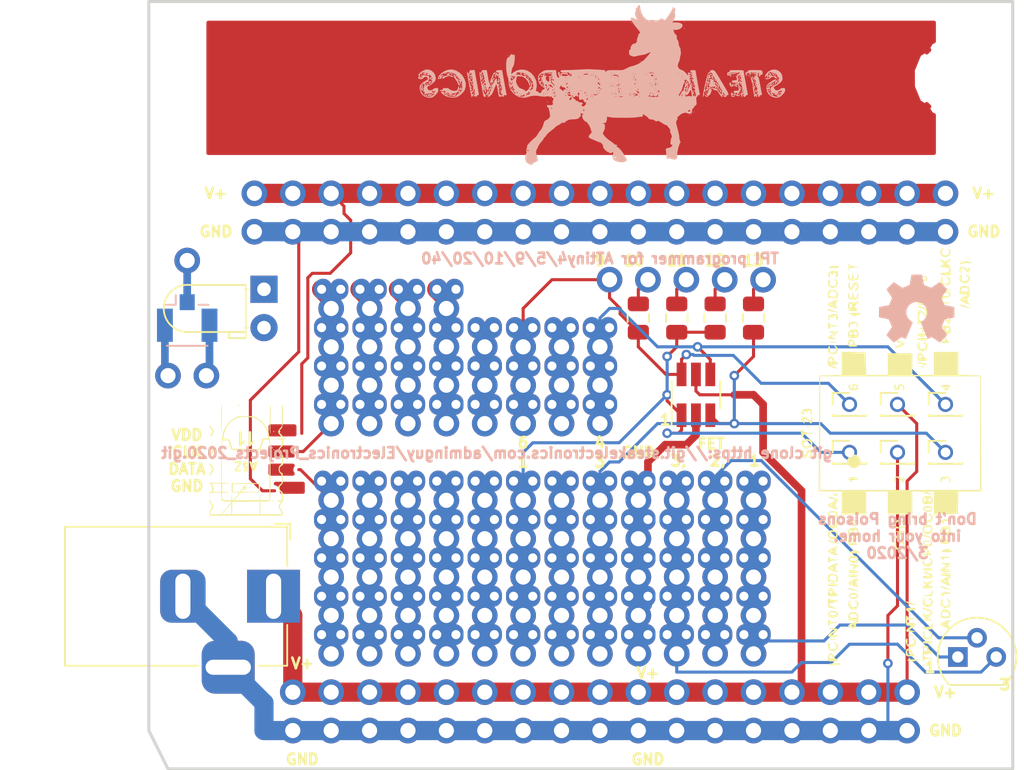
<source format=kicad_pcb>
(kicad_pcb (version 20171130) (host pcbnew 5.0.2+dfsg1-1~bpo9+1)

  (general
    (thickness 1.6002)
    (drawings 38)
    (tracks 311)
    (zones 0)
    (modules 211)
    (nets 1)
  )

  (page User 150.012 200)
  (title_block
    (title High-density-proto-board)
    (date "12 Jun 2014")
    (rev 0.10.a)
    (company "2014 - blog.spitzenpfeil.org")
  )

  (layers
    (0 Front signal)
    (31 Back signal)
    (36 B.SilkS user)
    (37 F.SilkS user)
    (38 B.Mask user)
    (39 F.Mask user)
    (44 Edge.Cuts user)
  )

  (setup
    (last_trace_width 1.27)
    (user_trace_width 0.2032)
    (user_trace_width 0.3048)
    (user_trace_width 0.4064)
    (user_trace_width 0.508)
    (user_trace_width 0.762)
    (user_trace_width 1.016)
    (user_trace_width 1.27)
    (trace_clearance 0.2032)
    (zone_clearance 0.25)
    (zone_45_only no)
    (trace_min 0.2032)
    (segment_width 0.2)
    (edge_width 0.2)
    (via_size 0.635)
    (via_drill 0.3302)
    (via_min_size 0.635)
    (via_min_drill 0.3302)
    (uvia_size 0.508)
    (uvia_drill 0.127)
    (uvias_allowed no)
    (uvia_min_size 0.508)
    (uvia_min_drill 0.127)
    (pcb_text_width 0.2)
    (pcb_text_size 1 1)
    (mod_edge_width 0.2)
    (mod_text_size 1 1)
    (mod_text_width 0.2)
    (pad_size 1 1)
    (pad_drill 0.65)
    (pad_to_mask_clearance 0)
    (solder_mask_min_width 0.25)
    (aux_axis_origin 0 0)
    (visible_elements 7FFFFF7F)
    (pcbplotparams
      (layerselection 0x010f0_ffffffff)
      (usegerberextensions true)
      (usegerberattributes false)
      (usegerberadvancedattributes false)
      (creategerberjobfile false)
      (excludeedgelayer true)
      (linewidth 0.150000)
      (plotframeref false)
      (viasonmask false)
      (mode 1)
      (useauxorigin false)
      (hpglpennumber 1)
      (hpglpenspeed 20)
      (hpglpendiameter 15.000000)
      (psnegative false)
      (psa4output false)
      (plotreference true)
      (plotvalue true)
      (plotinvisibletext false)
      (padsonsilk false)
      (subtractmaskfromsilk true)
      (outputformat 1)
      (mirror false)
      (drillshape 0)
      (scaleselection 1)
      (outputdirectory "gerbers_rev2/"))
  )

  (net 0 "")

  (net_class Default "This is the default net class."
    (clearance 0.2032)
    (trace_width 0.4064)
    (via_dia 0.635)
    (via_drill 0.3302)
    (uvia_dia 0.508)
    (uvia_drill 0.127)
  )

  (module Connector_PinHeader_1.27mm:PinHeader_1x01_P1.27mm_Vertical (layer Front) (tedit 5E804215) (tstamp 5E818D34)
    (at 76.835 84.455)
    (descr "Through hole straight pin header, 1x01, 1.27mm pitch, single row")
    (tags "Through hole pin header THT 1x01 1.27mm single row")
    (fp_text reference REF** (at 0 -1.695) (layer F.SilkS) hide
      (effects (font (size 1 1) (thickness 0.15)))
    )
    (fp_text value PinHeader_1x01_P1.27mm_Vertical (at 0 1.695) (layer F.Fab)
      (effects (font (size 1 1) (thickness 0.15)))
    )
    (fp_line (start -0.525 -0.635) (end 1.05 -0.635) (layer F.Fab) (width 0.1))
    (fp_line (start 1.05 -0.635) (end 1.05 0.635) (layer F.Fab) (width 0.1))
    (fp_line (start 1.05 0.635) (end -1.05 0.635) (layer F.Fab) (width 0.1))
    (fp_line (start -1.05 0.635) (end -1.05 -0.11) (layer F.Fab) (width 0.1))
    (fp_line (start -1.05 -0.11) (end -0.525 -0.635) (layer F.Fab) (width 0.1))
    (fp_line (start -1.11 0.76) (end 1.11 0.76) (layer F.SilkS) (width 0.12))
    (fp_line (start -1.11 0.76) (end -1.11 0.695) (layer F.SilkS) (width 0.12))
    (fp_line (start 1.11 0.76) (end 1.11 0.695) (layer F.SilkS) (width 0.12))
    (fp_line (start -1.11 0.76) (end -0.563471 0.76) (layer F.SilkS) (width 0.12))
    (fp_line (start 0.563471 0.76) (end 1.11 0.76) (layer F.SilkS) (width 0.12))
    (fp_line (start -1.11 0) (end -1.11 -0.76) (layer F.SilkS) (width 0.12))
    (fp_line (start -1.11 -0.76) (end 0 -0.76) (layer F.SilkS) (width 0.12))
    (fp_line (start -1.55 -1.15) (end -1.55 1.15) (layer F.CrtYd) (width 0.05))
    (fp_line (start -1.55 1.15) (end 1.55 1.15) (layer F.CrtYd) (width 0.05))
    (fp_line (start 1.55 1.15) (end 1.55 -1.15) (layer F.CrtYd) (width 0.05))
    (fp_line (start 1.55 -1.15) (end -1.55 -1.15) (layer F.CrtYd) (width 0.05))
    (fp_text user %R (at 0 0 90) (layer F.Fab)
      (effects (font (size 1 1) (thickness 0.15)))
    )
    (pad 1 thru_hole oval (at 0 0) (size 1 1) (drill 0.65) (layers *.Cu *.Mask))
    (model ${KISYS3DMOD}/Connector_PinHeader_1.27mm.3dshapes/PinHeader_1x01_P1.27mm_Vertical.wrl
      (at (xyz 0 0 0))
      (scale (xyz 1 1 1))
      (rotate (xyz 0 0 0))
    )
  )

  (module Connector_PinHeader_1.27mm:PinHeader_1x01_P1.27mm_Vertical (layer Front) (tedit 5E804215) (tstamp 5E818D0A)
    (at 80.01 84.455)
    (descr "Through hole straight pin header, 1x01, 1.27mm pitch, single row")
    (tags "Through hole pin header THT 1x01 1.27mm single row")
    (fp_text reference REF** (at 0 -1.695) (layer F.SilkS) hide
      (effects (font (size 1 1) (thickness 0.15)))
    )
    (fp_text value PinHeader_1x01_P1.27mm_Vertical (at 0 1.695) (layer F.Fab)
      (effects (font (size 1 1) (thickness 0.15)))
    )
    (fp_text user %R (at 0 0 90) (layer F.Fab)
      (effects (font (size 1 1) (thickness 0.15)))
    )
    (fp_line (start 1.55 -1.15) (end -1.55 -1.15) (layer F.CrtYd) (width 0.05))
    (fp_line (start 1.55 1.15) (end 1.55 -1.15) (layer F.CrtYd) (width 0.05))
    (fp_line (start -1.55 1.15) (end 1.55 1.15) (layer F.CrtYd) (width 0.05))
    (fp_line (start -1.55 -1.15) (end -1.55 1.15) (layer F.CrtYd) (width 0.05))
    (fp_line (start -1.11 -0.76) (end 0 -0.76) (layer F.SilkS) (width 0.12))
    (fp_line (start -1.11 0) (end -1.11 -0.76) (layer F.SilkS) (width 0.12))
    (fp_line (start 0.563471 0.76) (end 1.11 0.76) (layer F.SilkS) (width 0.12))
    (fp_line (start -1.11 0.76) (end -0.563471 0.76) (layer F.SilkS) (width 0.12))
    (fp_line (start 1.11 0.76) (end 1.11 0.695) (layer F.SilkS) (width 0.12))
    (fp_line (start -1.11 0.76) (end -1.11 0.695) (layer F.SilkS) (width 0.12))
    (fp_line (start -1.11 0.76) (end 1.11 0.76) (layer F.SilkS) (width 0.12))
    (fp_line (start -1.05 -0.11) (end -0.525 -0.635) (layer F.Fab) (width 0.1))
    (fp_line (start -1.05 0.635) (end -1.05 -0.11) (layer F.Fab) (width 0.1))
    (fp_line (start 1.05 0.635) (end -1.05 0.635) (layer F.Fab) (width 0.1))
    (fp_line (start 1.05 -0.635) (end 1.05 0.635) (layer F.Fab) (width 0.1))
    (fp_line (start -0.525 -0.635) (end 1.05 -0.635) (layer F.Fab) (width 0.1))
    (pad 1 thru_hole oval (at 0 0) (size 1 1) (drill 0.65) (layers *.Cu *.Mask))
    (model ${KISYS3DMOD}/Connector_PinHeader_1.27mm.3dshapes/PinHeader_1x01_P1.27mm_Vertical.wrl
      (at (xyz 0 0 0))
      (scale (xyz 1 1 1))
      (rotate (xyz 0 0 0))
    )
  )

  (module Connector_PinHeader_1.27mm:PinHeader_1x01_P1.27mm_Vertical (layer Front) (tedit 5E804215) (tstamp 5E818CE0)
    (at 83.185 84.455)
    (descr "Through hole straight pin header, 1x01, 1.27mm pitch, single row")
    (tags "Through hole pin header THT 1x01 1.27mm single row")
    (fp_text reference REF** (at 0 -1.695) (layer F.SilkS) hide
      (effects (font (size 1 1) (thickness 0.15)))
    )
    (fp_text value PinHeader_1x01_P1.27mm_Vertical (at 0 1.695) (layer F.Fab)
      (effects (font (size 1 1) (thickness 0.15)))
    )
    (fp_line (start -0.525 -0.635) (end 1.05 -0.635) (layer F.Fab) (width 0.1))
    (fp_line (start 1.05 -0.635) (end 1.05 0.635) (layer F.Fab) (width 0.1))
    (fp_line (start 1.05 0.635) (end -1.05 0.635) (layer F.Fab) (width 0.1))
    (fp_line (start -1.05 0.635) (end -1.05 -0.11) (layer F.Fab) (width 0.1))
    (fp_line (start -1.05 -0.11) (end -0.525 -0.635) (layer F.Fab) (width 0.1))
    (fp_line (start -1.11 0.76) (end 1.11 0.76) (layer F.SilkS) (width 0.12))
    (fp_line (start -1.11 0.76) (end -1.11 0.695) (layer F.SilkS) (width 0.12))
    (fp_line (start 1.11 0.76) (end 1.11 0.695) (layer F.SilkS) (width 0.12))
    (fp_line (start -1.11 0.76) (end -0.563471 0.76) (layer F.SilkS) (width 0.12))
    (fp_line (start 0.563471 0.76) (end 1.11 0.76) (layer F.SilkS) (width 0.12))
    (fp_line (start -1.11 0) (end -1.11 -0.76) (layer F.SilkS) (width 0.12))
    (fp_line (start -1.11 -0.76) (end 0 -0.76) (layer F.SilkS) (width 0.12))
    (fp_line (start -1.55 -1.15) (end -1.55 1.15) (layer F.CrtYd) (width 0.05))
    (fp_line (start -1.55 1.15) (end 1.55 1.15) (layer F.CrtYd) (width 0.05))
    (fp_line (start 1.55 1.15) (end 1.55 -1.15) (layer F.CrtYd) (width 0.05))
    (fp_line (start 1.55 -1.15) (end -1.55 -1.15) (layer F.CrtYd) (width 0.05))
    (fp_text user %R (at 0 0 90) (layer F.Fab)
      (effects (font (size 1 1) (thickness 0.15)))
    )
    (pad 1 thru_hole oval (at 0 0) (size 1 1) (drill 0.65) (layers *.Cu *.Mask))
    (model ${KISYS3DMOD}/Connector_PinHeader_1.27mm.3dshapes/PinHeader_1x01_P1.27mm_Vertical.wrl
      (at (xyz 0 0 0))
      (scale (xyz 1 1 1))
      (rotate (xyz 0 0 0))
    )
  )

  (module Connector_PinHeader_1.27mm:PinHeader_1x01_P1.27mm_Vertical (layer Front) (tedit 5E804215) (tstamp 5E818CB6)
    (at 83.185 81.28)
    (descr "Through hole straight pin header, 1x01, 1.27mm pitch, single row")
    (tags "Through hole pin header THT 1x01 1.27mm single row")
    (fp_text reference REF** (at 0 -1.695) (layer F.SilkS) hide
      (effects (font (size 1 1) (thickness 0.15)))
    )
    (fp_text value PinHeader_1x01_P1.27mm_Vertical (at 0 1.695) (layer F.Fab)
      (effects (font (size 1 1) (thickness 0.15)))
    )
    (fp_text user %R (at 0 0 90) (layer F.Fab)
      (effects (font (size 1 1) (thickness 0.15)))
    )
    (fp_line (start 1.55 -1.15) (end -1.55 -1.15) (layer F.CrtYd) (width 0.05))
    (fp_line (start 1.55 1.15) (end 1.55 -1.15) (layer F.CrtYd) (width 0.05))
    (fp_line (start -1.55 1.15) (end 1.55 1.15) (layer F.CrtYd) (width 0.05))
    (fp_line (start -1.55 -1.15) (end -1.55 1.15) (layer F.CrtYd) (width 0.05))
    (fp_line (start -1.11 -0.76) (end 0 -0.76) (layer F.SilkS) (width 0.12))
    (fp_line (start -1.11 0) (end -1.11 -0.76) (layer F.SilkS) (width 0.12))
    (fp_line (start 0.563471 0.76) (end 1.11 0.76) (layer F.SilkS) (width 0.12))
    (fp_line (start -1.11 0.76) (end -0.563471 0.76) (layer F.SilkS) (width 0.12))
    (fp_line (start 1.11 0.76) (end 1.11 0.695) (layer F.SilkS) (width 0.12))
    (fp_line (start -1.11 0.76) (end -1.11 0.695) (layer F.SilkS) (width 0.12))
    (fp_line (start -1.11 0.76) (end 1.11 0.76) (layer F.SilkS) (width 0.12))
    (fp_line (start -1.05 -0.11) (end -0.525 -0.635) (layer F.Fab) (width 0.1))
    (fp_line (start -1.05 0.635) (end -1.05 -0.11) (layer F.Fab) (width 0.1))
    (fp_line (start 1.05 0.635) (end -1.05 0.635) (layer F.Fab) (width 0.1))
    (fp_line (start 1.05 -0.635) (end 1.05 0.635) (layer F.Fab) (width 0.1))
    (fp_line (start -0.525 -0.635) (end 1.05 -0.635) (layer F.Fab) (width 0.1))
    (pad 1 thru_hole oval (at 0 0) (size 1 1) (drill 0.65) (layers *.Cu *.Mask))
    (model ${KISYS3DMOD}/Connector_PinHeader_1.27mm.3dshapes/PinHeader_1x01_P1.27mm_Vertical.wrl
      (at (xyz 0 0 0))
      (scale (xyz 1 1 1))
      (rotate (xyz 0 0 0))
    )
  )

  (module Connector_PinHeader_1.27mm:PinHeader_1x01_P1.27mm_Vertical (layer Front) (tedit 5E804215) (tstamp 5E818C8C)
    (at 80.01 81.28)
    (descr "Through hole straight pin header, 1x01, 1.27mm pitch, single row")
    (tags "Through hole pin header THT 1x01 1.27mm single row")
    (fp_text reference REF** (at 0 -1.695) (layer F.SilkS) hide
      (effects (font (size 1 1) (thickness 0.15)))
    )
    (fp_text value PinHeader_1x01_P1.27mm_Vertical (at 0 1.695) (layer F.Fab)
      (effects (font (size 1 1) (thickness 0.15)))
    )
    (fp_line (start -0.525 -0.635) (end 1.05 -0.635) (layer F.Fab) (width 0.1))
    (fp_line (start 1.05 -0.635) (end 1.05 0.635) (layer F.Fab) (width 0.1))
    (fp_line (start 1.05 0.635) (end -1.05 0.635) (layer F.Fab) (width 0.1))
    (fp_line (start -1.05 0.635) (end -1.05 -0.11) (layer F.Fab) (width 0.1))
    (fp_line (start -1.05 -0.11) (end -0.525 -0.635) (layer F.Fab) (width 0.1))
    (fp_line (start -1.11 0.76) (end 1.11 0.76) (layer F.SilkS) (width 0.12))
    (fp_line (start -1.11 0.76) (end -1.11 0.695) (layer F.SilkS) (width 0.12))
    (fp_line (start 1.11 0.76) (end 1.11 0.695) (layer F.SilkS) (width 0.12))
    (fp_line (start -1.11 0.76) (end -0.563471 0.76) (layer F.SilkS) (width 0.12))
    (fp_line (start 0.563471 0.76) (end 1.11 0.76) (layer F.SilkS) (width 0.12))
    (fp_line (start -1.11 0) (end -1.11 -0.76) (layer F.SilkS) (width 0.12))
    (fp_line (start -1.11 -0.76) (end 0 -0.76) (layer F.SilkS) (width 0.12))
    (fp_line (start -1.55 -1.15) (end -1.55 1.15) (layer F.CrtYd) (width 0.05))
    (fp_line (start -1.55 1.15) (end 1.55 1.15) (layer F.CrtYd) (width 0.05))
    (fp_line (start 1.55 1.15) (end 1.55 -1.15) (layer F.CrtYd) (width 0.05))
    (fp_line (start 1.55 -1.15) (end -1.55 -1.15) (layer F.CrtYd) (width 0.05))
    (fp_text user %R (at 0 0 90) (layer F.Fab)
      (effects (font (size 1 1) (thickness 0.15)))
    )
    (pad 1 thru_hole oval (at 0 0) (size 1 1) (drill 0.65) (layers *.Cu *.Mask))
    (model ${KISYS3DMOD}/Connector_PinHeader_1.27mm.3dshapes/PinHeader_1x01_P1.27mm_Vertical.wrl
      (at (xyz 0 0 0))
      (scale (xyz 1 1 1))
      (rotate (xyz 0 0 0))
    )
  )

  (module footprints:PinHeader_1x01_EDIT (layer Front) (tedit 5E6DA448) (tstamp 5E80805A)
    (at 67.945 102.87)
    (descr "Through hole straight pin header, 1x01, 2.54mm pitch, single row")
    (tags "Through hole pin header THT 1x01 2.54mm single row")
    (fp_text reference REF** (at 0 -2.33) (layer F.SilkS) hide
      (effects (font (size 1 1) (thickness 0.15)))
    )
    (fp_text value PinHeader_1x01_P2.54mm_Vertical (at 0 2.33) (layer F.Fab)
      (effects (font (size 1 1) (thickness 0.15)))
    )
    (fp_text user %R (at 0 0 90) (layer F.Fab)
      (effects (font (size 1 1) (thickness 0.15)))
    )
    (fp_line (start 1.8 -1.8) (end -1.8 -1.8) (layer F.CrtYd) (width 0.05))
    (fp_line (start 1.8 1.8) (end 1.8 -1.8) (layer F.CrtYd) (width 0.05))
    (fp_line (start -1.8 1.8) (end 1.8 1.8) (layer F.CrtYd) (width 0.05))
    (fp_line (start -1.8 -1.8) (end -1.8 1.8) (layer F.CrtYd) (width 0.05))
    (fp_line (start -1.27 -0.635) (end -0.635 -1.27) (layer F.Fab) (width 0.1))
    (fp_line (start -1.27 1.27) (end -1.27 -0.635) (layer F.Fab) (width 0.1))
    (fp_line (start 1.27 -1.27) (end 1.27 1.27) (layer F.Fab) (width 0.1))
    (fp_line (start -0.635 -1.27) (end 1.27 -1.27) (layer F.Fab) (width 0.1))
    (pad 1 thru_hole oval (at 0 0) (size 1.7 1.7) (drill 1) (layers *.Cu *.Mask))
    (model ${KISYS3DMOD}/Connector_PinHeader_2.54mm.3dshapes/PinHeader_1x01_P2.54mm_Vertical.wrl
      (at (xyz 0 0 0))
      (scale (xyz 1 1 1))
      (rotate (xyz 0 0 0))
    )
  )

  (module Resistor_SMD:R_0805_2012Metric (layer Front) (tedit 5E803B8F) (tstamp 5E806144)
    (at 70.485 75.565 270)
    (descr "Resistor SMD 0805 (2012 Metric), square (rectangular) end terminal, IPC_7351 nominal, (Body size source: https://docs.google.com/spreadsheets/d/1BsfQQcO9C6DZCsRaXUlFlo91Tg2WpOkGARC1WS5S8t0/edit?usp=sharing), generated with kicad-footprint-generator")
    (tags resistor)
    (attr smd)
    (fp_text reference REF** (at 0 -1.65 270) (layer F.SilkS) hide
      (effects (font (size 1 1) (thickness 0.15)))
    )
    (fp_text value R_0805_2012Metric (at 0 1.65 270) (layer F.Fab)
      (effects (font (size 1 1) (thickness 0.15)))
    )
    (fp_line (start -1 0.6) (end -1 -0.6) (layer F.Fab) (width 0.1))
    (fp_line (start -1 -0.6) (end 1 -0.6) (layer F.Fab) (width 0.1))
    (fp_line (start 1 -0.6) (end 1 0.6) (layer F.Fab) (width 0.1))
    (fp_line (start 1 0.6) (end -1 0.6) (layer F.Fab) (width 0.1))
    (fp_line (start -0.258578 -0.71) (end 0.258578 -0.71) (layer F.SilkS) (width 0.12))
    (fp_line (start -0.258578 0.71) (end 0.258578 0.71) (layer F.SilkS) (width 0.12))
    (fp_line (start -1.68 0.95) (end -1.68 -0.95) (layer F.CrtYd) (width 0.05))
    (fp_line (start -1.68 -0.95) (end 1.68 -0.95) (layer F.CrtYd) (width 0.05))
    (fp_line (start 1.68 -0.95) (end 1.68 0.95) (layer F.CrtYd) (width 0.05))
    (fp_line (start 1.68 0.95) (end -1.68 0.95) (layer F.CrtYd) (width 0.05))
    (fp_text user %R (at 0 0 270) (layer F.Fab)
      (effects (font (size 0.5 0.5) (thickness 0.08)))
    )
    (pad 1 smd roundrect (at -0.9375 0 270) (size 0.975 1.4) (layers Front F.Paste F.Mask) (roundrect_rratio 0.25))
    (pad 2 smd roundrect (at 0.9375 0 270) (size 0.975 1.4) (layers Front F.Paste F.Mask) (roundrect_rratio 0.25))
    (model ${KISYS3DMOD}/Resistor_SMD.3dshapes/R_0805_2012Metric.wrl
      (at (xyz 0 0 0))
      (scale (xyz 1 1 1))
      (rotate (xyz 0 0 0))
    )
  )

  (module Resistor_SMD:R_0805_2012Metric (layer Front) (tedit 5E803B8F) (tstamp 5E806124)
    (at 67.945 75.565 270)
    (descr "Resistor SMD 0805 (2012 Metric), square (rectangular) end terminal, IPC_7351 nominal, (Body size source: https://docs.google.com/spreadsheets/d/1BsfQQcO9C6DZCsRaXUlFlo91Tg2WpOkGARC1WS5S8t0/edit?usp=sharing), generated with kicad-footprint-generator")
    (tags resistor)
    (attr smd)
    (fp_text reference REF** (at 0 -1.65 270) (layer F.SilkS) hide
      (effects (font (size 1 1) (thickness 0.15)))
    )
    (fp_text value R_0805_2012Metric (at 0 1.65 270) (layer F.Fab)
      (effects (font (size 1 1) (thickness 0.15)))
    )
    (fp_text user %R (at 0 0 270) (layer F.Fab)
      (effects (font (size 0.5 0.5) (thickness 0.08)))
    )
    (fp_line (start 1.68 0.95) (end -1.68 0.95) (layer F.CrtYd) (width 0.05))
    (fp_line (start 1.68 -0.95) (end 1.68 0.95) (layer F.CrtYd) (width 0.05))
    (fp_line (start -1.68 -0.95) (end 1.68 -0.95) (layer F.CrtYd) (width 0.05))
    (fp_line (start -1.68 0.95) (end -1.68 -0.95) (layer F.CrtYd) (width 0.05))
    (fp_line (start -0.258578 0.71) (end 0.258578 0.71) (layer F.SilkS) (width 0.12))
    (fp_line (start -0.258578 -0.71) (end 0.258578 -0.71) (layer F.SilkS) (width 0.12))
    (fp_line (start 1 0.6) (end -1 0.6) (layer F.Fab) (width 0.1))
    (fp_line (start 1 -0.6) (end 1 0.6) (layer F.Fab) (width 0.1))
    (fp_line (start -1 -0.6) (end 1 -0.6) (layer F.Fab) (width 0.1))
    (fp_line (start -1 0.6) (end -1 -0.6) (layer F.Fab) (width 0.1))
    (pad 2 smd roundrect (at 0.9375 0 270) (size 0.975 1.4) (layers Front F.Paste F.Mask) (roundrect_rratio 0.25))
    (pad 1 smd roundrect (at -0.9375 0 270) (size 0.975 1.4) (layers Front F.Paste F.Mask) (roundrect_rratio 0.25))
    (model ${KISYS3DMOD}/Resistor_SMD.3dshapes/R_0805_2012Metric.wrl
      (at (xyz 0 0 0))
      (scale (xyz 1 1 1))
      (rotate (xyz 0 0 0))
    )
  )

  (module Resistor_SMD:R_0805_2012Metric (layer Front) (tedit 5E803B8F) (tstamp 5E806104)
    (at 65.405 75.565 270)
    (descr "Resistor SMD 0805 (2012 Metric), square (rectangular) end terminal, IPC_7351 nominal, (Body size source: https://docs.google.com/spreadsheets/d/1BsfQQcO9C6DZCsRaXUlFlo91Tg2WpOkGARC1WS5S8t0/edit?usp=sharing), generated with kicad-footprint-generator")
    (tags resistor)
    (attr smd)
    (fp_text reference REF** (at 0 -1.65 270) (layer F.SilkS) hide
      (effects (font (size 1 1) (thickness 0.15)))
    )
    (fp_text value R_0805_2012Metric (at 0 1.65 270) (layer F.Fab)
      (effects (font (size 1 1) (thickness 0.15)))
    )
    (fp_line (start -1 0.6) (end -1 -0.6) (layer F.Fab) (width 0.1))
    (fp_line (start -1 -0.6) (end 1 -0.6) (layer F.Fab) (width 0.1))
    (fp_line (start 1 -0.6) (end 1 0.6) (layer F.Fab) (width 0.1))
    (fp_line (start 1 0.6) (end -1 0.6) (layer F.Fab) (width 0.1))
    (fp_line (start -0.258578 -0.71) (end 0.258578 -0.71) (layer F.SilkS) (width 0.12))
    (fp_line (start -0.258578 0.71) (end 0.258578 0.71) (layer F.SilkS) (width 0.12))
    (fp_line (start -1.68 0.95) (end -1.68 -0.95) (layer F.CrtYd) (width 0.05))
    (fp_line (start -1.68 -0.95) (end 1.68 -0.95) (layer F.CrtYd) (width 0.05))
    (fp_line (start 1.68 -0.95) (end 1.68 0.95) (layer F.CrtYd) (width 0.05))
    (fp_line (start 1.68 0.95) (end -1.68 0.95) (layer F.CrtYd) (width 0.05))
    (fp_text user %R (at 0 0 270) (layer F.Fab)
      (effects (font (size 0.5 0.5) (thickness 0.08)))
    )
    (pad 1 smd roundrect (at -0.9375 0 270) (size 0.975 1.4) (layers Front F.Paste F.Mask) (roundrect_rratio 0.25))
    (pad 2 smd roundrect (at 0.9375 0 270) (size 0.975 1.4) (layers Front F.Paste F.Mask) (roundrect_rratio 0.25))
    (model ${KISYS3DMOD}/Resistor_SMD.3dshapes/R_0805_2012Metric.wrl
      (at (xyz 0 0 0))
      (scale (xyz 1 1 1))
      (rotate (xyz 0 0 0))
    )
  )

  (module footprints:PinHeader_1x01_EDIT (layer Front) (tedit 5E6DA448) (tstamp 5E802CF1)
    (at 60.96 73.025)
    (descr "Through hole straight pin header, 1x01, 2.54mm pitch, single row")
    (tags "Through hole pin header THT 1x01 2.54mm single row")
    (fp_text reference REF** (at 0 -2.33) (layer F.SilkS) hide
      (effects (font (size 1 1) (thickness 0.15)))
    )
    (fp_text value PinHeader_1x01_P2.54mm_Vertical (at 0 2.33) (layer F.Fab)
      (effects (font (size 1 1) (thickness 0.15)))
    )
    (fp_line (start -0.635 -1.27) (end 1.27 -1.27) (layer F.Fab) (width 0.1))
    (fp_line (start 1.27 -1.27) (end 1.27 1.27) (layer F.Fab) (width 0.1))
    (fp_line (start -1.27 1.27) (end -1.27 -0.635) (layer F.Fab) (width 0.1))
    (fp_line (start -1.27 -0.635) (end -0.635 -1.27) (layer F.Fab) (width 0.1))
    (fp_line (start -1.8 -1.8) (end -1.8 1.8) (layer F.CrtYd) (width 0.05))
    (fp_line (start -1.8 1.8) (end 1.8 1.8) (layer F.CrtYd) (width 0.05))
    (fp_line (start 1.8 1.8) (end 1.8 -1.8) (layer F.CrtYd) (width 0.05))
    (fp_line (start 1.8 -1.8) (end -1.8 -1.8) (layer F.CrtYd) (width 0.05))
    (fp_text user %R (at 0 0 90) (layer F.Fab)
      (effects (font (size 1 1) (thickness 0.15)))
    )
    (pad 1 thru_hole oval (at 0 0) (size 1.7 1.7) (drill 1) (layers *.Cu *.Mask))
    (model ${KISYS3DMOD}/Connector_PinHeader_2.54mm.3dshapes/PinHeader_1x01_P2.54mm_Vertical.wrl
      (at (xyz 0 0 0))
      (scale (xyz 1 1 1))
      (rotate (xyz 0 0 0))
    )
  )

  (module footprints:PinHeader_1x01_EDIT (layer Front) (tedit 5E6DA448) (tstamp 5E802CD7)
    (at 71.12 73.025)
    (descr "Through hole straight pin header, 1x01, 2.54mm pitch, single row")
    (tags "Through hole pin header THT 1x01 2.54mm single row")
    (fp_text reference REF** (at 0 -2.33) (layer F.SilkS) hide
      (effects (font (size 1 1) (thickness 0.15)))
    )
    (fp_text value PinHeader_1x01_P2.54mm_Vertical (at 0 2.33) (layer F.Fab)
      (effects (font (size 1 1) (thickness 0.15)))
    )
    (fp_text user %R (at 0 0 90) (layer F.Fab)
      (effects (font (size 1 1) (thickness 0.15)))
    )
    (fp_line (start 1.8 -1.8) (end -1.8 -1.8) (layer F.CrtYd) (width 0.05))
    (fp_line (start 1.8 1.8) (end 1.8 -1.8) (layer F.CrtYd) (width 0.05))
    (fp_line (start -1.8 1.8) (end 1.8 1.8) (layer F.CrtYd) (width 0.05))
    (fp_line (start -1.8 -1.8) (end -1.8 1.8) (layer F.CrtYd) (width 0.05))
    (fp_line (start -1.27 -0.635) (end -0.635 -1.27) (layer F.Fab) (width 0.1))
    (fp_line (start -1.27 1.27) (end -1.27 -0.635) (layer F.Fab) (width 0.1))
    (fp_line (start 1.27 -1.27) (end 1.27 1.27) (layer F.Fab) (width 0.1))
    (fp_line (start -0.635 -1.27) (end 1.27 -1.27) (layer F.Fab) (width 0.1))
    (pad 1 thru_hole oval (at 0 0) (size 1.7 1.7) (drill 1) (layers *.Cu *.Mask))
    (model ${KISYS3DMOD}/Connector_PinHeader_2.54mm.3dshapes/PinHeader_1x01_P2.54mm_Vertical.wrl
      (at (xyz 0 0 0))
      (scale (xyz 1 1 1))
      (rotate (xyz 0 0 0))
    )
  )

  (module footprints:PinHeader_1x01_EDIT (layer Front) (tedit 5E6DA448) (tstamp 5E802CBD)
    (at 68.58 73.025)
    (descr "Through hole straight pin header, 1x01, 2.54mm pitch, single row")
    (tags "Through hole pin header THT 1x01 2.54mm single row")
    (fp_text reference REF** (at 0 -2.33) (layer F.SilkS) hide
      (effects (font (size 1 1) (thickness 0.15)))
    )
    (fp_text value PinHeader_1x01_P2.54mm_Vertical (at 0 2.33) (layer F.Fab)
      (effects (font (size 1 1) (thickness 0.15)))
    )
    (fp_line (start -0.635 -1.27) (end 1.27 -1.27) (layer F.Fab) (width 0.1))
    (fp_line (start 1.27 -1.27) (end 1.27 1.27) (layer F.Fab) (width 0.1))
    (fp_line (start -1.27 1.27) (end -1.27 -0.635) (layer F.Fab) (width 0.1))
    (fp_line (start -1.27 -0.635) (end -0.635 -1.27) (layer F.Fab) (width 0.1))
    (fp_line (start -1.8 -1.8) (end -1.8 1.8) (layer F.CrtYd) (width 0.05))
    (fp_line (start -1.8 1.8) (end 1.8 1.8) (layer F.CrtYd) (width 0.05))
    (fp_line (start 1.8 1.8) (end 1.8 -1.8) (layer F.CrtYd) (width 0.05))
    (fp_line (start 1.8 -1.8) (end -1.8 -1.8) (layer F.CrtYd) (width 0.05))
    (fp_text user %R (at 0 0 90) (layer F.Fab)
      (effects (font (size 1 1) (thickness 0.15)))
    )
    (pad 1 thru_hole oval (at 0 0) (size 1.7 1.7) (drill 1) (layers *.Cu *.Mask))
    (model ${KISYS3DMOD}/Connector_PinHeader_2.54mm.3dshapes/PinHeader_1x01_P2.54mm_Vertical.wrl
      (at (xyz 0 0 0))
      (scale (xyz 1 1 1))
      (rotate (xyz 0 0 0))
    )
  )

  (module footprints:PinHeader_1x01_EDIT (layer Front) (tedit 5E6DA448) (tstamp 5E802CA3)
    (at 66.04 73.025)
    (descr "Through hole straight pin header, 1x01, 2.54mm pitch, single row")
    (tags "Through hole pin header THT 1x01 2.54mm single row")
    (fp_text reference REF** (at 0 -2.33) (layer F.SilkS) hide
      (effects (font (size 1 1) (thickness 0.15)))
    )
    (fp_text value PinHeader_1x01_P2.54mm_Vertical (at 0 2.33) (layer F.Fab)
      (effects (font (size 1 1) (thickness 0.15)))
    )
    (fp_text user %R (at 0 0 90) (layer F.Fab)
      (effects (font (size 1 1) (thickness 0.15)))
    )
    (fp_line (start 1.8 -1.8) (end -1.8 -1.8) (layer F.CrtYd) (width 0.05))
    (fp_line (start 1.8 1.8) (end 1.8 -1.8) (layer F.CrtYd) (width 0.05))
    (fp_line (start -1.8 1.8) (end 1.8 1.8) (layer F.CrtYd) (width 0.05))
    (fp_line (start -1.8 -1.8) (end -1.8 1.8) (layer F.CrtYd) (width 0.05))
    (fp_line (start -1.27 -0.635) (end -0.635 -1.27) (layer F.Fab) (width 0.1))
    (fp_line (start -1.27 1.27) (end -1.27 -0.635) (layer F.Fab) (width 0.1))
    (fp_line (start 1.27 -1.27) (end 1.27 1.27) (layer F.Fab) (width 0.1))
    (fp_line (start -0.635 -1.27) (end 1.27 -1.27) (layer F.Fab) (width 0.1))
    (pad 1 thru_hole oval (at 0 0) (size 1.7 1.7) (drill 1) (layers *.Cu *.Mask))
    (model ${KISYS3DMOD}/Connector_PinHeader_2.54mm.3dshapes/PinHeader_1x01_P2.54mm_Vertical.wrl
      (at (xyz 0 0 0))
      (scale (xyz 1 1 1))
      (rotate (xyz 0 0 0))
    )
  )

  (module footprints:PinHeader_1x01_EDIT (layer Front) (tedit 5E6DA448) (tstamp 5E802C89)
    (at 63.5 73.025)
    (descr "Through hole straight pin header, 1x01, 2.54mm pitch, single row")
    (tags "Through hole pin header THT 1x01 2.54mm single row")
    (fp_text reference REF** (at 0 -2.33) (layer F.SilkS) hide
      (effects (font (size 1 1) (thickness 0.15)))
    )
    (fp_text value PinHeader_1x01_P2.54mm_Vertical (at 0 2.33) (layer F.Fab)
      (effects (font (size 1 1) (thickness 0.15)))
    )
    (fp_line (start -0.635 -1.27) (end 1.27 -1.27) (layer F.Fab) (width 0.1))
    (fp_line (start 1.27 -1.27) (end 1.27 1.27) (layer F.Fab) (width 0.1))
    (fp_line (start -1.27 1.27) (end -1.27 -0.635) (layer F.Fab) (width 0.1))
    (fp_line (start -1.27 -0.635) (end -0.635 -1.27) (layer F.Fab) (width 0.1))
    (fp_line (start -1.8 -1.8) (end -1.8 1.8) (layer F.CrtYd) (width 0.05))
    (fp_line (start -1.8 1.8) (end 1.8 1.8) (layer F.CrtYd) (width 0.05))
    (fp_line (start 1.8 1.8) (end 1.8 -1.8) (layer F.CrtYd) (width 0.05))
    (fp_line (start 1.8 -1.8) (end -1.8 -1.8) (layer F.CrtYd) (width 0.05))
    (fp_text user %R (at 0 0 90) (layer F.Fab)
      (effects (font (size 1 1) (thickness 0.15)))
    )
    (pad 1 thru_hole oval (at 0 0) (size 1.7 1.7) (drill 1) (layers *.Cu *.Mask))
    (model ${KISYS3DMOD}/Connector_PinHeader_2.54mm.3dshapes/PinHeader_1x01_P2.54mm_Vertical.wrl
      (at (xyz 0 0 0))
      (scale (xyz 1 1 1))
      (rotate (xyz 0 0 0))
    )
  )

  (module footprints:PinHeader_1x01_EDIT (layer Front) (tedit 5E6DA448) (tstamp 5E6FCA27)
    (at 73.025 69.85)
    (descr "Through hole straight pin header, 1x01, 2.54mm pitch, single row")
    (tags "Through hole pin header THT 1x01 2.54mm single row")
    (fp_text reference REF** (at 0 -2.33) (layer F.SilkS) hide
      (effects (font (size 1 1) (thickness 0.15)))
    )
    (fp_text value PinHeader_1x01_P2.54mm_Vertical (at 0 2.33) (layer F.Fab)
      (effects (font (size 1 1) (thickness 0.15)))
    )
    (fp_text user %R (at 0 0 90) (layer F.Fab)
      (effects (font (size 1 1) (thickness 0.15)))
    )
    (fp_line (start 1.8 -1.8) (end -1.8 -1.8) (layer F.CrtYd) (width 0.05))
    (fp_line (start 1.8 1.8) (end 1.8 -1.8) (layer F.CrtYd) (width 0.05))
    (fp_line (start -1.8 1.8) (end 1.8 1.8) (layer F.CrtYd) (width 0.05))
    (fp_line (start -1.8 -1.8) (end -1.8 1.8) (layer F.CrtYd) (width 0.05))
    (fp_line (start -1.27 -0.635) (end -0.635 -1.27) (layer F.Fab) (width 0.1))
    (fp_line (start -1.27 1.27) (end -1.27 -0.635) (layer F.Fab) (width 0.1))
    (fp_line (start 1.27 -1.27) (end 1.27 1.27) (layer F.Fab) (width 0.1))
    (fp_line (start -0.635 -1.27) (end 1.27 -1.27) (layer F.Fab) (width 0.1))
    (pad 1 thru_hole oval (at 0 0) (size 1.7 1.7) (drill 1) (layers *.Cu *.Mask))
    (model ${KISYS3DMOD}/Connector_PinHeader_2.54mm.3dshapes/PinHeader_1x01_P2.54mm_Vertical.wrl
      (at (xyz 0 0 0))
      (scale (xyz 1 1 1))
      (rotate (xyz 0 0 0))
    )
  )

  (module footprints:PinHeader_1x01_EDIT (layer Front) (tedit 5E6DA448) (tstamp 5E6FC9F2)
    (at 70.485 69.85)
    (descr "Through hole straight pin header, 1x01, 2.54mm pitch, single row")
    (tags "Through hole pin header THT 1x01 2.54mm single row")
    (fp_text reference REF** (at 0 -2.33) (layer F.SilkS) hide
      (effects (font (size 1 1) (thickness 0.15)))
    )
    (fp_text value PinHeader_1x01_P2.54mm_Vertical (at 0 2.33) (layer F.Fab)
      (effects (font (size 1 1) (thickness 0.15)))
    )
    (fp_line (start -0.635 -1.27) (end 1.27 -1.27) (layer F.Fab) (width 0.1))
    (fp_line (start 1.27 -1.27) (end 1.27 1.27) (layer F.Fab) (width 0.1))
    (fp_line (start -1.27 1.27) (end -1.27 -0.635) (layer F.Fab) (width 0.1))
    (fp_line (start -1.27 -0.635) (end -0.635 -1.27) (layer F.Fab) (width 0.1))
    (fp_line (start -1.8 -1.8) (end -1.8 1.8) (layer F.CrtYd) (width 0.05))
    (fp_line (start -1.8 1.8) (end 1.8 1.8) (layer F.CrtYd) (width 0.05))
    (fp_line (start 1.8 1.8) (end 1.8 -1.8) (layer F.CrtYd) (width 0.05))
    (fp_line (start 1.8 -1.8) (end -1.8 -1.8) (layer F.CrtYd) (width 0.05))
    (fp_text user %R (at 0 0 90) (layer F.Fab)
      (effects (font (size 1 1) (thickness 0.15)))
    )
    (pad 1 thru_hole oval (at 0 0) (size 1.7 1.7) (drill 1) (layers *.Cu *.Mask))
    (model ${KISYS3DMOD}/Connector_PinHeader_2.54mm.3dshapes/PinHeader_1x01_P2.54mm_Vertical.wrl
      (at (xyz 0 0 0))
      (scale (xyz 1 1 1))
      (rotate (xyz 0 0 0))
    )
  )

  (module footprints:PinHeader_1x01_EDIT (layer Front) (tedit 5E6DA448) (tstamp 5E6E99A1)
    (at 67.945 69.85)
    (descr "Through hole straight pin header, 1x01, 2.54mm pitch, single row")
    (tags "Through hole pin header THT 1x01 2.54mm single row")
    (fp_text reference REF** (at 0 -2.33) (layer F.SilkS) hide
      (effects (font (size 1 1) (thickness 0.15)))
    )
    (fp_text value PinHeader_1x01_P2.54mm_Vertical (at 0 2.33) (layer F.Fab)
      (effects (font (size 1 1) (thickness 0.15)))
    )
    (fp_line (start -0.635 -1.27) (end 1.27 -1.27) (layer F.Fab) (width 0.1))
    (fp_line (start 1.27 -1.27) (end 1.27 1.27) (layer F.Fab) (width 0.1))
    (fp_line (start -1.27 1.27) (end -1.27 -0.635) (layer F.Fab) (width 0.1))
    (fp_line (start -1.27 -0.635) (end -0.635 -1.27) (layer F.Fab) (width 0.1))
    (fp_line (start -1.8 -1.8) (end -1.8 1.8) (layer F.CrtYd) (width 0.05))
    (fp_line (start -1.8 1.8) (end 1.8 1.8) (layer F.CrtYd) (width 0.05))
    (fp_line (start 1.8 1.8) (end 1.8 -1.8) (layer F.CrtYd) (width 0.05))
    (fp_line (start 1.8 -1.8) (end -1.8 -1.8) (layer F.CrtYd) (width 0.05))
    (fp_text user %R (at 0 0 90) (layer F.Fab)
      (effects (font (size 1 1) (thickness 0.15)))
    )
    (pad 1 thru_hole oval (at 0 0) (size 1.7 1.7) (drill 1) (layers *.Cu *.Mask))
    (model ${KISYS3DMOD}/Connector_PinHeader_2.54mm.3dshapes/PinHeader_1x01_P2.54mm_Vertical.wrl
      (at (xyz 0 0 0))
      (scale (xyz 1 1 1))
      (rotate (xyz 0 0 0))
    )
  )

  (module footprints:PinHeader_1x01_EDIT (layer Front) (tedit 5E6DA448) (tstamp 5E6E9905)
    (at 65.405 69.85)
    (descr "Through hole straight pin header, 1x01, 2.54mm pitch, single row")
    (tags "Through hole pin header THT 1x01 2.54mm single row")
    (fp_text reference REF** (at 0 -2.33) (layer F.SilkS) hide
      (effects (font (size 1 1) (thickness 0.15)))
    )
    (fp_text value PinHeader_1x01_P2.54mm_Vertical (at 0 2.33) (layer F.Fab)
      (effects (font (size 1 1) (thickness 0.15)))
    )
    (fp_text user %R (at 0 0 90) (layer F.Fab)
      (effects (font (size 1 1) (thickness 0.15)))
    )
    (fp_line (start 1.8 -1.8) (end -1.8 -1.8) (layer F.CrtYd) (width 0.05))
    (fp_line (start 1.8 1.8) (end 1.8 -1.8) (layer F.CrtYd) (width 0.05))
    (fp_line (start -1.8 1.8) (end 1.8 1.8) (layer F.CrtYd) (width 0.05))
    (fp_line (start -1.8 -1.8) (end -1.8 1.8) (layer F.CrtYd) (width 0.05))
    (fp_line (start -1.27 -0.635) (end -0.635 -1.27) (layer F.Fab) (width 0.1))
    (fp_line (start -1.27 1.27) (end -1.27 -0.635) (layer F.Fab) (width 0.1))
    (fp_line (start 1.27 -1.27) (end 1.27 1.27) (layer F.Fab) (width 0.1))
    (fp_line (start -0.635 -1.27) (end 1.27 -1.27) (layer F.Fab) (width 0.1))
    (pad 1 thru_hole oval (at 0 0) (size 1.7 1.7) (drill 1) (layers *.Cu *.Mask))
    (model ${KISYS3DMOD}/Connector_PinHeader_2.54mm.3dshapes/PinHeader_1x01_P2.54mm_Vertical.wrl
      (at (xyz 0 0 0))
      (scale (xyz 1 1 1))
      (rotate (xyz 0 0 0))
    )
  )

  (module MountingHole:MountingHole_4.3mm_M4 (layer Front) (tedit 5E6DC4FF) (tstamp 5E79B29C)
    (at 83.82 59.69)
    (descr "Mounting Hole 4.3mm, no annular, M4")
    (tags "mounting hole 4.3mm no annular m4")
    (attr virtual)
    (fp_text reference REF** (at 0 -5.3) (layer F.SilkS) hide
      (effects (font (size 1 1) (thickness 0.15)))
    )
    (fp_text value MountingHole_4.3mm_M4 (at 0 5.3) (layer F.Fab)
      (effects (font (size 1 1) (thickness 0.15)))
    )
    (fp_circle (center 0 0) (end 4.55 0) (layer F.CrtYd) (width 0.05))
    (fp_circle (center 0 0) (end 4.3 0) (layer Cmts.User) (width 0.15))
    (fp_text user %R (at 0.3 0) (layer F.Fab)
      (effects (font (size 1 1) (thickness 0.15)))
    )
    (pad 1 np_thru_hole circle (at 0 0) (size 4.3 4.3) (drill 4.3) (layers *.Cu *.Mask))
  )

  (module footprints:PinHeader_1x01_EDIT (layer Back) (tedit 5E6DA448) (tstamp 5E70B54C)
    (at 33.02 71.755)
    (descr "Through hole straight pin header, 1x01, 2.54mm pitch, single row")
    (tags "Through hole pin header THT 1x01 2.54mm single row")
    (fp_text reference REF** (at 0 2.33) (layer B.SilkS) hide
      (effects (font (size 1 1) (thickness 0.15)) (justify mirror))
    )
    (fp_text value PinHeader_1x01_P2.54mm_Vertical (at 0 -2.33) (layer B.Fab)
      (effects (font (size 1 1) (thickness 0.15)) (justify mirror))
    )
    (fp_line (start -0.635 1.27) (end 1.27 1.27) (layer B.Fab) (width 0.1))
    (fp_line (start 1.27 1.27) (end 1.27 -1.27) (layer B.Fab) (width 0.1))
    (fp_line (start -1.27 -1.27) (end -1.27 0.635) (layer B.Fab) (width 0.1))
    (fp_line (start -1.27 0.635) (end -0.635 1.27) (layer B.Fab) (width 0.1))
    (fp_line (start -1.8 1.8) (end -1.8 -1.8) (layer B.CrtYd) (width 0.05))
    (fp_line (start -1.8 -1.8) (end 1.8 -1.8) (layer B.CrtYd) (width 0.05))
    (fp_line (start 1.8 -1.8) (end 1.8 1.8) (layer B.CrtYd) (width 0.05))
    (fp_line (start 1.8 1.8) (end -1.8 1.8) (layer B.CrtYd) (width 0.05))
    (fp_text user %R (at 0 0 -90) (layer B.Fab)
      (effects (font (size 1 1) (thickness 0.15)) (justify mirror))
    )
    (pad 1 thru_hole oval (at 0 0) (size 1.7 1.7) (drill 1) (layers *.Cu *.Mask))
    (model ${KISYS3DMOD}/Connector_PinHeader_2.54mm.3dshapes/PinHeader_1x01_P2.54mm_Vertical.wrl
      (at (xyz 0 0 0))
      (scale (xyz 1 1 1))
      (rotate (xyz 0 0 0))
    )
  )

  (module footprints:PinHeader_1x01_EDIT (layer Back) (tedit 5E6DA448) (tstamp 5E70B532)
    (at 34.29 79.375)
    (descr "Through hole straight pin header, 1x01, 2.54mm pitch, single row")
    (tags "Through hole pin header THT 1x01 2.54mm single row")
    (fp_text reference REF** (at 0 2.33) (layer B.SilkS) hide
      (effects (font (size 1 1) (thickness 0.15)) (justify mirror))
    )
    (fp_text value PinHeader_1x01_P2.54mm_Vertical (at 0 -2.33) (layer B.Fab)
      (effects (font (size 1 1) (thickness 0.15)) (justify mirror))
    )
    (fp_text user %R (at 0 0 -90) (layer B.Fab)
      (effects (font (size 1 1) (thickness 0.15)) (justify mirror))
    )
    (fp_line (start 1.8 1.8) (end -1.8 1.8) (layer B.CrtYd) (width 0.05))
    (fp_line (start 1.8 -1.8) (end 1.8 1.8) (layer B.CrtYd) (width 0.05))
    (fp_line (start -1.8 -1.8) (end 1.8 -1.8) (layer B.CrtYd) (width 0.05))
    (fp_line (start -1.8 1.8) (end -1.8 -1.8) (layer B.CrtYd) (width 0.05))
    (fp_line (start -1.27 0.635) (end -0.635 1.27) (layer B.Fab) (width 0.1))
    (fp_line (start -1.27 -1.27) (end -1.27 0.635) (layer B.Fab) (width 0.1))
    (fp_line (start 1.27 1.27) (end 1.27 -1.27) (layer B.Fab) (width 0.1))
    (fp_line (start -0.635 1.27) (end 1.27 1.27) (layer B.Fab) (width 0.1))
    (pad 1 thru_hole oval (at 0 0) (size 1.7 1.7) (drill 1) (layers *.Cu *.Mask))
    (model ${KISYS3DMOD}/Connector_PinHeader_2.54mm.3dshapes/PinHeader_1x01_P2.54mm_Vertical.wrl
      (at (xyz 0 0 0))
      (scale (xyz 1 1 1))
      (rotate (xyz 0 0 0))
    )
  )

  (module footprints:PinHeader_1x01_EDIT (layer Back) (tedit 5E6DA448) (tstamp 5E70B518)
    (at 31.75 79.375)
    (descr "Through hole straight pin header, 1x01, 2.54mm pitch, single row")
    (tags "Through hole pin header THT 1x01 2.54mm single row")
    (fp_text reference REF** (at 0 2.33) (layer B.SilkS) hide
      (effects (font (size 1 1) (thickness 0.15)) (justify mirror))
    )
    (fp_text value PinHeader_1x01_P2.54mm_Vertical (at 0 -2.33) (layer B.Fab)
      (effects (font (size 1 1) (thickness 0.15)) (justify mirror))
    )
    (fp_line (start -0.635 1.27) (end 1.27 1.27) (layer B.Fab) (width 0.1))
    (fp_line (start 1.27 1.27) (end 1.27 -1.27) (layer B.Fab) (width 0.1))
    (fp_line (start -1.27 -1.27) (end -1.27 0.635) (layer B.Fab) (width 0.1))
    (fp_line (start -1.27 0.635) (end -0.635 1.27) (layer B.Fab) (width 0.1))
    (fp_line (start -1.8 1.8) (end -1.8 -1.8) (layer B.CrtYd) (width 0.05))
    (fp_line (start -1.8 -1.8) (end 1.8 -1.8) (layer B.CrtYd) (width 0.05))
    (fp_line (start 1.8 -1.8) (end 1.8 1.8) (layer B.CrtYd) (width 0.05))
    (fp_line (start 1.8 1.8) (end -1.8 1.8) (layer B.CrtYd) (width 0.05))
    (fp_text user %R (at 0 0 -90) (layer B.Fab)
      (effects (font (size 1 1) (thickness 0.15)) (justify mirror))
    )
    (pad 1 thru_hole oval (at 0 0) (size 1.7 1.7) (drill 1) (layers *.Cu *.Mask))
    (model ${KISYS3DMOD}/Connector_PinHeader_2.54mm.3dshapes/PinHeader_1x01_P2.54mm_Vertical.wrl
      (at (xyz 0 0 0))
      (scale (xyz 1 1 1))
      (rotate (xyz 0 0 0))
    )
  )

  (module footprints:PinHeader_1x01_EDIT (layer Front) (tedit 5E6DA448) (tstamp 5E6FCA82)
    (at 83.185 69.85)
    (descr "Through hole straight pin header, 1x01, 2.54mm pitch, single row")
    (tags "Through hole pin header THT 1x01 2.54mm single row")
    (fp_text reference REF** (at 0 -2.33) (layer F.SilkS) hide
      (effects (font (size 1 1) (thickness 0.15)))
    )
    (fp_text value PinHeader_1x01_P2.54mm_Vertical (at 0 2.33) (layer F.Fab)
      (effects (font (size 1 1) (thickness 0.15)))
    )
    (fp_line (start -0.635 -1.27) (end 1.27 -1.27) (layer F.Fab) (width 0.1))
    (fp_line (start 1.27 -1.27) (end 1.27 1.27) (layer F.Fab) (width 0.1))
    (fp_line (start -1.27 1.27) (end -1.27 -0.635) (layer F.Fab) (width 0.1))
    (fp_line (start -1.27 -0.635) (end -0.635 -1.27) (layer F.Fab) (width 0.1))
    (fp_line (start -1.8 -1.8) (end -1.8 1.8) (layer F.CrtYd) (width 0.05))
    (fp_line (start -1.8 1.8) (end 1.8 1.8) (layer F.CrtYd) (width 0.05))
    (fp_line (start 1.8 1.8) (end 1.8 -1.8) (layer F.CrtYd) (width 0.05))
    (fp_line (start 1.8 -1.8) (end -1.8 -1.8) (layer F.CrtYd) (width 0.05))
    (fp_text user %R (at 0 0 90) (layer F.Fab)
      (effects (font (size 1 1) (thickness 0.15)))
    )
    (pad 1 thru_hole oval (at 0 0) (size 1.7 1.7) (drill 1) (layers *.Cu *.Mask))
    (model ${KISYS3DMOD}/Connector_PinHeader_2.54mm.3dshapes/PinHeader_1x01_P2.54mm_Vertical.wrl
      (at (xyz 0 0 0))
      (scale (xyz 1 1 1))
      (rotate (xyz 0 0 0))
    )
  )

  (module footprints:PinHeader_1x01_EDIT (layer Front) (tedit 5E6DA448) (tstamp 5E6FCA68)
    (at 70.485 67.31)
    (descr "Through hole straight pin header, 1x01, 2.54mm pitch, single row")
    (tags "Through hole pin header THT 1x01 2.54mm single row")
    (fp_text reference REF** (at 0 -2.33) (layer F.SilkS) hide
      (effects (font (size 1 1) (thickness 0.15)))
    )
    (fp_text value PinHeader_1x01_P2.54mm_Vertical (at 0 2.33) (layer F.Fab)
      (effects (font (size 1 1) (thickness 0.15)))
    )
    (fp_text user %R (at 0 0 90) (layer F.Fab)
      (effects (font (size 1 1) (thickness 0.15)))
    )
    (fp_line (start 1.8 -1.8) (end -1.8 -1.8) (layer F.CrtYd) (width 0.05))
    (fp_line (start 1.8 1.8) (end 1.8 -1.8) (layer F.CrtYd) (width 0.05))
    (fp_line (start -1.8 1.8) (end 1.8 1.8) (layer F.CrtYd) (width 0.05))
    (fp_line (start -1.8 -1.8) (end -1.8 1.8) (layer F.CrtYd) (width 0.05))
    (fp_line (start -1.27 -0.635) (end -0.635 -1.27) (layer F.Fab) (width 0.1))
    (fp_line (start -1.27 1.27) (end -1.27 -0.635) (layer F.Fab) (width 0.1))
    (fp_line (start 1.27 -1.27) (end 1.27 1.27) (layer F.Fab) (width 0.1))
    (fp_line (start -0.635 -1.27) (end 1.27 -1.27) (layer F.Fab) (width 0.1))
    (pad 1 thru_hole oval (at 0 0) (size 1.7 1.7) (drill 1) (layers *.Cu *.Mask))
    (model ${KISYS3DMOD}/Connector_PinHeader_2.54mm.3dshapes/PinHeader_1x01_P2.54mm_Vertical.wrl
      (at (xyz 0 0 0))
      (scale (xyz 1 1 1))
      (rotate (xyz 0 0 0))
    )
  )

  (module footprints:PinHeader_1x01_EDIT (layer Front) (tedit 5E6DA448) (tstamp 5E6FCA34)
    (at 83.185 67.31)
    (descr "Through hole straight pin header, 1x01, 2.54mm pitch, single row")
    (tags "Through hole pin header THT 1x01 2.54mm single row")
    (fp_text reference REF** (at 0 -2.33) (layer F.SilkS) hide
      (effects (font (size 1 1) (thickness 0.15)))
    )
    (fp_text value PinHeader_1x01_P2.54mm_Vertical (at 0 2.33) (layer F.Fab)
      (effects (font (size 1 1) (thickness 0.15)))
    )
    (fp_text user %R (at 0 0 90) (layer F.Fab)
      (effects (font (size 1 1) (thickness 0.15)))
    )
    (fp_line (start 1.8 -1.8) (end -1.8 -1.8) (layer F.CrtYd) (width 0.05))
    (fp_line (start 1.8 1.8) (end 1.8 -1.8) (layer F.CrtYd) (width 0.05))
    (fp_line (start -1.8 1.8) (end 1.8 1.8) (layer F.CrtYd) (width 0.05))
    (fp_line (start -1.8 -1.8) (end -1.8 1.8) (layer F.CrtYd) (width 0.05))
    (fp_line (start -1.27 -0.635) (end -0.635 -1.27) (layer F.Fab) (width 0.1))
    (fp_line (start -1.27 1.27) (end -1.27 -0.635) (layer F.Fab) (width 0.1))
    (fp_line (start 1.27 -1.27) (end 1.27 1.27) (layer F.Fab) (width 0.1))
    (fp_line (start -0.635 -1.27) (end 1.27 -1.27) (layer F.Fab) (width 0.1))
    (pad 1 thru_hole oval (at 0 0) (size 1.7 1.7) (drill 1) (layers *.Cu *.Mask))
    (model ${KISYS3DMOD}/Connector_PinHeader_2.54mm.3dshapes/PinHeader_1x01_P2.54mm_Vertical.wrl
      (at (xyz 0 0 0))
      (scale (xyz 1 1 1))
      (rotate (xyz 0 0 0))
    )
  )

  (module footprints:PinHeader_1x01_EDIT (layer Front) (tedit 5E6DA448) (tstamp 5E6FC9D8)
    (at 75.565 67.31)
    (descr "Through hole straight pin header, 1x01, 2.54mm pitch, single row")
    (tags "Through hole pin header THT 1x01 2.54mm single row")
    (fp_text reference REF** (at 0 -2.33) (layer F.SilkS) hide
      (effects (font (size 1 1) (thickness 0.15)))
    )
    (fp_text value PinHeader_1x01_P2.54mm_Vertical (at 0 2.33) (layer F.Fab)
      (effects (font (size 1 1) (thickness 0.15)))
    )
    (fp_line (start -0.635 -1.27) (end 1.27 -1.27) (layer F.Fab) (width 0.1))
    (fp_line (start 1.27 -1.27) (end 1.27 1.27) (layer F.Fab) (width 0.1))
    (fp_line (start -1.27 1.27) (end -1.27 -0.635) (layer F.Fab) (width 0.1))
    (fp_line (start -1.27 -0.635) (end -0.635 -1.27) (layer F.Fab) (width 0.1))
    (fp_line (start -1.8 -1.8) (end -1.8 1.8) (layer F.CrtYd) (width 0.05))
    (fp_line (start -1.8 1.8) (end 1.8 1.8) (layer F.CrtYd) (width 0.05))
    (fp_line (start 1.8 1.8) (end 1.8 -1.8) (layer F.CrtYd) (width 0.05))
    (fp_line (start 1.8 -1.8) (end -1.8 -1.8) (layer F.CrtYd) (width 0.05))
    (fp_text user %R (at 0 0 90) (layer F.Fab)
      (effects (font (size 1 1) (thickness 0.15)))
    )
    (pad 1 thru_hole oval (at 0 0) (size 1.7 1.7) (drill 1) (layers *.Cu *.Mask))
    (model ${KISYS3DMOD}/Connector_PinHeader_2.54mm.3dshapes/PinHeader_1x01_P2.54mm_Vertical.wrl
      (at (xyz 0 0 0))
      (scale (xyz 1 1 1))
      (rotate (xyz 0 0 0))
    )
  )

  (module footprints:PinHeader_1x01_EDIT (layer Front) (tedit 5E6DA448) (tstamp 5E6FC9BD)
    (at 78.105 69.85)
    (descr "Through hole straight pin header, 1x01, 2.54mm pitch, single row")
    (tags "Through hole pin header THT 1x01 2.54mm single row")
    (fp_text reference REF** (at 0 -2.33) (layer F.SilkS) hide
      (effects (font (size 1 1) (thickness 0.15)))
    )
    (fp_text value PinHeader_1x01_P2.54mm_Vertical (at 0 2.33) (layer F.Fab)
      (effects (font (size 1 1) (thickness 0.15)))
    )
    (fp_line (start -0.635 -1.27) (end 1.27 -1.27) (layer F.Fab) (width 0.1))
    (fp_line (start 1.27 -1.27) (end 1.27 1.27) (layer F.Fab) (width 0.1))
    (fp_line (start -1.27 1.27) (end -1.27 -0.635) (layer F.Fab) (width 0.1))
    (fp_line (start -1.27 -0.635) (end -0.635 -1.27) (layer F.Fab) (width 0.1))
    (fp_line (start -1.8 -1.8) (end -1.8 1.8) (layer F.CrtYd) (width 0.05))
    (fp_line (start -1.8 1.8) (end 1.8 1.8) (layer F.CrtYd) (width 0.05))
    (fp_line (start 1.8 1.8) (end 1.8 -1.8) (layer F.CrtYd) (width 0.05))
    (fp_line (start 1.8 -1.8) (end -1.8 -1.8) (layer F.CrtYd) (width 0.05))
    (fp_text user %R (at 0 0 90) (layer F.Fab)
      (effects (font (size 1 1) (thickness 0.15)))
    )
    (pad 1 thru_hole oval (at 0 0) (size 1.7 1.7) (drill 1) (layers *.Cu *.Mask))
    (model ${KISYS3DMOD}/Connector_PinHeader_2.54mm.3dshapes/PinHeader_1x01_P2.54mm_Vertical.wrl
      (at (xyz 0 0 0))
      (scale (xyz 1 1 1))
      (rotate (xyz 0 0 0))
    )
  )

  (module footprints:PinHeader_1x01_EDIT (layer Front) (tedit 5E6DA448) (tstamp 5E6FC9A3)
    (at 78.105 67.31)
    (descr "Through hole straight pin header, 1x01, 2.54mm pitch, single row")
    (tags "Through hole pin header THT 1x01 2.54mm single row")
    (fp_text reference REF** (at 0 -2.33) (layer F.SilkS) hide
      (effects (font (size 1 1) (thickness 0.15)))
    )
    (fp_text value PinHeader_1x01_P2.54mm_Vertical (at 0 2.33) (layer F.Fab)
      (effects (font (size 1 1) (thickness 0.15)))
    )
    (fp_text user %R (at 0 0 90) (layer F.Fab)
      (effects (font (size 1 1) (thickness 0.15)))
    )
    (fp_line (start 1.8 -1.8) (end -1.8 -1.8) (layer F.CrtYd) (width 0.05))
    (fp_line (start 1.8 1.8) (end 1.8 -1.8) (layer F.CrtYd) (width 0.05))
    (fp_line (start -1.8 1.8) (end 1.8 1.8) (layer F.CrtYd) (width 0.05))
    (fp_line (start -1.8 -1.8) (end -1.8 1.8) (layer F.CrtYd) (width 0.05))
    (fp_line (start -1.27 -0.635) (end -0.635 -1.27) (layer F.Fab) (width 0.1))
    (fp_line (start -1.27 1.27) (end -1.27 -0.635) (layer F.Fab) (width 0.1))
    (fp_line (start 1.27 -1.27) (end 1.27 1.27) (layer F.Fab) (width 0.1))
    (fp_line (start -0.635 -1.27) (end 1.27 -1.27) (layer F.Fab) (width 0.1))
    (pad 1 thru_hole oval (at 0 0) (size 1.7 1.7) (drill 1) (layers *.Cu *.Mask))
    (model ${KISYS3DMOD}/Connector_PinHeader_2.54mm.3dshapes/PinHeader_1x01_P2.54mm_Vertical.wrl
      (at (xyz 0 0 0))
      (scale (xyz 1 1 1))
      (rotate (xyz 0 0 0))
    )
  )

  (module footprints:PinHeader_1x01_EDIT (layer Front) (tedit 5E6DA448) (tstamp 5E6FC996)
    (at 80.645 67.31)
    (descr "Through hole straight pin header, 1x01, 2.54mm pitch, single row")
    (tags "Through hole pin header THT 1x01 2.54mm single row")
    (fp_text reference REF** (at 0 -2.33) (layer F.SilkS) hide
      (effects (font (size 1 1) (thickness 0.15)))
    )
    (fp_text value PinHeader_1x01_P2.54mm_Vertical (at 0 2.33) (layer F.Fab)
      (effects (font (size 1 1) (thickness 0.15)))
    )
    (fp_line (start -0.635 -1.27) (end 1.27 -1.27) (layer F.Fab) (width 0.1))
    (fp_line (start 1.27 -1.27) (end 1.27 1.27) (layer F.Fab) (width 0.1))
    (fp_line (start -1.27 1.27) (end -1.27 -0.635) (layer F.Fab) (width 0.1))
    (fp_line (start -1.27 -0.635) (end -0.635 -1.27) (layer F.Fab) (width 0.1))
    (fp_line (start -1.8 -1.8) (end -1.8 1.8) (layer F.CrtYd) (width 0.05))
    (fp_line (start -1.8 1.8) (end 1.8 1.8) (layer F.CrtYd) (width 0.05))
    (fp_line (start 1.8 1.8) (end 1.8 -1.8) (layer F.CrtYd) (width 0.05))
    (fp_line (start 1.8 -1.8) (end -1.8 -1.8) (layer F.CrtYd) (width 0.05))
    (fp_text user %R (at 0 0 90) (layer F.Fab)
      (effects (font (size 1 1) (thickness 0.15)))
    )
    (pad 1 thru_hole oval (at 0 0) (size 1.7 1.7) (drill 1) (layers *.Cu *.Mask))
    (model ${KISYS3DMOD}/Connector_PinHeader_2.54mm.3dshapes/PinHeader_1x01_P2.54mm_Vertical.wrl
      (at (xyz 0 0 0))
      (scale (xyz 1 1 1))
      (rotate (xyz 0 0 0))
    )
  )

  (module footprints:PinHeader_1x01_EDIT (layer Front) (tedit 5E6DA448) (tstamp 5E6FC97B)
    (at 73.025 67.31)
    (descr "Through hole straight pin header, 1x01, 2.54mm pitch, single row")
    (tags "Through hole pin header THT 1x01 2.54mm single row")
    (fp_text reference REF** (at 0 -2.33) (layer F.SilkS) hide
      (effects (font (size 1 1) (thickness 0.15)))
    )
    (fp_text value PinHeader_1x01_P2.54mm_Vertical (at 0 2.33) (layer F.Fab)
      (effects (font (size 1 1) (thickness 0.15)))
    )
    (fp_line (start -0.635 -1.27) (end 1.27 -1.27) (layer F.Fab) (width 0.1))
    (fp_line (start 1.27 -1.27) (end 1.27 1.27) (layer F.Fab) (width 0.1))
    (fp_line (start -1.27 1.27) (end -1.27 -0.635) (layer F.Fab) (width 0.1))
    (fp_line (start -1.27 -0.635) (end -0.635 -1.27) (layer F.Fab) (width 0.1))
    (fp_line (start -1.8 -1.8) (end -1.8 1.8) (layer F.CrtYd) (width 0.05))
    (fp_line (start -1.8 1.8) (end 1.8 1.8) (layer F.CrtYd) (width 0.05))
    (fp_line (start 1.8 1.8) (end 1.8 -1.8) (layer F.CrtYd) (width 0.05))
    (fp_line (start 1.8 -1.8) (end -1.8 -1.8) (layer F.CrtYd) (width 0.05))
    (fp_text user %R (at 0 0 90) (layer F.Fab)
      (effects (font (size 1 1) (thickness 0.15)))
    )
    (pad 1 thru_hole oval (at 0 0) (size 1.7 1.7) (drill 1) (layers *.Cu *.Mask))
    (model ${KISYS3DMOD}/Connector_PinHeader_2.54mm.3dshapes/PinHeader_1x01_P2.54mm_Vertical.wrl
      (at (xyz 0 0 0))
      (scale (xyz 1 1 1))
      (rotate (xyz 0 0 0))
    )
  )

  (module footprints:PinHeader_1x01_EDIT (layer Front) (tedit 5E6DA448) (tstamp 5E6FC96E)
    (at 75.565 69.85)
    (descr "Through hole straight pin header, 1x01, 2.54mm pitch, single row")
    (tags "Through hole pin header THT 1x01 2.54mm single row")
    (fp_text reference REF** (at 0 -2.33) (layer F.SilkS) hide
      (effects (font (size 1 1) (thickness 0.15)))
    )
    (fp_text value PinHeader_1x01_P2.54mm_Vertical (at 0 2.33) (layer F.Fab)
      (effects (font (size 1 1) (thickness 0.15)))
    )
    (fp_text user %R (at 0 0 90) (layer F.Fab)
      (effects (font (size 1 1) (thickness 0.15)))
    )
    (fp_line (start 1.8 -1.8) (end -1.8 -1.8) (layer F.CrtYd) (width 0.05))
    (fp_line (start 1.8 1.8) (end 1.8 -1.8) (layer F.CrtYd) (width 0.05))
    (fp_line (start -1.8 1.8) (end 1.8 1.8) (layer F.CrtYd) (width 0.05))
    (fp_line (start -1.8 -1.8) (end -1.8 1.8) (layer F.CrtYd) (width 0.05))
    (fp_line (start -1.27 -0.635) (end -0.635 -1.27) (layer F.Fab) (width 0.1))
    (fp_line (start -1.27 1.27) (end -1.27 -0.635) (layer F.Fab) (width 0.1))
    (fp_line (start 1.27 -1.27) (end 1.27 1.27) (layer F.Fab) (width 0.1))
    (fp_line (start -0.635 -1.27) (end 1.27 -1.27) (layer F.Fab) (width 0.1))
    (pad 1 thru_hole oval (at 0 0) (size 1.7 1.7) (drill 1) (layers *.Cu *.Mask))
    (model ${KISYS3DMOD}/Connector_PinHeader_2.54mm.3dshapes/PinHeader_1x01_P2.54mm_Vertical.wrl
      (at (xyz 0 0 0))
      (scale (xyz 1 1 1))
      (rotate (xyz 0 0 0))
    )
  )

  (module footprints:PinHeader_1x01_EDIT (layer Front) (tedit 5E6DA448) (tstamp 5E6FC961)
    (at 80.645 69.85)
    (descr "Through hole straight pin header, 1x01, 2.54mm pitch, single row")
    (tags "Through hole pin header THT 1x01 2.54mm single row")
    (fp_text reference REF** (at 0 -2.33) (layer F.SilkS) hide
      (effects (font (size 1 1) (thickness 0.15)))
    )
    (fp_text value PinHeader_1x01_P2.54mm_Vertical (at 0 2.33) (layer F.Fab)
      (effects (font (size 1 1) (thickness 0.15)))
    )
    (fp_text user %R (at 0 0 90) (layer F.Fab)
      (effects (font (size 1 1) (thickness 0.15)))
    )
    (fp_line (start 1.8 -1.8) (end -1.8 -1.8) (layer F.CrtYd) (width 0.05))
    (fp_line (start 1.8 1.8) (end 1.8 -1.8) (layer F.CrtYd) (width 0.05))
    (fp_line (start -1.8 1.8) (end 1.8 1.8) (layer F.CrtYd) (width 0.05))
    (fp_line (start -1.8 -1.8) (end -1.8 1.8) (layer F.CrtYd) (width 0.05))
    (fp_line (start -1.27 -0.635) (end -0.635 -1.27) (layer F.Fab) (width 0.1))
    (fp_line (start -1.27 1.27) (end -1.27 -0.635) (layer F.Fab) (width 0.1))
    (fp_line (start 1.27 -1.27) (end 1.27 1.27) (layer F.Fab) (width 0.1))
    (fp_line (start -0.635 -1.27) (end 1.27 -1.27) (layer F.Fab) (width 0.1))
    (pad 1 thru_hole oval (at 0 0) (size 1.7 1.7) (drill 1) (layers *.Cu *.Mask))
    (model ${KISYS3DMOD}/Connector_PinHeader_2.54mm.3dshapes/PinHeader_1x01_P2.54mm_Vertical.wrl
      (at (xyz 0 0 0))
      (scale (xyz 1 1 1))
      (rotate (xyz 0 0 0))
    )
  )

  (module footprints:PinHeader_1x01_EDIT (layer Front) (tedit 5E6DA448) (tstamp 5E6FC6C7)
    (at 80.645 102.87)
    (descr "Through hole straight pin header, 1x01, 2.54mm pitch, single row")
    (tags "Through hole pin header THT 1x01 2.54mm single row")
    (fp_text reference REF** (at 0 -2.33) (layer F.SilkS) hide
      (effects (font (size 1 1) (thickness 0.15)))
    )
    (fp_text value PinHeader_1x01_P2.54mm_Vertical (at 0 2.33) (layer F.Fab)
      (effects (font (size 1 1) (thickness 0.15)))
    )
    (fp_line (start -0.635 -1.27) (end 1.27 -1.27) (layer F.Fab) (width 0.1))
    (fp_line (start 1.27 -1.27) (end 1.27 1.27) (layer F.Fab) (width 0.1))
    (fp_line (start -1.27 1.27) (end -1.27 -0.635) (layer F.Fab) (width 0.1))
    (fp_line (start -1.27 -0.635) (end -0.635 -1.27) (layer F.Fab) (width 0.1))
    (fp_line (start -1.8 -1.8) (end -1.8 1.8) (layer F.CrtYd) (width 0.05))
    (fp_line (start -1.8 1.8) (end 1.8 1.8) (layer F.CrtYd) (width 0.05))
    (fp_line (start 1.8 1.8) (end 1.8 -1.8) (layer F.CrtYd) (width 0.05))
    (fp_line (start 1.8 -1.8) (end -1.8 -1.8) (layer F.CrtYd) (width 0.05))
    (fp_text user %R (at 0 0 90) (layer F.Fab)
      (effects (font (size 1 1) (thickness 0.15)))
    )
    (pad 1 thru_hole oval (at 0 0) (size 1.7 1.7) (drill 1) (layers *.Cu *.Mask))
    (model ${KISYS3DMOD}/Connector_PinHeader_2.54mm.3dshapes/PinHeader_1x01_P2.54mm_Vertical.wrl
      (at (xyz 0 0 0))
      (scale (xyz 1 1 1))
      (rotate (xyz 0 0 0))
    )
  )

  (module footprints:PinHeader_1x01_EDIT (layer Front) (tedit 5E6DA448) (tstamp 5E6FC6A0)
    (at 75.565 102.87)
    (descr "Through hole straight pin header, 1x01, 2.54mm pitch, single row")
    (tags "Through hole pin header THT 1x01 2.54mm single row")
    (fp_text reference REF** (at 0 -2.33) (layer F.SilkS) hide
      (effects (font (size 1 1) (thickness 0.15)))
    )
    (fp_text value PinHeader_1x01_P2.54mm_Vertical (at 0 2.33) (layer F.Fab)
      (effects (font (size 1 1) (thickness 0.15)))
    )
    (fp_line (start -0.635 -1.27) (end 1.27 -1.27) (layer F.Fab) (width 0.1))
    (fp_line (start 1.27 -1.27) (end 1.27 1.27) (layer F.Fab) (width 0.1))
    (fp_line (start -1.27 1.27) (end -1.27 -0.635) (layer F.Fab) (width 0.1))
    (fp_line (start -1.27 -0.635) (end -0.635 -1.27) (layer F.Fab) (width 0.1))
    (fp_line (start -1.8 -1.8) (end -1.8 1.8) (layer F.CrtYd) (width 0.05))
    (fp_line (start -1.8 1.8) (end 1.8 1.8) (layer F.CrtYd) (width 0.05))
    (fp_line (start 1.8 1.8) (end 1.8 -1.8) (layer F.CrtYd) (width 0.05))
    (fp_line (start 1.8 -1.8) (end -1.8 -1.8) (layer F.CrtYd) (width 0.05))
    (fp_text user %R (at 0 0 90) (layer F.Fab)
      (effects (font (size 1 1) (thickness 0.15)))
    )
    (pad 1 thru_hole oval (at 0 0) (size 1.7 1.7) (drill 1) (layers *.Cu *.Mask))
    (model ${KISYS3DMOD}/Connector_PinHeader_2.54mm.3dshapes/PinHeader_1x01_P2.54mm_Vertical.wrl
      (at (xyz 0 0 0))
      (scale (xyz 1 1 1))
      (rotate (xyz 0 0 0))
    )
  )

  (module footprints:PinHeader_1x01_EDIT (layer Front) (tedit 5E6DA448) (tstamp 5E6FC685)
    (at 70.485 102.87)
    (descr "Through hole straight pin header, 1x01, 2.54mm pitch, single row")
    (tags "Through hole pin header THT 1x01 2.54mm single row")
    (fp_text reference REF** (at 0 -2.33) (layer F.SilkS) hide
      (effects (font (size 1 1) (thickness 0.15)))
    )
    (fp_text value PinHeader_1x01_P2.54mm_Vertical (at 0 2.33) (layer F.Fab)
      (effects (font (size 1 1) (thickness 0.15)))
    )
    (fp_text user %R (at 0 0 90) (layer F.Fab)
      (effects (font (size 1 1) (thickness 0.15)))
    )
    (fp_line (start 1.8 -1.8) (end -1.8 -1.8) (layer F.CrtYd) (width 0.05))
    (fp_line (start 1.8 1.8) (end 1.8 -1.8) (layer F.CrtYd) (width 0.05))
    (fp_line (start -1.8 1.8) (end 1.8 1.8) (layer F.CrtYd) (width 0.05))
    (fp_line (start -1.8 -1.8) (end -1.8 1.8) (layer F.CrtYd) (width 0.05))
    (fp_line (start -1.27 -0.635) (end -0.635 -1.27) (layer F.Fab) (width 0.1))
    (fp_line (start -1.27 1.27) (end -1.27 -0.635) (layer F.Fab) (width 0.1))
    (fp_line (start 1.27 -1.27) (end 1.27 1.27) (layer F.Fab) (width 0.1))
    (fp_line (start -0.635 -1.27) (end 1.27 -1.27) (layer F.Fab) (width 0.1))
    (pad 1 thru_hole oval (at 0 0) (size 1.7 1.7) (drill 1) (layers *.Cu *.Mask))
    (model ${KISYS3DMOD}/Connector_PinHeader_2.54mm.3dshapes/PinHeader_1x01_P2.54mm_Vertical.wrl
      (at (xyz 0 0 0))
      (scale (xyz 1 1 1))
      (rotate (xyz 0 0 0))
    )
  )

  (module footprints:PinHeader_1x01_EDIT (layer Front) (tedit 5E6DA448) (tstamp 5E6FC644)
    (at 78.105 102.87)
    (descr "Through hole straight pin header, 1x01, 2.54mm pitch, single row")
    (tags "Through hole pin header THT 1x01 2.54mm single row")
    (fp_text reference REF** (at 0 -2.33) (layer F.SilkS) hide
      (effects (font (size 1 1) (thickness 0.15)))
    )
    (fp_text value PinHeader_1x01_P2.54mm_Vertical (at 0 2.33) (layer F.Fab)
      (effects (font (size 1 1) (thickness 0.15)))
    )
    (fp_text user %R (at 0 0 90) (layer F.Fab)
      (effects (font (size 1 1) (thickness 0.15)))
    )
    (fp_line (start 1.8 -1.8) (end -1.8 -1.8) (layer F.CrtYd) (width 0.05))
    (fp_line (start 1.8 1.8) (end 1.8 -1.8) (layer F.CrtYd) (width 0.05))
    (fp_line (start -1.8 1.8) (end 1.8 1.8) (layer F.CrtYd) (width 0.05))
    (fp_line (start -1.8 -1.8) (end -1.8 1.8) (layer F.CrtYd) (width 0.05))
    (fp_line (start -1.27 -0.635) (end -0.635 -1.27) (layer F.Fab) (width 0.1))
    (fp_line (start -1.27 1.27) (end -1.27 -0.635) (layer F.Fab) (width 0.1))
    (fp_line (start 1.27 -1.27) (end 1.27 1.27) (layer F.Fab) (width 0.1))
    (fp_line (start -0.635 -1.27) (end 1.27 -1.27) (layer F.Fab) (width 0.1))
    (pad 1 thru_hole oval (at 0 0) (size 1.7 1.7) (drill 1) (layers *.Cu *.Mask))
    (model ${KISYS3DMOD}/Connector_PinHeader_2.54mm.3dshapes/PinHeader_1x01_P2.54mm_Vertical.wrl
      (at (xyz 0 0 0))
      (scale (xyz 1 1 1))
      (rotate (xyz 0 0 0))
    )
  )

  (module footprints:PinHeader_1x01_EDIT (layer Front) (tedit 5E6DA448) (tstamp 5E6FC61C)
    (at 73.025 102.87)
    (descr "Through hole straight pin header, 1x01, 2.54mm pitch, single row")
    (tags "Through hole pin header THT 1x01 2.54mm single row")
    (fp_text reference REF** (at 0 -2.33) (layer F.SilkS) hide
      (effects (font (size 1 1) (thickness 0.15)))
    )
    (fp_text value PinHeader_1x01_P2.54mm_Vertical (at 0 2.33) (layer F.Fab)
      (effects (font (size 1 1) (thickness 0.15)))
    )
    (fp_line (start -0.635 -1.27) (end 1.27 -1.27) (layer F.Fab) (width 0.1))
    (fp_line (start 1.27 -1.27) (end 1.27 1.27) (layer F.Fab) (width 0.1))
    (fp_line (start -1.27 1.27) (end -1.27 -0.635) (layer F.Fab) (width 0.1))
    (fp_line (start -1.27 -0.635) (end -0.635 -1.27) (layer F.Fab) (width 0.1))
    (fp_line (start -1.8 -1.8) (end -1.8 1.8) (layer F.CrtYd) (width 0.05))
    (fp_line (start -1.8 1.8) (end 1.8 1.8) (layer F.CrtYd) (width 0.05))
    (fp_line (start 1.8 1.8) (end 1.8 -1.8) (layer F.CrtYd) (width 0.05))
    (fp_line (start 1.8 -1.8) (end -1.8 -1.8) (layer F.CrtYd) (width 0.05))
    (fp_text user %R (at 0 0 90) (layer F.Fab)
      (effects (font (size 1 1) (thickness 0.15)))
    )
    (pad 1 thru_hole oval (at 0 0) (size 1.7 1.7) (drill 1) (layers *.Cu *.Mask))
    (model ${KISYS3DMOD}/Connector_PinHeader_2.54mm.3dshapes/PinHeader_1x01_P2.54mm_Vertical.wrl
      (at (xyz 0 0 0))
      (scale (xyz 1 1 1))
      (rotate (xyz 0 0 0))
    )
  )

  (module footprints:PinHeader_1x01_EDIT (layer Front) (tedit 5E6DA448) (tstamp 5E6FC373)
    (at 73.025 100.33)
    (descr "Through hole straight pin header, 1x01, 2.54mm pitch, single row")
    (tags "Through hole pin header THT 1x01 2.54mm single row")
    (fp_text reference REF** (at 0 -2.33) (layer F.SilkS) hide
      (effects (font (size 1 1) (thickness 0.15)))
    )
    (fp_text value PinHeader_1x01_P2.54mm_Vertical (at 0 2.33) (layer F.Fab)
      (effects (font (size 1 1) (thickness 0.15)))
    )
    (fp_text user %R (at 0 0 90) (layer F.Fab)
      (effects (font (size 1 1) (thickness 0.15)))
    )
    (fp_line (start 1.8 -1.8) (end -1.8 -1.8) (layer F.CrtYd) (width 0.05))
    (fp_line (start 1.8 1.8) (end 1.8 -1.8) (layer F.CrtYd) (width 0.05))
    (fp_line (start -1.8 1.8) (end 1.8 1.8) (layer F.CrtYd) (width 0.05))
    (fp_line (start -1.8 -1.8) (end -1.8 1.8) (layer F.CrtYd) (width 0.05))
    (fp_line (start -1.27 -0.635) (end -0.635 -1.27) (layer F.Fab) (width 0.1))
    (fp_line (start -1.27 1.27) (end -1.27 -0.635) (layer F.Fab) (width 0.1))
    (fp_line (start 1.27 -1.27) (end 1.27 1.27) (layer F.Fab) (width 0.1))
    (fp_line (start -0.635 -1.27) (end 1.27 -1.27) (layer F.Fab) (width 0.1))
    (pad 1 thru_hole oval (at 0 0) (size 1.7 1.7) (drill 1) (layers *.Cu *.Mask))
    (model ${KISYS3DMOD}/Connector_PinHeader_2.54mm.3dshapes/PinHeader_1x01_P2.54mm_Vertical.wrl
      (at (xyz 0 0 0))
      (scale (xyz 1 1 1))
      (rotate (xyz 0 0 0))
    )
  )

  (module footprints:PinHeader_1x01_EDIT (layer Front) (tedit 5E6DA448) (tstamp 5E6FC366)
    (at 78.105 100.33)
    (descr "Through hole straight pin header, 1x01, 2.54mm pitch, single row")
    (tags "Through hole pin header THT 1x01 2.54mm single row")
    (fp_text reference REF** (at 0 -2.33) (layer F.SilkS) hide
      (effects (font (size 1 1) (thickness 0.15)))
    )
    (fp_text value PinHeader_1x01_P2.54mm_Vertical (at 0 2.33) (layer F.Fab)
      (effects (font (size 1 1) (thickness 0.15)))
    )
    (fp_line (start -0.635 -1.27) (end 1.27 -1.27) (layer F.Fab) (width 0.1))
    (fp_line (start 1.27 -1.27) (end 1.27 1.27) (layer F.Fab) (width 0.1))
    (fp_line (start -1.27 1.27) (end -1.27 -0.635) (layer F.Fab) (width 0.1))
    (fp_line (start -1.27 -0.635) (end -0.635 -1.27) (layer F.Fab) (width 0.1))
    (fp_line (start -1.8 -1.8) (end -1.8 1.8) (layer F.CrtYd) (width 0.05))
    (fp_line (start -1.8 1.8) (end 1.8 1.8) (layer F.CrtYd) (width 0.05))
    (fp_line (start 1.8 1.8) (end 1.8 -1.8) (layer F.CrtYd) (width 0.05))
    (fp_line (start 1.8 -1.8) (end -1.8 -1.8) (layer F.CrtYd) (width 0.05))
    (fp_text user %R (at 0 0 90) (layer F.Fab)
      (effects (font (size 1 1) (thickness 0.15)))
    )
    (pad 1 thru_hole oval (at 0 0) (size 1.7 1.7) (drill 1) (layers *.Cu *.Mask))
    (model ${KISYS3DMOD}/Connector_PinHeader_2.54mm.3dshapes/PinHeader_1x01_P2.54mm_Vertical.wrl
      (at (xyz 0 0 0))
      (scale (xyz 1 1 1))
      (rotate (xyz 0 0 0))
    )
  )

  (module footprints:PinHeader_1x01_EDIT (layer Front) (tedit 5E6DA448) (tstamp 5E6FC34C)
    (at 80.645 100.33)
    (descr "Through hole straight pin header, 1x01, 2.54mm pitch, single row")
    (tags "Through hole pin header THT 1x01 2.54mm single row")
    (fp_text reference REF** (at 0 -2.33) (layer F.SilkS) hide
      (effects (font (size 1 1) (thickness 0.15)))
    )
    (fp_text value PinHeader_1x01_P2.54mm_Vertical (at 0 2.33) (layer F.Fab)
      (effects (font (size 1 1) (thickness 0.15)))
    )
    (fp_text user %R (at 0 0 90) (layer F.Fab)
      (effects (font (size 1 1) (thickness 0.15)))
    )
    (fp_line (start 1.8 -1.8) (end -1.8 -1.8) (layer F.CrtYd) (width 0.05))
    (fp_line (start 1.8 1.8) (end 1.8 -1.8) (layer F.CrtYd) (width 0.05))
    (fp_line (start -1.8 1.8) (end 1.8 1.8) (layer F.CrtYd) (width 0.05))
    (fp_line (start -1.8 -1.8) (end -1.8 1.8) (layer F.CrtYd) (width 0.05))
    (fp_line (start -1.27 -0.635) (end -0.635 -1.27) (layer F.Fab) (width 0.1))
    (fp_line (start -1.27 1.27) (end -1.27 -0.635) (layer F.Fab) (width 0.1))
    (fp_line (start 1.27 -1.27) (end 1.27 1.27) (layer F.Fab) (width 0.1))
    (fp_line (start -0.635 -1.27) (end 1.27 -1.27) (layer F.Fab) (width 0.1))
    (pad 1 thru_hole oval (at 0 0) (size 1.7 1.7) (drill 1) (layers *.Cu *.Mask))
    (model ${KISYS3DMOD}/Connector_PinHeader_2.54mm.3dshapes/PinHeader_1x01_P2.54mm_Vertical.wrl
      (at (xyz 0 0 0))
      (scale (xyz 1 1 1))
      (rotate (xyz 0 0 0))
    )
  )

  (module footprints:PinHeader_1x01_EDIT (layer Front) (tedit 5E6DA448) (tstamp 5E6FC332)
    (at 75.565 100.33)
    (descr "Through hole straight pin header, 1x01, 2.54mm pitch, single row")
    (tags "Through hole pin header THT 1x01 2.54mm single row")
    (fp_text reference REF** (at 0 -2.33) (layer F.SilkS) hide
      (effects (font (size 1 1) (thickness 0.15)))
    )
    (fp_text value PinHeader_1x01_P2.54mm_Vertical (at 0 2.33) (layer F.Fab)
      (effects (font (size 1 1) (thickness 0.15)))
    )
    (fp_text user %R (at 0 0 90) (layer F.Fab)
      (effects (font (size 1 1) (thickness 0.15)))
    )
    (fp_line (start 1.8 -1.8) (end -1.8 -1.8) (layer F.CrtYd) (width 0.05))
    (fp_line (start 1.8 1.8) (end 1.8 -1.8) (layer F.CrtYd) (width 0.05))
    (fp_line (start -1.8 1.8) (end 1.8 1.8) (layer F.CrtYd) (width 0.05))
    (fp_line (start -1.8 -1.8) (end -1.8 1.8) (layer F.CrtYd) (width 0.05))
    (fp_line (start -1.27 -0.635) (end -0.635 -1.27) (layer F.Fab) (width 0.1))
    (fp_line (start -1.27 1.27) (end -1.27 -0.635) (layer F.Fab) (width 0.1))
    (fp_line (start 1.27 -1.27) (end 1.27 1.27) (layer F.Fab) (width 0.1))
    (fp_line (start -0.635 -1.27) (end 1.27 -1.27) (layer F.Fab) (width 0.1))
    (pad 1 thru_hole oval (at 0 0) (size 1.7 1.7) (drill 1) (layers *.Cu *.Mask))
    (model ${KISYS3DMOD}/Connector_PinHeader_2.54mm.3dshapes/PinHeader_1x01_P2.54mm_Vertical.wrl
      (at (xyz 0 0 0))
      (scale (xyz 1 1 1))
      (rotate (xyz 0 0 0))
    )
  )

  (module footprints:PinHeader_1x01_EDIT (layer Front) (tedit 5E6DA448) (tstamp 5E6FC30B)
    (at 70.485 100.33)
    (descr "Through hole straight pin header, 1x01, 2.54mm pitch, single row")
    (tags "Through hole pin header THT 1x01 2.54mm single row")
    (fp_text reference REF** (at 0 -2.33) (layer F.SilkS) hide
      (effects (font (size 1 1) (thickness 0.15)))
    )
    (fp_text value PinHeader_1x01_P2.54mm_Vertical (at 0 2.33) (layer F.Fab)
      (effects (font (size 1 1) (thickness 0.15)))
    )
    (fp_line (start -0.635 -1.27) (end 1.27 -1.27) (layer F.Fab) (width 0.1))
    (fp_line (start 1.27 -1.27) (end 1.27 1.27) (layer F.Fab) (width 0.1))
    (fp_line (start -1.27 1.27) (end -1.27 -0.635) (layer F.Fab) (width 0.1))
    (fp_line (start -1.27 -0.635) (end -0.635 -1.27) (layer F.Fab) (width 0.1))
    (fp_line (start -1.8 -1.8) (end -1.8 1.8) (layer F.CrtYd) (width 0.05))
    (fp_line (start -1.8 1.8) (end 1.8 1.8) (layer F.CrtYd) (width 0.05))
    (fp_line (start 1.8 1.8) (end 1.8 -1.8) (layer F.CrtYd) (width 0.05))
    (fp_line (start 1.8 -1.8) (end -1.8 -1.8) (layer F.CrtYd) (width 0.05))
    (fp_text user %R (at 0 0 90) (layer F.Fab)
      (effects (font (size 1 1) (thickness 0.15)))
    )
    (pad 1 thru_hole oval (at 0 0) (size 1.7 1.7) (drill 1) (layers *.Cu *.Mask))
    (model ${KISYS3DMOD}/Connector_PinHeader_2.54mm.3dshapes/PinHeader_1x01_P2.54mm_Vertical.wrl
      (at (xyz 0 0 0))
      (scale (xyz 1 1 1))
      (rotate (xyz 0 0 0))
    )
  )

  (module footprints:PinHeader_1x01_EDIT (layer Front) (tedit 5E6DA448) (tstamp 5E6FBD94)
    (at 70.485 92.71)
    (descr "Through hole straight pin header, 1x01, 2.54mm pitch, single row")
    (tags "Through hole pin header THT 1x01 2.54mm single row")
    (fp_text reference REF** (at 0 -2.33) (layer F.SilkS) hide
      (effects (font (size 1 1) (thickness 0.15)))
    )
    (fp_text value PinHeader_1x01_P2.54mm_Vertical (at 0 2.33) (layer F.Fab)
      (effects (font (size 1 1) (thickness 0.15)))
    )
    (fp_line (start -0.635 -1.27) (end 1.27 -1.27) (layer F.Fab) (width 0.1))
    (fp_line (start 1.27 -1.27) (end 1.27 1.27) (layer F.Fab) (width 0.1))
    (fp_line (start -1.27 1.27) (end -1.27 -0.635) (layer F.Fab) (width 0.1))
    (fp_line (start -1.27 -0.635) (end -0.635 -1.27) (layer F.Fab) (width 0.1))
    (fp_line (start -1.8 -1.8) (end -1.8 1.8) (layer F.CrtYd) (width 0.05))
    (fp_line (start -1.8 1.8) (end 1.8 1.8) (layer F.CrtYd) (width 0.05))
    (fp_line (start 1.8 1.8) (end 1.8 -1.8) (layer F.CrtYd) (width 0.05))
    (fp_line (start 1.8 -1.8) (end -1.8 -1.8) (layer F.CrtYd) (width 0.05))
    (fp_text user %R (at 0 0 90) (layer F.Fab)
      (effects (font (size 1 1) (thickness 0.15)))
    )
    (pad 1 thru_hole oval (at 0 0) (size 1.7 1.7) (drill 1) (layers *.Cu *.Mask))
    (model ${KISYS3DMOD}/Connector_PinHeader_2.54mm.3dshapes/PinHeader_1x01_P2.54mm_Vertical.wrl
      (at (xyz 0 0 0))
      (scale (xyz 1 1 1))
      (rotate (xyz 0 0 0))
    )
  )

  (module footprints:PinHeader_1x01_EDIT (layer Front) (tedit 5E6DA448) (tstamp 5E6FBC2A)
    (at 65.405 90.17)
    (descr "Through hole straight pin header, 1x01, 2.54mm pitch, single row")
    (tags "Through hole pin header THT 1x01 2.54mm single row")
    (fp_text reference REF** (at 0 -2.33) (layer F.SilkS) hide
      (effects (font (size 1 1) (thickness 0.15)))
    )
    (fp_text value PinHeader_1x01_P2.54mm_Vertical (at 0 2.33) (layer F.Fab)
      (effects (font (size 1 1) (thickness 0.15)))
    )
    (fp_text user %R (at 0 0 90) (layer F.Fab)
      (effects (font (size 1 1) (thickness 0.15)))
    )
    (fp_line (start 1.8 -1.8) (end -1.8 -1.8) (layer F.CrtYd) (width 0.05))
    (fp_line (start 1.8 1.8) (end 1.8 -1.8) (layer F.CrtYd) (width 0.05))
    (fp_line (start -1.8 1.8) (end 1.8 1.8) (layer F.CrtYd) (width 0.05))
    (fp_line (start -1.8 -1.8) (end -1.8 1.8) (layer F.CrtYd) (width 0.05))
    (fp_line (start -1.27 -0.635) (end -0.635 -1.27) (layer F.Fab) (width 0.1))
    (fp_line (start -1.27 1.27) (end -1.27 -0.635) (layer F.Fab) (width 0.1))
    (fp_line (start 1.27 -1.27) (end 1.27 1.27) (layer F.Fab) (width 0.1))
    (fp_line (start -0.635 -1.27) (end 1.27 -1.27) (layer F.Fab) (width 0.1))
    (pad 1 thru_hole oval (at 0 0) (size 1.7 1.7) (drill 1) (layers *.Cu *.Mask))
    (model ${KISYS3DMOD}/Connector_PinHeader_2.54mm.3dshapes/PinHeader_1x01_P2.54mm_Vertical.wrl
      (at (xyz 0 0 0))
      (scale (xyz 1 1 1))
      (rotate (xyz 0 0 0))
    )
  )

  (module footprints:PinHeader_1x01_EDIT (layer Front) (tedit 5E6DA448) (tstamp 5E6FBBDA)
    (at 65.405 97.79)
    (descr "Through hole straight pin header, 1x01, 2.54mm pitch, single row")
    (tags "Through hole pin header THT 1x01 2.54mm single row")
    (fp_text reference REF** (at 0 -2.33) (layer F.SilkS) hide
      (effects (font (size 1 1) (thickness 0.15)))
    )
    (fp_text value PinHeader_1x01_P2.54mm_Vertical (at 0 2.33) (layer F.Fab)
      (effects (font (size 1 1) (thickness 0.15)))
    )
    (fp_line (start -0.635 -1.27) (end 1.27 -1.27) (layer F.Fab) (width 0.1))
    (fp_line (start 1.27 -1.27) (end 1.27 1.27) (layer F.Fab) (width 0.1))
    (fp_line (start -1.27 1.27) (end -1.27 -0.635) (layer F.Fab) (width 0.1))
    (fp_line (start -1.27 -0.635) (end -0.635 -1.27) (layer F.Fab) (width 0.1))
    (fp_line (start -1.8 -1.8) (end -1.8 1.8) (layer F.CrtYd) (width 0.05))
    (fp_line (start -1.8 1.8) (end 1.8 1.8) (layer F.CrtYd) (width 0.05))
    (fp_line (start 1.8 1.8) (end 1.8 -1.8) (layer F.CrtYd) (width 0.05))
    (fp_line (start 1.8 -1.8) (end -1.8 -1.8) (layer F.CrtYd) (width 0.05))
    (fp_text user %R (at 0 0 90) (layer F.Fab)
      (effects (font (size 1 1) (thickness 0.15)))
    )
    (pad 1 thru_hole oval (at 0 0) (size 1.7 1.7) (drill 1) (layers *.Cu *.Mask))
    (model ${KISYS3DMOD}/Connector_PinHeader_2.54mm.3dshapes/PinHeader_1x01_P2.54mm_Vertical.wrl
      (at (xyz 0 0 0))
      (scale (xyz 1 1 1))
      (rotate (xyz 0 0 0))
    )
  )

  (module footprints:PinHeader_1x01_EDIT (layer Front) (tedit 5E6DA448) (tstamp 5E6FBBCD)
    (at 62.865 87.63)
    (descr "Through hole straight pin header, 1x01, 2.54mm pitch, single row")
    (tags "Through hole pin header THT 1x01 2.54mm single row")
    (fp_text reference REF** (at 0 -2.33) (layer F.SilkS) hide
      (effects (font (size 1 1) (thickness 0.15)))
    )
    (fp_text value PinHeader_1x01_P2.54mm_Vertical (at 0 2.33) (layer F.Fab)
      (effects (font (size 1 1) (thickness 0.15)))
    )
    (fp_text user %R (at 0 0 90) (layer F.Fab)
      (effects (font (size 1 1) (thickness 0.15)))
    )
    (fp_line (start 1.8 -1.8) (end -1.8 -1.8) (layer F.CrtYd) (width 0.05))
    (fp_line (start 1.8 1.8) (end 1.8 -1.8) (layer F.CrtYd) (width 0.05))
    (fp_line (start -1.8 1.8) (end 1.8 1.8) (layer F.CrtYd) (width 0.05))
    (fp_line (start -1.8 -1.8) (end -1.8 1.8) (layer F.CrtYd) (width 0.05))
    (fp_line (start -1.27 -0.635) (end -0.635 -1.27) (layer F.Fab) (width 0.1))
    (fp_line (start -1.27 1.27) (end -1.27 -0.635) (layer F.Fab) (width 0.1))
    (fp_line (start 1.27 -1.27) (end 1.27 1.27) (layer F.Fab) (width 0.1))
    (fp_line (start -0.635 -1.27) (end 1.27 -1.27) (layer F.Fab) (width 0.1))
    (pad 1 thru_hole oval (at 0 0) (size 1.7 1.7) (drill 1) (layers *.Cu *.Mask))
    (model ${KISYS3DMOD}/Connector_PinHeader_2.54mm.3dshapes/PinHeader_1x01_P2.54mm_Vertical.wrl
      (at (xyz 0 0 0))
      (scale (xyz 1 1 1))
      (rotate (xyz 0 0 0))
    )
  )

  (module footprints:PinHeader_1x01_EDIT (layer Front) (tedit 5E6DA448) (tstamp 5E6FBBC0)
    (at 62.865 90.17)
    (descr "Through hole straight pin header, 1x01, 2.54mm pitch, single row")
    (tags "Through hole pin header THT 1x01 2.54mm single row")
    (fp_text reference REF** (at 0 -2.33) (layer F.SilkS) hide
      (effects (font (size 1 1) (thickness 0.15)))
    )
    (fp_text value PinHeader_1x01_P2.54mm_Vertical (at 0 2.33) (layer F.Fab)
      (effects (font (size 1 1) (thickness 0.15)))
    )
    (fp_line (start -0.635 -1.27) (end 1.27 -1.27) (layer F.Fab) (width 0.1))
    (fp_line (start 1.27 -1.27) (end 1.27 1.27) (layer F.Fab) (width 0.1))
    (fp_line (start -1.27 1.27) (end -1.27 -0.635) (layer F.Fab) (width 0.1))
    (fp_line (start -1.27 -0.635) (end -0.635 -1.27) (layer F.Fab) (width 0.1))
    (fp_line (start -1.8 -1.8) (end -1.8 1.8) (layer F.CrtYd) (width 0.05))
    (fp_line (start -1.8 1.8) (end 1.8 1.8) (layer F.CrtYd) (width 0.05))
    (fp_line (start 1.8 1.8) (end 1.8 -1.8) (layer F.CrtYd) (width 0.05))
    (fp_line (start 1.8 -1.8) (end -1.8 -1.8) (layer F.CrtYd) (width 0.05))
    (fp_text user %R (at 0 0 90) (layer F.Fab)
      (effects (font (size 1 1) (thickness 0.15)))
    )
    (pad 1 thru_hole oval (at 0 0) (size 1.7 1.7) (drill 1) (layers *.Cu *.Mask))
    (model ${KISYS3DMOD}/Connector_PinHeader_2.54mm.3dshapes/PinHeader_1x01_P2.54mm_Vertical.wrl
      (at (xyz 0 0 0))
      (scale (xyz 1 1 1))
      (rotate (xyz 0 0 0))
    )
  )

  (module footprints:PinHeader_1x01_EDIT (layer Front) (tedit 5E6DA448) (tstamp 5E6FBBA4)
    (at 67.945 95.25)
    (descr "Through hole straight pin header, 1x01, 2.54mm pitch, single row")
    (tags "Through hole pin header THT 1x01 2.54mm single row")
    (fp_text reference REF** (at 0 -2.33) (layer F.SilkS) hide
      (effects (font (size 1 1) (thickness 0.15)))
    )
    (fp_text value PinHeader_1x01_P2.54mm_Vertical (at 0 2.33) (layer F.Fab)
      (effects (font (size 1 1) (thickness 0.15)))
    )
    (fp_line (start -0.635 -1.27) (end 1.27 -1.27) (layer F.Fab) (width 0.1))
    (fp_line (start 1.27 -1.27) (end 1.27 1.27) (layer F.Fab) (width 0.1))
    (fp_line (start -1.27 1.27) (end -1.27 -0.635) (layer F.Fab) (width 0.1))
    (fp_line (start -1.27 -0.635) (end -0.635 -1.27) (layer F.Fab) (width 0.1))
    (fp_line (start -1.8 -1.8) (end -1.8 1.8) (layer F.CrtYd) (width 0.05))
    (fp_line (start -1.8 1.8) (end 1.8 1.8) (layer F.CrtYd) (width 0.05))
    (fp_line (start 1.8 1.8) (end 1.8 -1.8) (layer F.CrtYd) (width 0.05))
    (fp_line (start 1.8 -1.8) (end -1.8 -1.8) (layer F.CrtYd) (width 0.05))
    (fp_text user %R (at 0 0 90) (layer F.Fab)
      (effects (font (size 1 1) (thickness 0.15)))
    )
    (pad 1 thru_hole oval (at 0 0) (size 1.7 1.7) (drill 1) (layers *.Cu *.Mask))
    (model ${KISYS3DMOD}/Connector_PinHeader_2.54mm.3dshapes/PinHeader_1x01_P2.54mm_Vertical.wrl
      (at (xyz 0 0 0))
      (scale (xyz 1 1 1))
      (rotate (xyz 0 0 0))
    )
  )

  (module footprints:PinHeader_1x01_EDIT (layer Front) (tedit 5E6DA448) (tstamp 5E6FBB97)
    (at 67.945 92.71)
    (descr "Through hole straight pin header, 1x01, 2.54mm pitch, single row")
    (tags "Through hole pin header THT 1x01 2.54mm single row")
    (fp_text reference REF** (at 0 -2.33) (layer F.SilkS) hide
      (effects (font (size 1 1) (thickness 0.15)))
    )
    (fp_text value PinHeader_1x01_P2.54mm_Vertical (at 0 2.33) (layer F.Fab)
      (effects (font (size 1 1) (thickness 0.15)))
    )
    (fp_text user %R (at 0 0 90) (layer F.Fab)
      (effects (font (size 1 1) (thickness 0.15)))
    )
    (fp_line (start 1.8 -1.8) (end -1.8 -1.8) (layer F.CrtYd) (width 0.05))
    (fp_line (start 1.8 1.8) (end 1.8 -1.8) (layer F.CrtYd) (width 0.05))
    (fp_line (start -1.8 1.8) (end 1.8 1.8) (layer F.CrtYd) (width 0.05))
    (fp_line (start -1.8 -1.8) (end -1.8 1.8) (layer F.CrtYd) (width 0.05))
    (fp_line (start -1.27 -0.635) (end -0.635 -1.27) (layer F.Fab) (width 0.1))
    (fp_line (start -1.27 1.27) (end -1.27 -0.635) (layer F.Fab) (width 0.1))
    (fp_line (start 1.27 -1.27) (end 1.27 1.27) (layer F.Fab) (width 0.1))
    (fp_line (start -0.635 -1.27) (end 1.27 -1.27) (layer F.Fab) (width 0.1))
    (pad 1 thru_hole oval (at 0 0) (size 1.7 1.7) (drill 1) (layers *.Cu *.Mask))
    (model ${KISYS3DMOD}/Connector_PinHeader_2.54mm.3dshapes/PinHeader_1x01_P2.54mm_Vertical.wrl
      (at (xyz 0 0 0))
      (scale (xyz 1 1 1))
      (rotate (xyz 0 0 0))
    )
  )

  (module footprints:PinHeader_1x01_EDIT (layer Front) (tedit 5E6DA448) (tstamp 5E6FBB8A)
    (at 70.485 97.79)
    (descr "Through hole straight pin header, 1x01, 2.54mm pitch, single row")
    (tags "Through hole pin header THT 1x01 2.54mm single row")
    (fp_text reference REF** (at 0 -2.33) (layer F.SilkS) hide
      (effects (font (size 1 1) (thickness 0.15)))
    )
    (fp_text value PinHeader_1x01_P2.54mm_Vertical (at 0 2.33) (layer F.Fab)
      (effects (font (size 1 1) (thickness 0.15)))
    )
    (fp_line (start -0.635 -1.27) (end 1.27 -1.27) (layer F.Fab) (width 0.1))
    (fp_line (start 1.27 -1.27) (end 1.27 1.27) (layer F.Fab) (width 0.1))
    (fp_line (start -1.27 1.27) (end -1.27 -0.635) (layer F.Fab) (width 0.1))
    (fp_line (start -1.27 -0.635) (end -0.635 -1.27) (layer F.Fab) (width 0.1))
    (fp_line (start -1.8 -1.8) (end -1.8 1.8) (layer F.CrtYd) (width 0.05))
    (fp_line (start -1.8 1.8) (end 1.8 1.8) (layer F.CrtYd) (width 0.05))
    (fp_line (start 1.8 1.8) (end 1.8 -1.8) (layer F.CrtYd) (width 0.05))
    (fp_line (start 1.8 -1.8) (end -1.8 -1.8) (layer F.CrtYd) (width 0.05))
    (fp_text user %R (at 0 0 90) (layer F.Fab)
      (effects (font (size 1 1) (thickness 0.15)))
    )
    (pad 1 thru_hole oval (at 0 0) (size 1.7 1.7) (drill 1) (layers *.Cu *.Mask))
    (model ${KISYS3DMOD}/Connector_PinHeader_2.54mm.3dshapes/PinHeader_1x01_P2.54mm_Vertical.wrl
      (at (xyz 0 0 0))
      (scale (xyz 1 1 1))
      (rotate (xyz 0 0 0))
    )
  )

  (module footprints:PinHeader_1x01_EDIT (layer Front) (tedit 5E6DA448) (tstamp 5E6FBB7D)
    (at 70.485 90.17)
    (descr "Through hole straight pin header, 1x01, 2.54mm pitch, single row")
    (tags "Through hole pin header THT 1x01 2.54mm single row")
    (fp_text reference REF** (at 0 -2.33) (layer F.SilkS) hide
      (effects (font (size 1 1) (thickness 0.15)))
    )
    (fp_text value PinHeader_1x01_P2.54mm_Vertical (at 0 2.33) (layer F.Fab)
      (effects (font (size 1 1) (thickness 0.15)))
    )
    (fp_text user %R (at 0 0 90) (layer F.Fab)
      (effects (font (size 1 1) (thickness 0.15)))
    )
    (fp_line (start 1.8 -1.8) (end -1.8 -1.8) (layer F.CrtYd) (width 0.05))
    (fp_line (start 1.8 1.8) (end 1.8 -1.8) (layer F.CrtYd) (width 0.05))
    (fp_line (start -1.8 1.8) (end 1.8 1.8) (layer F.CrtYd) (width 0.05))
    (fp_line (start -1.8 -1.8) (end -1.8 1.8) (layer F.CrtYd) (width 0.05))
    (fp_line (start -1.27 -0.635) (end -0.635 -1.27) (layer F.Fab) (width 0.1))
    (fp_line (start -1.27 1.27) (end -1.27 -0.635) (layer F.Fab) (width 0.1))
    (fp_line (start 1.27 -1.27) (end 1.27 1.27) (layer F.Fab) (width 0.1))
    (fp_line (start -0.635 -1.27) (end 1.27 -1.27) (layer F.Fab) (width 0.1))
    (pad 1 thru_hole oval (at 0 0) (size 1.7 1.7) (drill 1) (layers *.Cu *.Mask))
    (model ${KISYS3DMOD}/Connector_PinHeader_2.54mm.3dshapes/PinHeader_1x01_P2.54mm_Vertical.wrl
      (at (xyz 0 0 0))
      (scale (xyz 1 1 1))
      (rotate (xyz 0 0 0))
    )
  )

  (module footprints:PinHeader_1x01_EDIT (layer Front) (tedit 5E6DA448) (tstamp 5E6FBAFE)
    (at 70.485 95.25)
    (descr "Through hole straight pin header, 1x01, 2.54mm pitch, single row")
    (tags "Through hole pin header THT 1x01 2.54mm single row")
    (fp_text reference REF** (at 0 -2.33) (layer F.SilkS) hide
      (effects (font (size 1 1) (thickness 0.15)))
    )
    (fp_text value PinHeader_1x01_P2.54mm_Vertical (at 0 2.33) (layer F.Fab)
      (effects (font (size 1 1) (thickness 0.15)))
    )
    (fp_text user %R (at 0 0 90) (layer F.Fab)
      (effects (font (size 1 1) (thickness 0.15)))
    )
    (fp_line (start 1.8 -1.8) (end -1.8 -1.8) (layer F.CrtYd) (width 0.05))
    (fp_line (start 1.8 1.8) (end 1.8 -1.8) (layer F.CrtYd) (width 0.05))
    (fp_line (start -1.8 1.8) (end 1.8 1.8) (layer F.CrtYd) (width 0.05))
    (fp_line (start -1.8 -1.8) (end -1.8 1.8) (layer F.CrtYd) (width 0.05))
    (fp_line (start -1.27 -0.635) (end -0.635 -1.27) (layer F.Fab) (width 0.1))
    (fp_line (start -1.27 1.27) (end -1.27 -0.635) (layer F.Fab) (width 0.1))
    (fp_line (start 1.27 -1.27) (end 1.27 1.27) (layer F.Fab) (width 0.1))
    (fp_line (start -0.635 -1.27) (end 1.27 -1.27) (layer F.Fab) (width 0.1))
    (pad 1 thru_hole oval (at 0 0) (size 1.7 1.7) (drill 1) (layers *.Cu *.Mask))
    (model ${KISYS3DMOD}/Connector_PinHeader_2.54mm.3dshapes/PinHeader_1x01_P2.54mm_Vertical.wrl
      (at (xyz 0 0 0))
      (scale (xyz 1 1 1))
      (rotate (xyz 0 0 0))
    )
  )

  (module footprints:PinHeader_1x01_EDIT (layer Front) (tedit 5E6DA448) (tstamp 5E6FBAD7)
    (at 62.865 95.25)
    (descr "Through hole straight pin header, 1x01, 2.54mm pitch, single row")
    (tags "Through hole pin header THT 1x01 2.54mm single row")
    (fp_text reference REF** (at 0 -2.33) (layer F.SilkS) hide
      (effects (font (size 1 1) (thickness 0.15)))
    )
    (fp_text value PinHeader_1x01_P2.54mm_Vertical (at 0 2.33) (layer F.Fab)
      (effects (font (size 1 1) (thickness 0.15)))
    )
    (fp_line (start -0.635 -1.27) (end 1.27 -1.27) (layer F.Fab) (width 0.1))
    (fp_line (start 1.27 -1.27) (end 1.27 1.27) (layer F.Fab) (width 0.1))
    (fp_line (start -1.27 1.27) (end -1.27 -0.635) (layer F.Fab) (width 0.1))
    (fp_line (start -1.27 -0.635) (end -0.635 -1.27) (layer F.Fab) (width 0.1))
    (fp_line (start -1.8 -1.8) (end -1.8 1.8) (layer F.CrtYd) (width 0.05))
    (fp_line (start -1.8 1.8) (end 1.8 1.8) (layer F.CrtYd) (width 0.05))
    (fp_line (start 1.8 1.8) (end 1.8 -1.8) (layer F.CrtYd) (width 0.05))
    (fp_line (start 1.8 -1.8) (end -1.8 -1.8) (layer F.CrtYd) (width 0.05))
    (fp_text user %R (at 0 0 90) (layer F.Fab)
      (effects (font (size 1 1) (thickness 0.15)))
    )
    (pad 1 thru_hole oval (at 0 0) (size 1.7 1.7) (drill 1) (layers *.Cu *.Mask))
    (model ${KISYS3DMOD}/Connector_PinHeader_2.54mm.3dshapes/PinHeader_1x01_P2.54mm_Vertical.wrl
      (at (xyz 0 0 0))
      (scale (xyz 1 1 1))
      (rotate (xyz 0 0 0))
    )
  )

  (module footprints:PinHeader_1x01_EDIT (layer Front) (tedit 5E6DA448) (tstamp 5E6FBAA4)
    (at 62.865 92.71)
    (descr "Through hole straight pin header, 1x01, 2.54mm pitch, single row")
    (tags "Through hole pin header THT 1x01 2.54mm single row")
    (fp_text reference REF** (at 0 -2.33) (layer F.SilkS) hide
      (effects (font (size 1 1) (thickness 0.15)))
    )
    (fp_text value PinHeader_1x01_P2.54mm_Vertical (at 0 2.33) (layer F.Fab)
      (effects (font (size 1 1) (thickness 0.15)))
    )
    (fp_text user %R (at 0 0 90) (layer F.Fab)
      (effects (font (size 1 1) (thickness 0.15)))
    )
    (fp_line (start 1.8 -1.8) (end -1.8 -1.8) (layer F.CrtYd) (width 0.05))
    (fp_line (start 1.8 1.8) (end 1.8 -1.8) (layer F.CrtYd) (width 0.05))
    (fp_line (start -1.8 1.8) (end 1.8 1.8) (layer F.CrtYd) (width 0.05))
    (fp_line (start -1.8 -1.8) (end -1.8 1.8) (layer F.CrtYd) (width 0.05))
    (fp_line (start -1.27 -0.635) (end -0.635 -1.27) (layer F.Fab) (width 0.1))
    (fp_line (start -1.27 1.27) (end -1.27 -0.635) (layer F.Fab) (width 0.1))
    (fp_line (start 1.27 -1.27) (end 1.27 1.27) (layer F.Fab) (width 0.1))
    (fp_line (start -0.635 -1.27) (end 1.27 -1.27) (layer F.Fab) (width 0.1))
    (pad 1 thru_hole oval (at 0 0) (size 1.7 1.7) (drill 1) (layers *.Cu *.Mask))
    (model ${KISYS3DMOD}/Connector_PinHeader_2.54mm.3dshapes/PinHeader_1x01_P2.54mm_Vertical.wrl
      (at (xyz 0 0 0))
      (scale (xyz 1 1 1))
      (rotate (xyz 0 0 0))
    )
  )

  (module footprints:PinHeader_1x01_EDIT (layer Front) (tedit 5E6DA448) (tstamp 5E6FB9AF)
    (at 65.405 95.25)
    (descr "Through hole straight pin header, 1x01, 2.54mm pitch, single row")
    (tags "Through hole pin header THT 1x01 2.54mm single row")
    (fp_text reference REF** (at 0 -2.33) (layer F.SilkS) hide
      (effects (font (size 1 1) (thickness 0.15)))
    )
    (fp_text value PinHeader_1x01_P2.54mm_Vertical (at 0 2.33) (layer F.Fab)
      (effects (font (size 1 1) (thickness 0.15)))
    )
    (fp_text user %R (at 0 0 90) (layer F.Fab)
      (effects (font (size 1 1) (thickness 0.15)))
    )
    (fp_line (start 1.8 -1.8) (end -1.8 -1.8) (layer F.CrtYd) (width 0.05))
    (fp_line (start 1.8 1.8) (end 1.8 -1.8) (layer F.CrtYd) (width 0.05))
    (fp_line (start -1.8 1.8) (end 1.8 1.8) (layer F.CrtYd) (width 0.05))
    (fp_line (start -1.8 -1.8) (end -1.8 1.8) (layer F.CrtYd) (width 0.05))
    (fp_line (start -1.27 -0.635) (end -0.635 -1.27) (layer F.Fab) (width 0.1))
    (fp_line (start -1.27 1.27) (end -1.27 -0.635) (layer F.Fab) (width 0.1))
    (fp_line (start 1.27 -1.27) (end 1.27 1.27) (layer F.Fab) (width 0.1))
    (fp_line (start -0.635 -1.27) (end 1.27 -1.27) (layer F.Fab) (width 0.1))
    (pad 1 thru_hole oval (at 0 0) (size 1.7 1.7) (drill 1) (layers *.Cu *.Mask))
    (model ${KISYS3DMOD}/Connector_PinHeader_2.54mm.3dshapes/PinHeader_1x01_P2.54mm_Vertical.wrl
      (at (xyz 0 0 0))
      (scale (xyz 1 1 1))
      (rotate (xyz 0 0 0))
    )
  )

  (module footprints:PinHeader_1x01_EDIT (layer Front) (tedit 5E6DA448) (tstamp 5E6FB9A2)
    (at 65.405 92.71)
    (descr "Through hole straight pin header, 1x01, 2.54mm pitch, single row")
    (tags "Through hole pin header THT 1x01 2.54mm single row")
    (fp_text reference REF** (at 0 -2.33) (layer F.SilkS) hide
      (effects (font (size 1 1) (thickness 0.15)))
    )
    (fp_text value PinHeader_1x01_P2.54mm_Vertical (at 0 2.33) (layer F.Fab)
      (effects (font (size 1 1) (thickness 0.15)))
    )
    (fp_line (start -0.635 -1.27) (end 1.27 -1.27) (layer F.Fab) (width 0.1))
    (fp_line (start 1.27 -1.27) (end 1.27 1.27) (layer F.Fab) (width 0.1))
    (fp_line (start -1.27 1.27) (end -1.27 -0.635) (layer F.Fab) (width 0.1))
    (fp_line (start -1.27 -0.635) (end -0.635 -1.27) (layer F.Fab) (width 0.1))
    (fp_line (start -1.8 -1.8) (end -1.8 1.8) (layer F.CrtYd) (width 0.05))
    (fp_line (start -1.8 1.8) (end 1.8 1.8) (layer F.CrtYd) (width 0.05))
    (fp_line (start 1.8 1.8) (end 1.8 -1.8) (layer F.CrtYd) (width 0.05))
    (fp_line (start 1.8 -1.8) (end -1.8 -1.8) (layer F.CrtYd) (width 0.05))
    (fp_text user %R (at 0 0 90) (layer F.Fab)
      (effects (font (size 1 1) (thickness 0.15)))
    )
    (pad 1 thru_hole oval (at 0 0) (size 1.7 1.7) (drill 1) (layers *.Cu *.Mask))
    (model ${KISYS3DMOD}/Connector_PinHeader_2.54mm.3dshapes/PinHeader_1x01_P2.54mm_Vertical.wrl
      (at (xyz 0 0 0))
      (scale (xyz 1 1 1))
      (rotate (xyz 0 0 0))
    )
  )

  (module footprints:PinHeader_1x01_EDIT (layer Front) (tedit 5E6DA448) (tstamp 5E6FB96A)
    (at 67.945 97.79)
    (descr "Through hole straight pin header, 1x01, 2.54mm pitch, single row")
    (tags "Through hole pin header THT 1x01 2.54mm single row")
    (fp_text reference REF** (at 0 -2.33) (layer F.SilkS) hide
      (effects (font (size 1 1) (thickness 0.15)))
    )
    (fp_text value PinHeader_1x01_P2.54mm_Vertical (at 0 2.33) (layer F.Fab)
      (effects (font (size 1 1) (thickness 0.15)))
    )
    (fp_text user %R (at 0 0 90) (layer F.Fab)
      (effects (font (size 1 1) (thickness 0.15)))
    )
    (fp_line (start 1.8 -1.8) (end -1.8 -1.8) (layer F.CrtYd) (width 0.05))
    (fp_line (start 1.8 1.8) (end 1.8 -1.8) (layer F.CrtYd) (width 0.05))
    (fp_line (start -1.8 1.8) (end 1.8 1.8) (layer F.CrtYd) (width 0.05))
    (fp_line (start -1.8 -1.8) (end -1.8 1.8) (layer F.CrtYd) (width 0.05))
    (fp_line (start -1.27 -0.635) (end -0.635 -1.27) (layer F.Fab) (width 0.1))
    (fp_line (start -1.27 1.27) (end -1.27 -0.635) (layer F.Fab) (width 0.1))
    (fp_line (start 1.27 -1.27) (end 1.27 1.27) (layer F.Fab) (width 0.1))
    (fp_line (start -0.635 -1.27) (end 1.27 -1.27) (layer F.Fab) (width 0.1))
    (pad 1 thru_hole oval (at 0 0) (size 1.7 1.7) (drill 1) (layers *.Cu *.Mask))
    (model ${KISYS3DMOD}/Connector_PinHeader_2.54mm.3dshapes/PinHeader_1x01_P2.54mm_Vertical.wrl
      (at (xyz 0 0 0))
      (scale (xyz 1 1 1))
      (rotate (xyz 0 0 0))
    )
  )

  (module footprints:PinHeader_1x01_EDIT (layer Front) (tedit 5E6DA448) (tstamp 5E6FB941)
    (at 62.865 97.79)
    (descr "Through hole straight pin header, 1x01, 2.54mm pitch, single row")
    (tags "Through hole pin header THT 1x01 2.54mm single row")
    (fp_text reference REF** (at 0 -2.33) (layer F.SilkS) hide
      (effects (font (size 1 1) (thickness 0.15)))
    )
    (fp_text value PinHeader_1x01_P2.54mm_Vertical (at 0 2.33) (layer F.Fab)
      (effects (font (size 1 1) (thickness 0.15)))
    )
    (fp_text user %R (at 0 0 90) (layer F.Fab)
      (effects (font (size 1 1) (thickness 0.15)))
    )
    (fp_line (start 1.8 -1.8) (end -1.8 -1.8) (layer F.CrtYd) (width 0.05))
    (fp_line (start 1.8 1.8) (end 1.8 -1.8) (layer F.CrtYd) (width 0.05))
    (fp_line (start -1.8 1.8) (end 1.8 1.8) (layer F.CrtYd) (width 0.05))
    (fp_line (start -1.8 -1.8) (end -1.8 1.8) (layer F.CrtYd) (width 0.05))
    (fp_line (start -1.27 -0.635) (end -0.635 -1.27) (layer F.Fab) (width 0.1))
    (fp_line (start -1.27 1.27) (end -1.27 -0.635) (layer F.Fab) (width 0.1))
    (fp_line (start 1.27 -1.27) (end 1.27 1.27) (layer F.Fab) (width 0.1))
    (fp_line (start -0.635 -1.27) (end 1.27 -1.27) (layer F.Fab) (width 0.1))
    (pad 1 thru_hole oval (at 0 0) (size 1.7 1.7) (drill 1) (layers *.Cu *.Mask))
    (model ${KISYS3DMOD}/Connector_PinHeader_2.54mm.3dshapes/PinHeader_1x01_P2.54mm_Vertical.wrl
      (at (xyz 0 0 0))
      (scale (xyz 1 1 1))
      (rotate (xyz 0 0 0))
    )
  )

  (module footprints:PinHeader_1x01_EDIT (layer Front) (tedit 5E6DA448) (tstamp 5E6FB926)
    (at 67.945 90.17)
    (descr "Through hole straight pin header, 1x01, 2.54mm pitch, single row")
    (tags "Through hole pin header THT 1x01 2.54mm single row")
    (fp_text reference REF** (at 0 -2.33) (layer F.SilkS) hide
      (effects (font (size 1 1) (thickness 0.15)))
    )
    (fp_text value PinHeader_1x01_P2.54mm_Vertical (at 0 2.33) (layer F.Fab)
      (effects (font (size 1 1) (thickness 0.15)))
    )
    (fp_line (start -0.635 -1.27) (end 1.27 -1.27) (layer F.Fab) (width 0.1))
    (fp_line (start 1.27 -1.27) (end 1.27 1.27) (layer F.Fab) (width 0.1))
    (fp_line (start -1.27 1.27) (end -1.27 -0.635) (layer F.Fab) (width 0.1))
    (fp_line (start -1.27 -0.635) (end -0.635 -1.27) (layer F.Fab) (width 0.1))
    (fp_line (start -1.8 -1.8) (end -1.8 1.8) (layer F.CrtYd) (width 0.05))
    (fp_line (start -1.8 1.8) (end 1.8 1.8) (layer F.CrtYd) (width 0.05))
    (fp_line (start 1.8 1.8) (end 1.8 -1.8) (layer F.CrtYd) (width 0.05))
    (fp_line (start 1.8 -1.8) (end -1.8 -1.8) (layer F.CrtYd) (width 0.05))
    (fp_text user %R (at 0 0 90) (layer F.Fab)
      (effects (font (size 1 1) (thickness 0.15)))
    )
    (pad 1 thru_hole oval (at 0 0) (size 1.7 1.7) (drill 1) (layers *.Cu *.Mask))
    (model ${KISYS3DMOD}/Connector_PinHeader_2.54mm.3dshapes/PinHeader_1x01_P2.54mm_Vertical.wrl
      (at (xyz 0 0 0))
      (scale (xyz 1 1 1))
      (rotate (xyz 0 0 0))
    )
  )

  (module footprints:PinHeader_1x01_EDIT (layer Front) (tedit 5E6DA448) (tstamp 5E6FB90B)
    (at 67.945 87.63)
    (descr "Through hole straight pin header, 1x01, 2.54mm pitch, single row")
    (tags "Through hole pin header THT 1x01 2.54mm single row")
    (fp_text reference REF** (at 0 -2.33) (layer F.SilkS) hide
      (effects (font (size 1 1) (thickness 0.15)))
    )
    (fp_text value PinHeader_1x01_P2.54mm_Vertical (at 0 2.33) (layer F.Fab)
      (effects (font (size 1 1) (thickness 0.15)))
    )
    (fp_text user %R (at 0 0 90) (layer F.Fab)
      (effects (font (size 1 1) (thickness 0.15)))
    )
    (fp_line (start 1.8 -1.8) (end -1.8 -1.8) (layer F.CrtYd) (width 0.05))
    (fp_line (start 1.8 1.8) (end 1.8 -1.8) (layer F.CrtYd) (width 0.05))
    (fp_line (start -1.8 1.8) (end 1.8 1.8) (layer F.CrtYd) (width 0.05))
    (fp_line (start -1.8 -1.8) (end -1.8 1.8) (layer F.CrtYd) (width 0.05))
    (fp_line (start -1.27 -0.635) (end -0.635 -1.27) (layer F.Fab) (width 0.1))
    (fp_line (start -1.27 1.27) (end -1.27 -0.635) (layer F.Fab) (width 0.1))
    (fp_line (start 1.27 -1.27) (end 1.27 1.27) (layer F.Fab) (width 0.1))
    (fp_line (start -0.635 -1.27) (end 1.27 -1.27) (layer F.Fab) (width 0.1))
    (pad 1 thru_hole oval (at 0 0) (size 1.7 1.7) (drill 1) (layers *.Cu *.Mask))
    (model ${KISYS3DMOD}/Connector_PinHeader_2.54mm.3dshapes/PinHeader_1x01_P2.54mm_Vertical.wrl
      (at (xyz 0 0 0))
      (scale (xyz 1 1 1))
      (rotate (xyz 0 0 0))
    )
  )

  (module my_parts:MADW__SIL-8-1.27mm (layer Front) (tedit 539BBDAD) (tstamp 5E6FB8C9)
    (at 66.675 88.9)
    (fp_text reference P? (at 0 -2.286) (layer F.SilkS) hide
      (effects (font (size 1 1) (thickness 0.2)))
    )
    (fp_text value VAL** (at 0 2.286) (layer F.SilkS) hide
      (effects (font (size 1 1) (thickness 0.2)))
    )
    (pad 8 thru_hole oval (at 4.445 0) (size 1.2 1.4) (drill 0.6 (offset -0.1 0)) (layers *.Cu *.Mask))
    (pad 7 thru_hole oval (at 3.175 0) (size 1.2 1.4) (drill 0.6 (offset 0.1 0)) (layers *.Cu *.Mask))
    (pad 6 thru_hole oval (at 1.905 0) (size 1.2 1.4) (drill 0.6 (offset -0.1 0)) (layers *.Cu *.Mask))
    (pad 5 thru_hole oval (at 0.635 0) (size 1.2 1.4) (drill 0.6 (offset 0.1 0)) (layers *.Cu *.Mask))
    (pad 4 thru_hole oval (at -0.635 0) (size 1.2 1.4) (drill 0.6 (offset -0.1 0)) (layers *.Cu *.Mask))
    (pad 3 thru_hole oval (at -1.905 0) (size 1.2 1.4) (drill 0.6 (offset 0.1 0)) (layers *.Cu *.Mask))
    (pad 2 thru_hole oval (at -3.175 0) (size 1.2 1.4) (drill 0.6 (offset -0.1 0)) (layers *.Cu *.Mask))
    (pad 1 thru_hole oval (at -4.445 0) (size 1.2 1.4) (drill 0.6 (offset 0.1 0)) (layers *.Cu *.Mask))
  )

  (module my_parts:MADW__SIL-8-1.27mm (layer Front) (tedit 539892D9) (tstamp 5E6FB8BE)
    (at 66.675 96.52)
    (fp_text reference P? (at 0 -2.286) (layer F.SilkS) hide
      (effects (font (size 1 1) (thickness 0.2)))
    )
    (fp_text value VAL** (at 0 2.286) (layer F.SilkS) hide
      (effects (font (size 1 1) (thickness 0.2)))
    )
    (pad 8 thru_hole oval (at 4.445 0) (size 1.2 1.4) (drill 0.6 (offset -0.1 0)) (layers *.Cu *.Mask))
    (pad 7 thru_hole oval (at 3.175 0) (size 1.2 1.4) (drill 0.6 (offset 0.1 0)) (layers *.Cu *.Mask))
    (pad 6 thru_hole oval (at 1.905 0) (size 1.2 1.4) (drill 0.6 (offset -0.1 0)) (layers *.Cu *.Mask))
    (pad 5 thru_hole oval (at 0.635 0) (size 1.2 1.4) (drill 0.6 (offset 0.1 0)) (layers *.Cu *.Mask))
    (pad 4 thru_hole oval (at -0.635 0) (size 1.2 1.4) (drill 0.6 (offset -0.1 0)) (layers *.Cu *.Mask))
    (pad 3 thru_hole oval (at -1.905 0) (size 1.2 1.4) (drill 0.6 (offset 0.1 0)) (layers *.Cu *.Mask))
    (pad 2 thru_hole oval (at -3.175 0) (size 1.2 1.4) (drill 0.6 (offset -0.1 0)) (layers *.Cu *.Mask))
    (pad 1 thru_hole oval (at -4.445 0) (size 1.2 1.4) (drill 0.6 (offset 0.1 0)) (layers *.Cu *.Mask))
  )

  (module my_parts:MADW__SIL-8-1.27mm (layer Front) (tedit 53998995) (tstamp 5E6FB8B3)
    (at 66.675 86.36)
    (fp_text reference P? (at 0 -2.286) (layer F.SilkS) hide
      (effects (font (size 1 1) (thickness 0.2)))
    )
    (fp_text value VAL** (at 0 2.286) (layer F.SilkS) hide
      (effects (font (size 1 1) (thickness 0.2)))
    )
    (pad 8 thru_hole oval (at 4.445 0) (size 1.2 1.4) (drill 0.6 (offset -0.1 0)) (layers *.Cu *.Mask))
    (pad 7 thru_hole oval (at 3.175 0) (size 1.2 1.4) (drill 0.6 (offset 0.1 0)) (layers *.Cu *.Mask))
    (pad 6 thru_hole oval (at 1.905 0) (size 1.2 1.4) (drill 0.6 (offset -0.1 0)) (layers *.Cu *.Mask))
    (pad 5 thru_hole oval (at 0.635 0) (size 1.2 1.4) (drill 0.6 (offset 0.1 0)) (layers *.Cu *.Mask))
    (pad 4 thru_hole oval (at -0.635 0) (size 1.2 1.4) (drill 0.6 (offset -0.1 0)) (layers *.Cu *.Mask))
    (pad 3 thru_hole oval (at -1.905 0) (size 1.2 1.4) (drill 0.6 (offset 0.1 0)) (layers *.Cu *.Mask))
    (pad 2 thru_hole oval (at -3.175 0) (size 1.2 1.4) (drill 0.6 (offset -0.1 0)) (layers *.Cu *.Mask))
    (pad 1 thru_hole oval (at -4.445 0) (size 1.2 1.4) (drill 0.6 (offset 0.1 0)) (layers *.Cu *.Mask))
  )

  (module my_parts:MADW__SIL-8-1.27mm (layer Front) (tedit 539892D9) (tstamp 5E6FB89F)
    (at 66.675 93.98)
    (fp_text reference P? (at 0 -2.286) (layer F.SilkS) hide
      (effects (font (size 1 1) (thickness 0.2)))
    )
    (fp_text value VAL** (at 0 2.286) (layer F.SilkS) hide
      (effects (font (size 1 1) (thickness 0.2)))
    )
    (pad 8 thru_hole oval (at 4.445 0) (size 1.2 1.4) (drill 0.6 (offset -0.1 0)) (layers *.Cu *.Mask))
    (pad 7 thru_hole oval (at 3.175 0) (size 1.2 1.4) (drill 0.6 (offset 0.1 0)) (layers *.Cu *.Mask))
    (pad 6 thru_hole oval (at 1.905 0) (size 1.2 1.4) (drill 0.6 (offset -0.1 0)) (layers *.Cu *.Mask))
    (pad 5 thru_hole oval (at 0.635 0) (size 1.2 1.4) (drill 0.6 (offset 0.1 0)) (layers *.Cu *.Mask))
    (pad 4 thru_hole oval (at -0.635 0) (size 1.2 1.4) (drill 0.6 (offset -0.1 0)) (layers *.Cu *.Mask))
    (pad 3 thru_hole oval (at -1.905 0) (size 1.2 1.4) (drill 0.6 (offset 0.1 0)) (layers *.Cu *.Mask))
    (pad 2 thru_hole oval (at -3.175 0) (size 1.2 1.4) (drill 0.6 (offset -0.1 0)) (layers *.Cu *.Mask))
    (pad 1 thru_hole oval (at -4.445 0) (size 1.2 1.4) (drill 0.6 (offset 0.1 0)) (layers *.Cu *.Mask))
  )

  (module my_parts:MADW__SIL-8-1.27mm (layer Front) (tedit 539892D9) (tstamp 5E6FB863)
    (at 66.675 91.44)
    (fp_text reference P? (at 0 -2.286) (layer F.SilkS) hide
      (effects (font (size 1 1) (thickness 0.2)))
    )
    (fp_text value VAL** (at 0 2.286) (layer F.SilkS) hide
      (effects (font (size 1 1) (thickness 0.2)))
    )
    (pad 8 thru_hole oval (at 4.445 0) (size 1.2 1.4) (drill 0.6 (offset -0.1 0)) (layers *.Cu *.Mask))
    (pad 7 thru_hole oval (at 3.175 0) (size 1.2 1.4) (drill 0.6 (offset 0.1 0)) (layers *.Cu *.Mask))
    (pad 6 thru_hole oval (at 1.905 0) (size 1.2 1.4) (drill 0.6 (offset -0.1 0)) (layers *.Cu *.Mask))
    (pad 5 thru_hole oval (at 0.635 0) (size 1.2 1.4) (drill 0.6 (offset 0.1 0)) (layers *.Cu *.Mask))
    (pad 4 thru_hole oval (at -0.635 0) (size 1.2 1.4) (drill 0.6 (offset -0.1 0)) (layers *.Cu *.Mask))
    (pad 3 thru_hole oval (at -1.905 0) (size 1.2 1.4) (drill 0.6 (offset 0.1 0)) (layers *.Cu *.Mask))
    (pad 2 thru_hole oval (at -3.175 0) (size 1.2 1.4) (drill 0.6 (offset -0.1 0)) (layers *.Cu *.Mask))
    (pad 1 thru_hole oval (at -4.445 0) (size 1.2 1.4) (drill 0.6 (offset 0.1 0)) (layers *.Cu *.Mask))
  )

  (module footprints:PinHeader_1x01_EDIT (layer Front) (tedit 5E6DA448) (tstamp 5E6FB847)
    (at 65.405 87.63)
    (descr "Through hole straight pin header, 1x01, 2.54mm pitch, single row")
    (tags "Through hole pin header THT 1x01 2.54mm single row")
    (fp_text reference REF** (at 0 -2.33) (layer F.SilkS) hide
      (effects (font (size 1 1) (thickness 0.15)))
    )
    (fp_text value PinHeader_1x01_P2.54mm_Vertical (at 0 2.33) (layer F.Fab)
      (effects (font (size 1 1) (thickness 0.15)))
    )
    (fp_line (start -0.635 -1.27) (end 1.27 -1.27) (layer F.Fab) (width 0.1))
    (fp_line (start 1.27 -1.27) (end 1.27 1.27) (layer F.Fab) (width 0.1))
    (fp_line (start -1.27 1.27) (end -1.27 -0.635) (layer F.Fab) (width 0.1))
    (fp_line (start -1.27 -0.635) (end -0.635 -1.27) (layer F.Fab) (width 0.1))
    (fp_line (start -1.8 -1.8) (end -1.8 1.8) (layer F.CrtYd) (width 0.05))
    (fp_line (start -1.8 1.8) (end 1.8 1.8) (layer F.CrtYd) (width 0.05))
    (fp_line (start 1.8 1.8) (end 1.8 -1.8) (layer F.CrtYd) (width 0.05))
    (fp_line (start 1.8 -1.8) (end -1.8 -1.8) (layer F.CrtYd) (width 0.05))
    (fp_text user %R (at 0 0 90) (layer F.Fab)
      (effects (font (size 1 1) (thickness 0.15)))
    )
    (pad 1 thru_hole oval (at 0 0) (size 1.7 1.7) (drill 1) (layers *.Cu *.Mask))
    (model ${KISYS3DMOD}/Connector_PinHeader_2.54mm.3dshapes/PinHeader_1x01_P2.54mm_Vertical.wrl
      (at (xyz 0 0 0))
      (scale (xyz 1 1 1))
      (rotate (xyz 0 0 0))
    )
  )

  (module footprints:PinHeader_1x01_EDIT (layer Front) (tedit 5E6DA448) (tstamp 5E6FB83A)
    (at 70.485 87.63)
    (descr "Through hole straight pin header, 1x01, 2.54mm pitch, single row")
    (tags "Through hole pin header THT 1x01 2.54mm single row")
    (fp_text reference REF** (at 0 -2.33) (layer F.SilkS) hide
      (effects (font (size 1 1) (thickness 0.15)))
    )
    (fp_text value PinHeader_1x01_P2.54mm_Vertical (at 0 2.33) (layer F.Fab)
      (effects (font (size 1 1) (thickness 0.15)))
    )
    (fp_line (start -0.635 -1.27) (end 1.27 -1.27) (layer F.Fab) (width 0.1))
    (fp_line (start 1.27 -1.27) (end 1.27 1.27) (layer F.Fab) (width 0.1))
    (fp_line (start -1.27 1.27) (end -1.27 -0.635) (layer F.Fab) (width 0.1))
    (fp_line (start -1.27 -0.635) (end -0.635 -1.27) (layer F.Fab) (width 0.1))
    (fp_line (start -1.8 -1.8) (end -1.8 1.8) (layer F.CrtYd) (width 0.05))
    (fp_line (start -1.8 1.8) (end 1.8 1.8) (layer F.CrtYd) (width 0.05))
    (fp_line (start 1.8 1.8) (end 1.8 -1.8) (layer F.CrtYd) (width 0.05))
    (fp_line (start 1.8 -1.8) (end -1.8 -1.8) (layer F.CrtYd) (width 0.05))
    (fp_text user %R (at 0 0 90) (layer F.Fab)
      (effects (font (size 1 1) (thickness 0.15)))
    )
    (pad 1 thru_hole oval (at 0 0) (size 1.7 1.7) (drill 1) (layers *.Cu *.Mask))
    (model ${KISYS3DMOD}/Connector_PinHeader_2.54mm.3dshapes/PinHeader_1x01_P2.54mm_Vertical.wrl
      (at (xyz 0 0 0))
      (scale (xyz 1 1 1))
      (rotate (xyz 0 0 0))
    )
  )

  (module footprints:PinHeader_1x01_EDIT (layer Front) (tedit 5E6DA448) (tstamp 5E6FA7DB)
    (at 50.165 77.47)
    (descr "Through hole straight pin header, 1x01, 2.54mm pitch, single row")
    (tags "Through hole pin header THT 1x01 2.54mm single row")
    (fp_text reference REF** (at 0 -2.33) (layer F.SilkS) hide
      (effects (font (size 1 1) (thickness 0.15)))
    )
    (fp_text value PinHeader_1x01_P2.54mm_Vertical (at 0 2.33) (layer F.Fab)
      (effects (font (size 1 1) (thickness 0.15)))
    )
    (fp_line (start -0.635 -1.27) (end 1.27 -1.27) (layer F.Fab) (width 0.1))
    (fp_line (start 1.27 -1.27) (end 1.27 1.27) (layer F.Fab) (width 0.1))
    (fp_line (start -1.27 1.27) (end -1.27 -0.635) (layer F.Fab) (width 0.1))
    (fp_line (start -1.27 -0.635) (end -0.635 -1.27) (layer F.Fab) (width 0.1))
    (fp_line (start -1.8 -1.8) (end -1.8 1.8) (layer F.CrtYd) (width 0.05))
    (fp_line (start -1.8 1.8) (end 1.8 1.8) (layer F.CrtYd) (width 0.05))
    (fp_line (start 1.8 1.8) (end 1.8 -1.8) (layer F.CrtYd) (width 0.05))
    (fp_line (start 1.8 -1.8) (end -1.8 -1.8) (layer F.CrtYd) (width 0.05))
    (fp_text user %R (at 0 0 90) (layer F.Fab)
      (effects (font (size 1 1) (thickness 0.15)))
    )
    (pad 1 thru_hole oval (at 0 0) (size 1.7 1.7) (drill 1) (layers *.Cu *.Mask))
    (model ${KISYS3DMOD}/Connector_PinHeader_2.54mm.3dshapes/PinHeader_1x01_P2.54mm_Vertical.wrl
      (at (xyz 0 0 0))
      (scale (xyz 1 1 1))
      (rotate (xyz 0 0 0))
    )
  )

  (module footprints:PinHeader_1x01_EDIT (layer Front) (tedit 5E6DA448) (tstamp 5E6FA7CE)
    (at 52.705 82.55)
    (descr "Through hole straight pin header, 1x01, 2.54mm pitch, single row")
    (tags "Through hole pin header THT 1x01 2.54mm single row")
    (fp_text reference REF** (at 0 -2.33) (layer F.SilkS) hide
      (effects (font (size 1 1) (thickness 0.15)))
    )
    (fp_text value PinHeader_1x01_P2.54mm_Vertical (at 0 2.33) (layer F.Fab)
      (effects (font (size 1 1) (thickness 0.15)))
    )
    (fp_line (start -0.635 -1.27) (end 1.27 -1.27) (layer F.Fab) (width 0.1))
    (fp_line (start 1.27 -1.27) (end 1.27 1.27) (layer F.Fab) (width 0.1))
    (fp_line (start -1.27 1.27) (end -1.27 -0.635) (layer F.Fab) (width 0.1))
    (fp_line (start -1.27 -0.635) (end -0.635 -1.27) (layer F.Fab) (width 0.1))
    (fp_line (start -1.8 -1.8) (end -1.8 1.8) (layer F.CrtYd) (width 0.05))
    (fp_line (start -1.8 1.8) (end 1.8 1.8) (layer F.CrtYd) (width 0.05))
    (fp_line (start 1.8 1.8) (end 1.8 -1.8) (layer F.CrtYd) (width 0.05))
    (fp_line (start 1.8 -1.8) (end -1.8 -1.8) (layer F.CrtYd) (width 0.05))
    (fp_text user %R (at 0 0 90) (layer F.Fab)
      (effects (font (size 1 1) (thickness 0.15)))
    )
    (pad 1 thru_hole oval (at 0 0) (size 1.7 1.7) (drill 1) (layers *.Cu *.Mask))
    (model ${KISYS3DMOD}/Connector_PinHeader_2.54mm.3dshapes/PinHeader_1x01_P2.54mm_Vertical.wrl
      (at (xyz 0 0 0))
      (scale (xyz 1 1 1))
      (rotate (xyz 0 0 0))
    )
  )

  (module footprints:PinHeader_1x01_EDIT (layer Front) (tedit 5E6DA448) (tstamp 5E6FA7C1)
    (at 52.705 80.01)
    (descr "Through hole straight pin header, 1x01, 2.54mm pitch, single row")
    (tags "Through hole pin header THT 1x01 2.54mm single row")
    (fp_text reference REF** (at 0 -2.33) (layer F.SilkS) hide
      (effects (font (size 1 1) (thickness 0.15)))
    )
    (fp_text value PinHeader_1x01_P2.54mm_Vertical (at 0 2.33) (layer F.Fab)
      (effects (font (size 1 1) (thickness 0.15)))
    )
    (fp_text user %R (at 0 0 90) (layer F.Fab)
      (effects (font (size 1 1) (thickness 0.15)))
    )
    (fp_line (start 1.8 -1.8) (end -1.8 -1.8) (layer F.CrtYd) (width 0.05))
    (fp_line (start 1.8 1.8) (end 1.8 -1.8) (layer F.CrtYd) (width 0.05))
    (fp_line (start -1.8 1.8) (end 1.8 1.8) (layer F.CrtYd) (width 0.05))
    (fp_line (start -1.8 -1.8) (end -1.8 1.8) (layer F.CrtYd) (width 0.05))
    (fp_line (start -1.27 -0.635) (end -0.635 -1.27) (layer F.Fab) (width 0.1))
    (fp_line (start -1.27 1.27) (end -1.27 -0.635) (layer F.Fab) (width 0.1))
    (fp_line (start 1.27 -1.27) (end 1.27 1.27) (layer F.Fab) (width 0.1))
    (fp_line (start -0.635 -1.27) (end 1.27 -1.27) (layer F.Fab) (width 0.1))
    (pad 1 thru_hole oval (at 0 0) (size 1.7 1.7) (drill 1) (layers *.Cu *.Mask))
    (model ${KISYS3DMOD}/Connector_PinHeader_2.54mm.3dshapes/PinHeader_1x01_P2.54mm_Vertical.wrl
      (at (xyz 0 0 0))
      (scale (xyz 1 1 1))
      (rotate (xyz 0 0 0))
    )
  )

  (module footprints:PinHeader_1x01_EDIT (layer Front) (tedit 5E6DA448) (tstamp 5E6FA7B4)
    (at 57.785 82.55)
    (descr "Through hole straight pin header, 1x01, 2.54mm pitch, single row")
    (tags "Through hole pin header THT 1x01 2.54mm single row")
    (fp_text reference REF** (at 0 -2.33) (layer F.SilkS) hide
      (effects (font (size 1 1) (thickness 0.15)))
    )
    (fp_text value PinHeader_1x01_P2.54mm_Vertical (at 0 2.33) (layer F.Fab)
      (effects (font (size 1 1) (thickness 0.15)))
    )
    (fp_line (start -0.635 -1.27) (end 1.27 -1.27) (layer F.Fab) (width 0.1))
    (fp_line (start 1.27 -1.27) (end 1.27 1.27) (layer F.Fab) (width 0.1))
    (fp_line (start -1.27 1.27) (end -1.27 -0.635) (layer F.Fab) (width 0.1))
    (fp_line (start -1.27 -0.635) (end -0.635 -1.27) (layer F.Fab) (width 0.1))
    (fp_line (start -1.8 -1.8) (end -1.8 1.8) (layer F.CrtYd) (width 0.05))
    (fp_line (start -1.8 1.8) (end 1.8 1.8) (layer F.CrtYd) (width 0.05))
    (fp_line (start 1.8 1.8) (end 1.8 -1.8) (layer F.CrtYd) (width 0.05))
    (fp_line (start 1.8 -1.8) (end -1.8 -1.8) (layer F.CrtYd) (width 0.05))
    (fp_text user %R (at 0 0 90) (layer F.Fab)
      (effects (font (size 1 1) (thickness 0.15)))
    )
    (pad 1 thru_hole oval (at 0 0) (size 1.7 1.7) (drill 1) (layers *.Cu *.Mask))
    (model ${KISYS3DMOD}/Connector_PinHeader_2.54mm.3dshapes/PinHeader_1x01_P2.54mm_Vertical.wrl
      (at (xyz 0 0 0))
      (scale (xyz 1 1 1))
      (rotate (xyz 0 0 0))
    )
  )

  (module footprints:PinHeader_1x01_EDIT (layer Front) (tedit 5E6DA448) (tstamp 5E6FA7A7)
    (at 45.085 74.93)
    (descr "Through hole straight pin header, 1x01, 2.54mm pitch, single row")
    (tags "Through hole pin header THT 1x01 2.54mm single row")
    (fp_text reference REF** (at 0 -2.33) (layer F.SilkS) hide
      (effects (font (size 1 1) (thickness 0.15)))
    )
    (fp_text value PinHeader_1x01_P2.54mm_Vertical (at 0 2.33) (layer F.Fab)
      (effects (font (size 1 1) (thickness 0.15)))
    )
    (fp_text user %R (at 0 0 90) (layer F.Fab)
      (effects (font (size 1 1) (thickness 0.15)))
    )
    (fp_line (start 1.8 -1.8) (end -1.8 -1.8) (layer F.CrtYd) (width 0.05))
    (fp_line (start 1.8 1.8) (end 1.8 -1.8) (layer F.CrtYd) (width 0.05))
    (fp_line (start -1.8 1.8) (end 1.8 1.8) (layer F.CrtYd) (width 0.05))
    (fp_line (start -1.8 -1.8) (end -1.8 1.8) (layer F.CrtYd) (width 0.05))
    (fp_line (start -1.27 -0.635) (end -0.635 -1.27) (layer F.Fab) (width 0.1))
    (fp_line (start -1.27 1.27) (end -1.27 -0.635) (layer F.Fab) (width 0.1))
    (fp_line (start 1.27 -1.27) (end 1.27 1.27) (layer F.Fab) (width 0.1))
    (fp_line (start -0.635 -1.27) (end 1.27 -1.27) (layer F.Fab) (width 0.1))
    (pad 1 thru_hole oval (at 0 0) (size 1.7 1.7) (drill 1) (layers *.Cu *.Mask))
    (model ${KISYS3DMOD}/Connector_PinHeader_2.54mm.3dshapes/PinHeader_1x01_P2.54mm_Vertical.wrl
      (at (xyz 0 0 0))
      (scale (xyz 1 1 1))
      (rotate (xyz 0 0 0))
    )
  )

  (module footprints:PinHeader_1x01_EDIT (layer Front) (tedit 5E6DA448) (tstamp 5E6FA78C)
    (at 45.085 82.55)
    (descr "Through hole straight pin header, 1x01, 2.54mm pitch, single row")
    (tags "Through hole pin header THT 1x01 2.54mm single row")
    (fp_text reference REF** (at 0 -2.33) (layer F.SilkS) hide
      (effects (font (size 1 1) (thickness 0.15)))
    )
    (fp_text value PinHeader_1x01_P2.54mm_Vertical (at 0 2.33) (layer F.Fab)
      (effects (font (size 1 1) (thickness 0.15)))
    )
    (fp_line (start -0.635 -1.27) (end 1.27 -1.27) (layer F.Fab) (width 0.1))
    (fp_line (start 1.27 -1.27) (end 1.27 1.27) (layer F.Fab) (width 0.1))
    (fp_line (start -1.27 1.27) (end -1.27 -0.635) (layer F.Fab) (width 0.1))
    (fp_line (start -1.27 -0.635) (end -0.635 -1.27) (layer F.Fab) (width 0.1))
    (fp_line (start -1.8 -1.8) (end -1.8 1.8) (layer F.CrtYd) (width 0.05))
    (fp_line (start -1.8 1.8) (end 1.8 1.8) (layer F.CrtYd) (width 0.05))
    (fp_line (start 1.8 1.8) (end 1.8 -1.8) (layer F.CrtYd) (width 0.05))
    (fp_line (start 1.8 -1.8) (end -1.8 -1.8) (layer F.CrtYd) (width 0.05))
    (fp_text user %R (at 0 0 90) (layer F.Fab)
      (effects (font (size 1 1) (thickness 0.15)))
    )
    (pad 1 thru_hole oval (at 0 0) (size 1.7 1.7) (drill 1) (layers *.Cu *.Mask))
    (model ${KISYS3DMOD}/Connector_PinHeader_2.54mm.3dshapes/PinHeader_1x01_P2.54mm_Vertical.wrl
      (at (xyz 0 0 0))
      (scale (xyz 1 1 1))
      (rotate (xyz 0 0 0))
    )
  )

  (module footprints:PinHeader_1x01_EDIT (layer Front) (tedit 5E6DA448) (tstamp 5E6FA772)
    (at 42.545 74.93)
    (descr "Through hole straight pin header, 1x01, 2.54mm pitch, single row")
    (tags "Through hole pin header THT 1x01 2.54mm single row")
    (fp_text reference REF** (at 0 -2.33) (layer F.SilkS) hide
      (effects (font (size 1 1) (thickness 0.15)))
    )
    (fp_text value PinHeader_1x01_P2.54mm_Vertical (at 0 2.33) (layer F.Fab)
      (effects (font (size 1 1) (thickness 0.15)))
    )
    (fp_line (start -0.635 -1.27) (end 1.27 -1.27) (layer F.Fab) (width 0.1))
    (fp_line (start 1.27 -1.27) (end 1.27 1.27) (layer F.Fab) (width 0.1))
    (fp_line (start -1.27 1.27) (end -1.27 -0.635) (layer F.Fab) (width 0.1))
    (fp_line (start -1.27 -0.635) (end -0.635 -1.27) (layer F.Fab) (width 0.1))
    (fp_line (start -1.8 -1.8) (end -1.8 1.8) (layer F.CrtYd) (width 0.05))
    (fp_line (start -1.8 1.8) (end 1.8 1.8) (layer F.CrtYd) (width 0.05))
    (fp_line (start 1.8 1.8) (end 1.8 -1.8) (layer F.CrtYd) (width 0.05))
    (fp_line (start 1.8 -1.8) (end -1.8 -1.8) (layer F.CrtYd) (width 0.05))
    (fp_text user %R (at 0 0 90) (layer F.Fab)
      (effects (font (size 1 1) (thickness 0.15)))
    )
    (pad 1 thru_hole oval (at 0 0) (size 1.7 1.7) (drill 1) (layers *.Cu *.Mask))
    (model ${KISYS3DMOD}/Connector_PinHeader_2.54mm.3dshapes/PinHeader_1x01_P2.54mm_Vertical.wrl
      (at (xyz 0 0 0))
      (scale (xyz 1 1 1))
      (rotate (xyz 0 0 0))
    )
  )

  (module footprints:PinHeader_1x01_EDIT (layer Front) (tedit 5E6DA448) (tstamp 5E6FA765)
    (at 47.625 80.01)
    (descr "Through hole straight pin header, 1x01, 2.54mm pitch, single row")
    (tags "Through hole pin header THT 1x01 2.54mm single row")
    (fp_text reference REF** (at 0 -2.33) (layer F.SilkS) hide
      (effects (font (size 1 1) (thickness 0.15)))
    )
    (fp_text value PinHeader_1x01_P2.54mm_Vertical (at 0 2.33) (layer F.Fab)
      (effects (font (size 1 1) (thickness 0.15)))
    )
    (fp_line (start -0.635 -1.27) (end 1.27 -1.27) (layer F.Fab) (width 0.1))
    (fp_line (start 1.27 -1.27) (end 1.27 1.27) (layer F.Fab) (width 0.1))
    (fp_line (start -1.27 1.27) (end -1.27 -0.635) (layer F.Fab) (width 0.1))
    (fp_line (start -1.27 -0.635) (end -0.635 -1.27) (layer F.Fab) (width 0.1))
    (fp_line (start -1.8 -1.8) (end -1.8 1.8) (layer F.CrtYd) (width 0.05))
    (fp_line (start -1.8 1.8) (end 1.8 1.8) (layer F.CrtYd) (width 0.05))
    (fp_line (start 1.8 1.8) (end 1.8 -1.8) (layer F.CrtYd) (width 0.05))
    (fp_line (start 1.8 -1.8) (end -1.8 -1.8) (layer F.CrtYd) (width 0.05))
    (fp_text user %R (at 0 0 90) (layer F.Fab)
      (effects (font (size 1 1) (thickness 0.15)))
    )
    (pad 1 thru_hole oval (at 0 0) (size 1.7 1.7) (drill 1) (layers *.Cu *.Mask))
    (model ${KISYS3DMOD}/Connector_PinHeader_2.54mm.3dshapes/PinHeader_1x01_P2.54mm_Vertical.wrl
      (at (xyz 0 0 0))
      (scale (xyz 1 1 1))
      (rotate (xyz 0 0 0))
    )
  )

  (module footprints:PinHeader_1x01_EDIT (layer Front) (tedit 5E6DA448) (tstamp 5E6FA758)
    (at 47.625 77.47)
    (descr "Through hole straight pin header, 1x01, 2.54mm pitch, single row")
    (tags "Through hole pin header THT 1x01 2.54mm single row")
    (fp_text reference REF** (at 0 -2.33) (layer F.SilkS) hide
      (effects (font (size 1 1) (thickness 0.15)))
    )
    (fp_text value PinHeader_1x01_P2.54mm_Vertical (at 0 2.33) (layer F.Fab)
      (effects (font (size 1 1) (thickness 0.15)))
    )
    (fp_text user %R (at 0 0 90) (layer F.Fab)
      (effects (font (size 1 1) (thickness 0.15)))
    )
    (fp_line (start 1.8 -1.8) (end -1.8 -1.8) (layer F.CrtYd) (width 0.05))
    (fp_line (start 1.8 1.8) (end 1.8 -1.8) (layer F.CrtYd) (width 0.05))
    (fp_line (start -1.8 1.8) (end 1.8 1.8) (layer F.CrtYd) (width 0.05))
    (fp_line (start -1.8 -1.8) (end -1.8 1.8) (layer F.CrtYd) (width 0.05))
    (fp_line (start -1.27 -0.635) (end -0.635 -1.27) (layer F.Fab) (width 0.1))
    (fp_line (start -1.27 1.27) (end -1.27 -0.635) (layer F.Fab) (width 0.1))
    (fp_line (start 1.27 -1.27) (end 1.27 1.27) (layer F.Fab) (width 0.1))
    (fp_line (start -0.635 -1.27) (end 1.27 -1.27) (layer F.Fab) (width 0.1))
    (pad 1 thru_hole oval (at 0 0) (size 1.7 1.7) (drill 1) (layers *.Cu *.Mask))
    (model ${KISYS3DMOD}/Connector_PinHeader_2.54mm.3dshapes/PinHeader_1x01_P2.54mm_Vertical.wrl
      (at (xyz 0 0 0))
      (scale (xyz 1 1 1))
      (rotate (xyz 0 0 0))
    )
  )

  (module footprints:PinHeader_1x01_EDIT (layer Front) (tedit 5E6DA448) (tstamp 5E6FA74B)
    (at 50.165 82.55)
    (descr "Through hole straight pin header, 1x01, 2.54mm pitch, single row")
    (tags "Through hole pin header THT 1x01 2.54mm single row")
    (fp_text reference REF** (at 0 -2.33) (layer F.SilkS) hide
      (effects (font (size 1 1) (thickness 0.15)))
    )
    (fp_text value PinHeader_1x01_P2.54mm_Vertical (at 0 2.33) (layer F.Fab)
      (effects (font (size 1 1) (thickness 0.15)))
    )
    (fp_line (start -0.635 -1.27) (end 1.27 -1.27) (layer F.Fab) (width 0.1))
    (fp_line (start 1.27 -1.27) (end 1.27 1.27) (layer F.Fab) (width 0.1))
    (fp_line (start -1.27 1.27) (end -1.27 -0.635) (layer F.Fab) (width 0.1))
    (fp_line (start -1.27 -0.635) (end -0.635 -1.27) (layer F.Fab) (width 0.1))
    (fp_line (start -1.8 -1.8) (end -1.8 1.8) (layer F.CrtYd) (width 0.05))
    (fp_line (start -1.8 1.8) (end 1.8 1.8) (layer F.CrtYd) (width 0.05))
    (fp_line (start 1.8 1.8) (end 1.8 -1.8) (layer F.CrtYd) (width 0.05))
    (fp_line (start 1.8 -1.8) (end -1.8 -1.8) (layer F.CrtYd) (width 0.05))
    (fp_text user %R (at 0 0 90) (layer F.Fab)
      (effects (font (size 1 1) (thickness 0.15)))
    )
    (pad 1 thru_hole oval (at 0 0) (size 1.7 1.7) (drill 1) (layers *.Cu *.Mask))
    (model ${KISYS3DMOD}/Connector_PinHeader_2.54mm.3dshapes/PinHeader_1x01_P2.54mm_Vertical.wrl
      (at (xyz 0 0 0))
      (scale (xyz 1 1 1))
      (rotate (xyz 0 0 0))
    )
  )

  (module footprints:PinHeader_1x01_EDIT (layer Front) (tedit 5E6DA448) (tstamp 5E6FA73E)
    (at 50.165 74.93)
    (descr "Through hole straight pin header, 1x01, 2.54mm pitch, single row")
    (tags "Through hole pin header THT 1x01 2.54mm single row")
    (fp_text reference REF** (at 0 -2.33) (layer F.SilkS) hide
      (effects (font (size 1 1) (thickness 0.15)))
    )
    (fp_text value PinHeader_1x01_P2.54mm_Vertical (at 0 2.33) (layer F.Fab)
      (effects (font (size 1 1) (thickness 0.15)))
    )
    (fp_text user %R (at 0 0 90) (layer F.Fab)
      (effects (font (size 1 1) (thickness 0.15)))
    )
    (fp_line (start 1.8 -1.8) (end -1.8 -1.8) (layer F.CrtYd) (width 0.05))
    (fp_line (start 1.8 1.8) (end 1.8 -1.8) (layer F.CrtYd) (width 0.05))
    (fp_line (start -1.8 1.8) (end 1.8 1.8) (layer F.CrtYd) (width 0.05))
    (fp_line (start -1.8 -1.8) (end -1.8 1.8) (layer F.CrtYd) (width 0.05))
    (fp_line (start -1.27 -0.635) (end -0.635 -1.27) (layer F.Fab) (width 0.1))
    (fp_line (start -1.27 1.27) (end -1.27 -0.635) (layer F.Fab) (width 0.1))
    (fp_line (start 1.27 -1.27) (end 1.27 1.27) (layer F.Fab) (width 0.1))
    (fp_line (start -0.635 -1.27) (end 1.27 -1.27) (layer F.Fab) (width 0.1))
    (pad 1 thru_hole oval (at 0 0) (size 1.7 1.7) (drill 1) (layers *.Cu *.Mask))
    (model ${KISYS3DMOD}/Connector_PinHeader_2.54mm.3dshapes/PinHeader_1x01_P2.54mm_Vertical.wrl
      (at (xyz 0 0 0))
      (scale (xyz 1 1 1))
      (rotate (xyz 0 0 0))
    )
  )

  (module footprints:PinHeader_1x01_EDIT (layer Front) (tedit 5E6DA448) (tstamp 5E6FA731)
    (at 57.785 77.47)
    (descr "Through hole straight pin header, 1x01, 2.54mm pitch, single row")
    (tags "Through hole pin header THT 1x01 2.54mm single row")
    (fp_text reference REF** (at 0 -2.33) (layer F.SilkS) hide
      (effects (font (size 1 1) (thickness 0.15)))
    )
    (fp_text value PinHeader_1x01_P2.54mm_Vertical (at 0 2.33) (layer F.Fab)
      (effects (font (size 1 1) (thickness 0.15)))
    )
    (fp_line (start -0.635 -1.27) (end 1.27 -1.27) (layer F.Fab) (width 0.1))
    (fp_line (start 1.27 -1.27) (end 1.27 1.27) (layer F.Fab) (width 0.1))
    (fp_line (start -1.27 1.27) (end -1.27 -0.635) (layer F.Fab) (width 0.1))
    (fp_line (start -1.27 -0.635) (end -0.635 -1.27) (layer F.Fab) (width 0.1))
    (fp_line (start -1.8 -1.8) (end -1.8 1.8) (layer F.CrtYd) (width 0.05))
    (fp_line (start -1.8 1.8) (end 1.8 1.8) (layer F.CrtYd) (width 0.05))
    (fp_line (start 1.8 1.8) (end 1.8 -1.8) (layer F.CrtYd) (width 0.05))
    (fp_line (start 1.8 -1.8) (end -1.8 -1.8) (layer F.CrtYd) (width 0.05))
    (fp_text user %R (at 0 0 90) (layer F.Fab)
      (effects (font (size 1 1) (thickness 0.15)))
    )
    (pad 1 thru_hole oval (at 0 0) (size 1.7 1.7) (drill 1) (layers *.Cu *.Mask))
    (model ${KISYS3DMOD}/Connector_PinHeader_2.54mm.3dshapes/PinHeader_1x01_P2.54mm_Vertical.wrl
      (at (xyz 0 0 0))
      (scale (xyz 1 1 1))
      (rotate (xyz 0 0 0))
    )
  )

  (module footprints:PinHeader_1x01_EDIT (layer Front) (tedit 5E6DA448) (tstamp 5E6FA724)
    (at 55.245 77.47)
    (descr "Through hole straight pin header, 1x01, 2.54mm pitch, single row")
    (tags "Through hole pin header THT 1x01 2.54mm single row")
    (fp_text reference REF** (at 0 -2.33) (layer F.SilkS) hide
      (effects (font (size 1 1) (thickness 0.15)))
    )
    (fp_text value PinHeader_1x01_P2.54mm_Vertical (at 0 2.33) (layer F.Fab)
      (effects (font (size 1 1) (thickness 0.15)))
    )
    (fp_text user %R (at 0 0 90) (layer F.Fab)
      (effects (font (size 1 1) (thickness 0.15)))
    )
    (fp_line (start 1.8 -1.8) (end -1.8 -1.8) (layer F.CrtYd) (width 0.05))
    (fp_line (start 1.8 1.8) (end 1.8 -1.8) (layer F.CrtYd) (width 0.05))
    (fp_line (start -1.8 1.8) (end 1.8 1.8) (layer F.CrtYd) (width 0.05))
    (fp_line (start -1.8 -1.8) (end -1.8 1.8) (layer F.CrtYd) (width 0.05))
    (fp_line (start -1.27 -0.635) (end -0.635 -1.27) (layer F.Fab) (width 0.1))
    (fp_line (start -1.27 1.27) (end -1.27 -0.635) (layer F.Fab) (width 0.1))
    (fp_line (start 1.27 -1.27) (end 1.27 1.27) (layer F.Fab) (width 0.1))
    (fp_line (start -0.635 -1.27) (end 1.27 -1.27) (layer F.Fab) (width 0.1))
    (pad 1 thru_hole oval (at 0 0) (size 1.7 1.7) (drill 1) (layers *.Cu *.Mask))
    (model ${KISYS3DMOD}/Connector_PinHeader_2.54mm.3dshapes/PinHeader_1x01_P2.54mm_Vertical.wrl
      (at (xyz 0 0 0))
      (scale (xyz 1 1 1))
      (rotate (xyz 0 0 0))
    )
  )

  (module footprints:PinHeader_1x01_EDIT (layer Front) (tedit 5E6DA448) (tstamp 5E6FA709)
    (at 50.165 80.01)
    (descr "Through hole straight pin header, 1x01, 2.54mm pitch, single row")
    (tags "Through hole pin header THT 1x01 2.54mm single row")
    (fp_text reference REF** (at 0 -2.33) (layer F.SilkS) hide
      (effects (font (size 1 1) (thickness 0.15)))
    )
    (fp_text value PinHeader_1x01_P2.54mm_Vertical (at 0 2.33) (layer F.Fab)
      (effects (font (size 1 1) (thickness 0.15)))
    )
    (fp_text user %R (at 0 0 90) (layer F.Fab)
      (effects (font (size 1 1) (thickness 0.15)))
    )
    (fp_line (start 1.8 -1.8) (end -1.8 -1.8) (layer F.CrtYd) (width 0.05))
    (fp_line (start 1.8 1.8) (end 1.8 -1.8) (layer F.CrtYd) (width 0.05))
    (fp_line (start -1.8 1.8) (end 1.8 1.8) (layer F.CrtYd) (width 0.05))
    (fp_line (start -1.8 -1.8) (end -1.8 1.8) (layer F.CrtYd) (width 0.05))
    (fp_line (start -1.27 -0.635) (end -0.635 -1.27) (layer F.Fab) (width 0.1))
    (fp_line (start -1.27 1.27) (end -1.27 -0.635) (layer F.Fab) (width 0.1))
    (fp_line (start 1.27 -1.27) (end 1.27 1.27) (layer F.Fab) (width 0.1))
    (fp_line (start -0.635 -1.27) (end 1.27 -1.27) (layer F.Fab) (width 0.1))
    (pad 1 thru_hole oval (at 0 0) (size 1.7 1.7) (drill 1) (layers *.Cu *.Mask))
    (model ${KISYS3DMOD}/Connector_PinHeader_2.54mm.3dshapes/PinHeader_1x01_P2.54mm_Vertical.wrl
      (at (xyz 0 0 0))
      (scale (xyz 1 1 1))
      (rotate (xyz 0 0 0))
    )
  )

  (module footprints:PinHeader_1x01_EDIT (layer Front) (tedit 5E6DA448) (tstamp 5E6FA6FC)
    (at 42.545 80.01)
    (descr "Through hole straight pin header, 1x01, 2.54mm pitch, single row")
    (tags "Through hole pin header THT 1x01 2.54mm single row")
    (fp_text reference REF** (at 0 -2.33) (layer F.SilkS) hide
      (effects (font (size 1 1) (thickness 0.15)))
    )
    (fp_text value PinHeader_1x01_P2.54mm_Vertical (at 0 2.33) (layer F.Fab)
      (effects (font (size 1 1) (thickness 0.15)))
    )
    (fp_line (start -0.635 -1.27) (end 1.27 -1.27) (layer F.Fab) (width 0.1))
    (fp_line (start 1.27 -1.27) (end 1.27 1.27) (layer F.Fab) (width 0.1))
    (fp_line (start -1.27 1.27) (end -1.27 -0.635) (layer F.Fab) (width 0.1))
    (fp_line (start -1.27 -0.635) (end -0.635 -1.27) (layer F.Fab) (width 0.1))
    (fp_line (start -1.8 -1.8) (end -1.8 1.8) (layer F.CrtYd) (width 0.05))
    (fp_line (start -1.8 1.8) (end 1.8 1.8) (layer F.CrtYd) (width 0.05))
    (fp_line (start 1.8 1.8) (end 1.8 -1.8) (layer F.CrtYd) (width 0.05))
    (fp_line (start 1.8 -1.8) (end -1.8 -1.8) (layer F.CrtYd) (width 0.05))
    (fp_text user %R (at 0 0 90) (layer F.Fab)
      (effects (font (size 1 1) (thickness 0.15)))
    )
    (pad 1 thru_hole oval (at 0 0) (size 1.7 1.7) (drill 1) (layers *.Cu *.Mask))
    (model ${KISYS3DMOD}/Connector_PinHeader_2.54mm.3dshapes/PinHeader_1x01_P2.54mm_Vertical.wrl
      (at (xyz 0 0 0))
      (scale (xyz 1 1 1))
      (rotate (xyz 0 0 0))
    )
  )

  (module footprints:PinHeader_1x01_EDIT (layer Front) (tedit 5E6DA448) (tstamp 5E6FA6EF)
    (at 42.545 77.47)
    (descr "Through hole straight pin header, 1x01, 2.54mm pitch, single row")
    (tags "Through hole pin header THT 1x01 2.54mm single row")
    (fp_text reference REF** (at 0 -2.33) (layer F.SilkS) hide
      (effects (font (size 1 1) (thickness 0.15)))
    )
    (fp_text value PinHeader_1x01_P2.54mm_Vertical (at 0 2.33) (layer F.Fab)
      (effects (font (size 1 1) (thickness 0.15)))
    )
    (fp_text user %R (at 0 0 90) (layer F.Fab)
      (effects (font (size 1 1) (thickness 0.15)))
    )
    (fp_line (start 1.8 -1.8) (end -1.8 -1.8) (layer F.CrtYd) (width 0.05))
    (fp_line (start 1.8 1.8) (end 1.8 -1.8) (layer F.CrtYd) (width 0.05))
    (fp_line (start -1.8 1.8) (end 1.8 1.8) (layer F.CrtYd) (width 0.05))
    (fp_line (start -1.8 -1.8) (end -1.8 1.8) (layer F.CrtYd) (width 0.05))
    (fp_line (start -1.27 -0.635) (end -0.635 -1.27) (layer F.Fab) (width 0.1))
    (fp_line (start -1.27 1.27) (end -1.27 -0.635) (layer F.Fab) (width 0.1))
    (fp_line (start 1.27 -1.27) (end 1.27 1.27) (layer F.Fab) (width 0.1))
    (fp_line (start -0.635 -1.27) (end 1.27 -1.27) (layer F.Fab) (width 0.1))
    (pad 1 thru_hole oval (at 0 0) (size 1.7 1.7) (drill 1) (layers *.Cu *.Mask))
    (model ${KISYS3DMOD}/Connector_PinHeader_2.54mm.3dshapes/PinHeader_1x01_P2.54mm_Vertical.wrl
      (at (xyz 0 0 0))
      (scale (xyz 1 1 1))
      (rotate (xyz 0 0 0))
    )
  )

  (module footprints:PinHeader_1x01_EDIT (layer Front) (tedit 5E6DA448) (tstamp 5E6FA6CC)
    (at 55.245 80.01)
    (descr "Through hole straight pin header, 1x01, 2.54mm pitch, single row")
    (tags "Through hole pin header THT 1x01 2.54mm single row")
    (fp_text reference REF** (at 0 -2.33) (layer F.SilkS) hide
      (effects (font (size 1 1) (thickness 0.15)))
    )
    (fp_text value PinHeader_1x01_P2.54mm_Vertical (at 0 2.33) (layer F.Fab)
      (effects (font (size 1 1) (thickness 0.15)))
    )
    (fp_line (start -0.635 -1.27) (end 1.27 -1.27) (layer F.Fab) (width 0.1))
    (fp_line (start 1.27 -1.27) (end 1.27 1.27) (layer F.Fab) (width 0.1))
    (fp_line (start -1.27 1.27) (end -1.27 -0.635) (layer F.Fab) (width 0.1))
    (fp_line (start -1.27 -0.635) (end -0.635 -1.27) (layer F.Fab) (width 0.1))
    (fp_line (start -1.8 -1.8) (end -1.8 1.8) (layer F.CrtYd) (width 0.05))
    (fp_line (start -1.8 1.8) (end 1.8 1.8) (layer F.CrtYd) (width 0.05))
    (fp_line (start 1.8 1.8) (end 1.8 -1.8) (layer F.CrtYd) (width 0.05))
    (fp_line (start 1.8 -1.8) (end -1.8 -1.8) (layer F.CrtYd) (width 0.05))
    (fp_text user %R (at 0 0 90) (layer F.Fab)
      (effects (font (size 1 1) (thickness 0.15)))
    )
    (pad 1 thru_hole oval (at 0 0) (size 1.7 1.7) (drill 1) (layers *.Cu *.Mask))
    (model ${KISYS3DMOD}/Connector_PinHeader_2.54mm.3dshapes/PinHeader_1x01_P2.54mm_Vertical.wrl
      (at (xyz 0 0 0))
      (scale (xyz 1 1 1))
      (rotate (xyz 0 0 0))
    )
  )

  (module footprints:PinHeader_1x01_EDIT (layer Front) (tedit 5E6DA448) (tstamp 5E6FA6BF)
    (at 60.325 82.55)
    (descr "Through hole straight pin header, 1x01, 2.54mm pitch, single row")
    (tags "Through hole pin header THT 1x01 2.54mm single row")
    (fp_text reference REF** (at 0 -2.33) (layer F.SilkS) hide
      (effects (font (size 1 1) (thickness 0.15)))
    )
    (fp_text value PinHeader_1x01_P2.54mm_Vertical (at 0 2.33) (layer F.Fab)
      (effects (font (size 1 1) (thickness 0.15)))
    )
    (fp_text user %R (at 0 0 90) (layer F.Fab)
      (effects (font (size 1 1) (thickness 0.15)))
    )
    (fp_line (start 1.8 -1.8) (end -1.8 -1.8) (layer F.CrtYd) (width 0.05))
    (fp_line (start 1.8 1.8) (end 1.8 -1.8) (layer F.CrtYd) (width 0.05))
    (fp_line (start -1.8 1.8) (end 1.8 1.8) (layer F.CrtYd) (width 0.05))
    (fp_line (start -1.8 -1.8) (end -1.8 1.8) (layer F.CrtYd) (width 0.05))
    (fp_line (start -1.27 -0.635) (end -0.635 -1.27) (layer F.Fab) (width 0.1))
    (fp_line (start -1.27 1.27) (end -1.27 -0.635) (layer F.Fab) (width 0.1))
    (fp_line (start 1.27 -1.27) (end 1.27 1.27) (layer F.Fab) (width 0.1))
    (fp_line (start -0.635 -1.27) (end 1.27 -1.27) (layer F.Fab) (width 0.1))
    (pad 1 thru_hole oval (at 0 0) (size 1.7 1.7) (drill 1) (layers *.Cu *.Mask))
    (model ${KISYS3DMOD}/Connector_PinHeader_2.54mm.3dshapes/PinHeader_1x01_P2.54mm_Vertical.wrl
      (at (xyz 0 0 0))
      (scale (xyz 1 1 1))
      (rotate (xyz 0 0 0))
    )
  )

  (module footprints:PinHeader_1x01_EDIT (layer Front) (tedit 5E6DA448) (tstamp 5E6FA6A5)
    (at 60.325 80.01)
    (descr "Through hole straight pin header, 1x01, 2.54mm pitch, single row")
    (tags "Through hole pin header THT 1x01 2.54mm single row")
    (fp_text reference REF** (at 0 -2.33) (layer F.SilkS) hide
      (effects (font (size 1 1) (thickness 0.15)))
    )
    (fp_text value PinHeader_1x01_P2.54mm_Vertical (at 0 2.33) (layer F.Fab)
      (effects (font (size 1 1) (thickness 0.15)))
    )
    (fp_line (start -0.635 -1.27) (end 1.27 -1.27) (layer F.Fab) (width 0.1))
    (fp_line (start 1.27 -1.27) (end 1.27 1.27) (layer F.Fab) (width 0.1))
    (fp_line (start -1.27 1.27) (end -1.27 -0.635) (layer F.Fab) (width 0.1))
    (fp_line (start -1.27 -0.635) (end -0.635 -1.27) (layer F.Fab) (width 0.1))
    (fp_line (start -1.8 -1.8) (end -1.8 1.8) (layer F.CrtYd) (width 0.05))
    (fp_line (start -1.8 1.8) (end 1.8 1.8) (layer F.CrtYd) (width 0.05))
    (fp_line (start 1.8 1.8) (end 1.8 -1.8) (layer F.CrtYd) (width 0.05))
    (fp_line (start 1.8 -1.8) (end -1.8 -1.8) (layer F.CrtYd) (width 0.05))
    (fp_text user %R (at 0 0 90) (layer F.Fab)
      (effects (font (size 1 1) (thickness 0.15)))
    )
    (pad 1 thru_hole oval (at 0 0) (size 1.7 1.7) (drill 1) (layers *.Cu *.Mask))
    (model ${KISYS3DMOD}/Connector_PinHeader_2.54mm.3dshapes/PinHeader_1x01_P2.54mm_Vertical.wrl
      (at (xyz 0 0 0))
      (scale (xyz 1 1 1))
      (rotate (xyz 0 0 0))
    )
  )

  (module footprints:PinHeader_1x01_EDIT (layer Front) (tedit 5E6DA448) (tstamp 5E6FA696)
    (at 52.705 77.47)
    (descr "Through hole straight pin header, 1x01, 2.54mm pitch, single row")
    (tags "Through hole pin header THT 1x01 2.54mm single row")
    (fp_text reference REF** (at 0 -2.33) (layer F.SilkS) hide
      (effects (font (size 1 1) (thickness 0.15)))
    )
    (fp_text value PinHeader_1x01_P2.54mm_Vertical (at 0 2.33) (layer F.Fab)
      (effects (font (size 1 1) (thickness 0.15)))
    )
    (fp_line (start -0.635 -1.27) (end 1.27 -1.27) (layer F.Fab) (width 0.1))
    (fp_line (start 1.27 -1.27) (end 1.27 1.27) (layer F.Fab) (width 0.1))
    (fp_line (start -1.27 1.27) (end -1.27 -0.635) (layer F.Fab) (width 0.1))
    (fp_line (start -1.27 -0.635) (end -0.635 -1.27) (layer F.Fab) (width 0.1))
    (fp_line (start -1.8 -1.8) (end -1.8 1.8) (layer F.CrtYd) (width 0.05))
    (fp_line (start -1.8 1.8) (end 1.8 1.8) (layer F.CrtYd) (width 0.05))
    (fp_line (start 1.8 1.8) (end 1.8 -1.8) (layer F.CrtYd) (width 0.05))
    (fp_line (start 1.8 -1.8) (end -1.8 -1.8) (layer F.CrtYd) (width 0.05))
    (fp_text user %R (at 0 0 90) (layer F.Fab)
      (effects (font (size 1 1) (thickness 0.15)))
    )
    (pad 1 thru_hole oval (at 0 0) (size 1.7 1.7) (drill 1) (layers *.Cu *.Mask))
    (model ${KISYS3DMOD}/Connector_PinHeader_2.54mm.3dshapes/PinHeader_1x01_P2.54mm_Vertical.wrl
      (at (xyz 0 0 0))
      (scale (xyz 1 1 1))
      (rotate (xyz 0 0 0))
    )
  )

  (module my_parts:MADW__SIL-8-1.27mm (layer Front) (tedit 539892D9) (tstamp 5E6FA687)
    (at 56.515 76.2)
    (fp_text reference P? (at 0 -2.286) (layer F.SilkS) hide
      (effects (font (size 1 1) (thickness 0.2)))
    )
    (fp_text value VAL** (at 0 2.286) (layer F.SilkS) hide
      (effects (font (size 1 1) (thickness 0.2)))
    )
    (pad 1 thru_hole oval (at -4.445 0) (size 1.2 1.4) (drill 0.6 (offset 0.1 0)) (layers *.Cu *.Mask))
    (pad 2 thru_hole oval (at -3.175 0) (size 1.2 1.4) (drill 0.6 (offset -0.1 0)) (layers *.Cu *.Mask))
    (pad 3 thru_hole oval (at -1.905 0) (size 1.2 1.4) (drill 0.6 (offset 0.1 0)) (layers *.Cu *.Mask))
    (pad 4 thru_hole oval (at -0.635 0) (size 1.2 1.4) (drill 0.6 (offset -0.1 0)) (layers *.Cu *.Mask))
    (pad 5 thru_hole oval (at 0.635 0) (size 1.2 1.4) (drill 0.6 (offset 0.1 0)) (layers *.Cu *.Mask))
    (pad 6 thru_hole oval (at 1.905 0) (size 1.2 1.4) (drill 0.6 (offset -0.1 0)) (layers *.Cu *.Mask))
    (pad 7 thru_hole oval (at 3.175 0) (size 1.2 1.4) (drill 0.6 (offset 0.1 0)) (layers *.Cu *.Mask))
    (pad 8 thru_hole oval (at 4.445 0) (size 1.2 1.4) (drill 0.6 (offset -0.1 0)) (layers *.Cu *.Mask))
  )

  (module footprints:PinHeader_1x01_EDIT (layer Front) (tedit 5E6DA448) (tstamp 5E6FA67A)
    (at 55.245 82.55)
    (descr "Through hole straight pin header, 1x01, 2.54mm pitch, single row")
    (tags "Through hole pin header THT 1x01 2.54mm single row")
    (fp_text reference REF** (at 0 -2.33) (layer F.SilkS) hide
      (effects (font (size 1 1) (thickness 0.15)))
    )
    (fp_text value PinHeader_1x01_P2.54mm_Vertical (at 0 2.33) (layer F.Fab)
      (effects (font (size 1 1) (thickness 0.15)))
    )
    (fp_text user %R (at 0 0 90) (layer F.Fab)
      (effects (font (size 1 1) (thickness 0.15)))
    )
    (fp_line (start 1.8 -1.8) (end -1.8 -1.8) (layer F.CrtYd) (width 0.05))
    (fp_line (start 1.8 1.8) (end 1.8 -1.8) (layer F.CrtYd) (width 0.05))
    (fp_line (start -1.8 1.8) (end 1.8 1.8) (layer F.CrtYd) (width 0.05))
    (fp_line (start -1.8 -1.8) (end -1.8 1.8) (layer F.CrtYd) (width 0.05))
    (fp_line (start -1.27 -0.635) (end -0.635 -1.27) (layer F.Fab) (width 0.1))
    (fp_line (start -1.27 1.27) (end -1.27 -0.635) (layer F.Fab) (width 0.1))
    (fp_line (start 1.27 -1.27) (end 1.27 1.27) (layer F.Fab) (width 0.1))
    (fp_line (start -0.635 -1.27) (end 1.27 -1.27) (layer F.Fab) (width 0.1))
    (pad 1 thru_hole oval (at 0 0) (size 1.7 1.7) (drill 1) (layers *.Cu *.Mask))
    (model ${KISYS3DMOD}/Connector_PinHeader_2.54mm.3dshapes/PinHeader_1x01_P2.54mm_Vertical.wrl
      (at (xyz 0 0 0))
      (scale (xyz 1 1 1))
      (rotate (xyz 0 0 0))
    )
  )

  (module footprints:PinHeader_1x01_EDIT (layer Front) (tedit 5E6DA448) (tstamp 5E6FA66D)
    (at 57.785 80.01)
    (descr "Through hole straight pin header, 1x01, 2.54mm pitch, single row")
    (tags "Through hole pin header THT 1x01 2.54mm single row")
    (fp_text reference REF** (at 0 -2.33) (layer F.SilkS) hide
      (effects (font (size 1 1) (thickness 0.15)))
    )
    (fp_text value PinHeader_1x01_P2.54mm_Vertical (at 0 2.33) (layer F.Fab)
      (effects (font (size 1 1) (thickness 0.15)))
    )
    (fp_text user %R (at 0 0 90) (layer F.Fab)
      (effects (font (size 1 1) (thickness 0.15)))
    )
    (fp_line (start 1.8 -1.8) (end -1.8 -1.8) (layer F.CrtYd) (width 0.05))
    (fp_line (start 1.8 1.8) (end 1.8 -1.8) (layer F.CrtYd) (width 0.05))
    (fp_line (start -1.8 1.8) (end 1.8 1.8) (layer F.CrtYd) (width 0.05))
    (fp_line (start -1.8 -1.8) (end -1.8 1.8) (layer F.CrtYd) (width 0.05))
    (fp_line (start -1.27 -0.635) (end -0.635 -1.27) (layer F.Fab) (width 0.1))
    (fp_line (start -1.27 1.27) (end -1.27 -0.635) (layer F.Fab) (width 0.1))
    (fp_line (start 1.27 -1.27) (end 1.27 1.27) (layer F.Fab) (width 0.1))
    (fp_line (start -0.635 -1.27) (end 1.27 -1.27) (layer F.Fab) (width 0.1))
    (pad 1 thru_hole oval (at 0 0) (size 1.7 1.7) (drill 1) (layers *.Cu *.Mask))
    (model ${KISYS3DMOD}/Connector_PinHeader_2.54mm.3dshapes/PinHeader_1x01_P2.54mm_Vertical.wrl
      (at (xyz 0 0 0))
      (scale (xyz 1 1 1))
      (rotate (xyz 0 0 0))
    )
  )

  (module my_parts:MADW__SIL-8-1.27mm (layer Front) (tedit 539892D9) (tstamp 5E6FA649)
    (at 56.515 81.28)
    (fp_text reference P? (at 0 -2.286) (layer F.SilkS) hide
      (effects (font (size 1 1) (thickness 0.2)))
    )
    (fp_text value VAL** (at 0 2.286) (layer F.SilkS) hide
      (effects (font (size 1 1) (thickness 0.2)))
    )
    (pad 1 thru_hole oval (at -4.445 0) (size 1.2 1.4) (drill 0.6 (offset 0.1 0)) (layers *.Cu *.Mask))
    (pad 2 thru_hole oval (at -3.175 0) (size 1.2 1.4) (drill 0.6 (offset -0.1 0)) (layers *.Cu *.Mask))
    (pad 3 thru_hole oval (at -1.905 0) (size 1.2 1.4) (drill 0.6 (offset 0.1 0)) (layers *.Cu *.Mask))
    (pad 4 thru_hole oval (at -0.635 0) (size 1.2 1.4) (drill 0.6 (offset -0.1 0)) (layers *.Cu *.Mask))
    (pad 5 thru_hole oval (at 0.635 0) (size 1.2 1.4) (drill 0.6 (offset 0.1 0)) (layers *.Cu *.Mask))
    (pad 6 thru_hole oval (at 1.905 0) (size 1.2 1.4) (drill 0.6 (offset -0.1 0)) (layers *.Cu *.Mask))
    (pad 7 thru_hole oval (at 3.175 0) (size 1.2 1.4) (drill 0.6 (offset 0.1 0)) (layers *.Cu *.Mask))
    (pad 8 thru_hole oval (at 4.445 0) (size 1.2 1.4) (drill 0.6 (offset -0.1 0)) (layers *.Cu *.Mask))
  )

  (module footprints:PinHeader_1x01_EDIT (layer Front) (tedit 5E6DA448) (tstamp 5E6FA63C)
    (at 45.085 80.01)
    (descr "Through hole straight pin header, 1x01, 2.54mm pitch, single row")
    (tags "Through hole pin header THT 1x01 2.54mm single row")
    (fp_text reference REF** (at 0 -2.33) (layer F.SilkS) hide
      (effects (font (size 1 1) (thickness 0.15)))
    )
    (fp_text value PinHeader_1x01_P2.54mm_Vertical (at 0 2.33) (layer F.Fab)
      (effects (font (size 1 1) (thickness 0.15)))
    )
    (fp_text user %R (at 0 0 90) (layer F.Fab)
      (effects (font (size 1 1) (thickness 0.15)))
    )
    (fp_line (start 1.8 -1.8) (end -1.8 -1.8) (layer F.CrtYd) (width 0.05))
    (fp_line (start 1.8 1.8) (end 1.8 -1.8) (layer F.CrtYd) (width 0.05))
    (fp_line (start -1.8 1.8) (end 1.8 1.8) (layer F.CrtYd) (width 0.05))
    (fp_line (start -1.8 -1.8) (end -1.8 1.8) (layer F.CrtYd) (width 0.05))
    (fp_line (start -1.27 -0.635) (end -0.635 -1.27) (layer F.Fab) (width 0.1))
    (fp_line (start -1.27 1.27) (end -1.27 -0.635) (layer F.Fab) (width 0.1))
    (fp_line (start 1.27 -1.27) (end 1.27 1.27) (layer F.Fab) (width 0.1))
    (fp_line (start -0.635 -1.27) (end 1.27 -1.27) (layer F.Fab) (width 0.1))
    (pad 1 thru_hole oval (at 0 0) (size 1.7 1.7) (drill 1) (layers *.Cu *.Mask))
    (model ${KISYS3DMOD}/Connector_PinHeader_2.54mm.3dshapes/PinHeader_1x01_P2.54mm_Vertical.wrl
      (at (xyz 0 0 0))
      (scale (xyz 1 1 1))
      (rotate (xyz 0 0 0))
    )
  )

  (module footprints:PinHeader_1x01_EDIT (layer Front) (tedit 5E6DA448) (tstamp 5E6FA62F)
    (at 45.085 77.47)
    (descr "Through hole straight pin header, 1x01, 2.54mm pitch, single row")
    (tags "Through hole pin header THT 1x01 2.54mm single row")
    (fp_text reference REF** (at 0 -2.33) (layer F.SilkS) hide
      (effects (font (size 1 1) (thickness 0.15)))
    )
    (fp_text value PinHeader_1x01_P2.54mm_Vertical (at 0 2.33) (layer F.Fab)
      (effects (font (size 1 1) (thickness 0.15)))
    )
    (fp_line (start -0.635 -1.27) (end 1.27 -1.27) (layer F.Fab) (width 0.1))
    (fp_line (start 1.27 -1.27) (end 1.27 1.27) (layer F.Fab) (width 0.1))
    (fp_line (start -1.27 1.27) (end -1.27 -0.635) (layer F.Fab) (width 0.1))
    (fp_line (start -1.27 -0.635) (end -0.635 -1.27) (layer F.Fab) (width 0.1))
    (fp_line (start -1.8 -1.8) (end -1.8 1.8) (layer F.CrtYd) (width 0.05))
    (fp_line (start -1.8 1.8) (end 1.8 1.8) (layer F.CrtYd) (width 0.05))
    (fp_line (start 1.8 1.8) (end 1.8 -1.8) (layer F.CrtYd) (width 0.05))
    (fp_line (start 1.8 -1.8) (end -1.8 -1.8) (layer F.CrtYd) (width 0.05))
    (fp_text user %R (at 0 0 90) (layer F.Fab)
      (effects (font (size 1 1) (thickness 0.15)))
    )
    (pad 1 thru_hole oval (at 0 0) (size 1.7 1.7) (drill 1) (layers *.Cu *.Mask))
    (model ${KISYS3DMOD}/Connector_PinHeader_2.54mm.3dshapes/PinHeader_1x01_P2.54mm_Vertical.wrl
      (at (xyz 0 0 0))
      (scale (xyz 1 1 1))
      (rotate (xyz 0 0 0))
    )
  )

  (module my_parts:MADW__SIL-8-1.27mm (layer Front) (tedit 539892D9) (tstamp 5E6FA624)
    (at 56.515 78.74)
    (fp_text reference P? (at 0 -2.286) (layer F.SilkS) hide
      (effects (font (size 1 1) (thickness 0.2)))
    )
    (fp_text value VAL** (at 0 2.286) (layer F.SilkS) hide
      (effects (font (size 1 1) (thickness 0.2)))
    )
    (pad 1 thru_hole oval (at -4.445 0) (size 1.2 1.4) (drill 0.6 (offset 0.1 0)) (layers *.Cu *.Mask))
    (pad 2 thru_hole oval (at -3.175 0) (size 1.2 1.4) (drill 0.6 (offset -0.1 0)) (layers *.Cu *.Mask))
    (pad 3 thru_hole oval (at -1.905 0) (size 1.2 1.4) (drill 0.6 (offset 0.1 0)) (layers *.Cu *.Mask))
    (pad 4 thru_hole oval (at -0.635 0) (size 1.2 1.4) (drill 0.6 (offset -0.1 0)) (layers *.Cu *.Mask))
    (pad 5 thru_hole oval (at 0.635 0) (size 1.2 1.4) (drill 0.6 (offset 0.1 0)) (layers *.Cu *.Mask))
    (pad 6 thru_hole oval (at 1.905 0) (size 1.2 1.4) (drill 0.6 (offset -0.1 0)) (layers *.Cu *.Mask))
    (pad 7 thru_hole oval (at 3.175 0) (size 1.2 1.4) (drill 0.6 (offset 0.1 0)) (layers *.Cu *.Mask))
    (pad 8 thru_hole oval (at 4.445 0) (size 1.2 1.4) (drill 0.6 (offset -0.1 0)) (layers *.Cu *.Mask))
  )

  (module footprints:PinHeader_1x01_EDIT (layer Front) (tedit 5E6DA448) (tstamp 5E6FA613)
    (at 47.625 82.55)
    (descr "Through hole straight pin header, 1x01, 2.54mm pitch, single row")
    (tags "Through hole pin header THT 1x01 2.54mm single row")
    (fp_text reference REF** (at 0 -2.33) (layer F.SilkS) hide
      (effects (font (size 1 1) (thickness 0.15)))
    )
    (fp_text value PinHeader_1x01_P2.54mm_Vertical (at 0 2.33) (layer F.Fab)
      (effects (font (size 1 1) (thickness 0.15)))
    )
    (fp_text user %R (at 0 0 90) (layer F.Fab)
      (effects (font (size 1 1) (thickness 0.15)))
    )
    (fp_line (start 1.8 -1.8) (end -1.8 -1.8) (layer F.CrtYd) (width 0.05))
    (fp_line (start 1.8 1.8) (end 1.8 -1.8) (layer F.CrtYd) (width 0.05))
    (fp_line (start -1.8 1.8) (end 1.8 1.8) (layer F.CrtYd) (width 0.05))
    (fp_line (start -1.8 -1.8) (end -1.8 1.8) (layer F.CrtYd) (width 0.05))
    (fp_line (start -1.27 -0.635) (end -0.635 -1.27) (layer F.Fab) (width 0.1))
    (fp_line (start -1.27 1.27) (end -1.27 -0.635) (layer F.Fab) (width 0.1))
    (fp_line (start 1.27 -1.27) (end 1.27 1.27) (layer F.Fab) (width 0.1))
    (fp_line (start -0.635 -1.27) (end 1.27 -1.27) (layer F.Fab) (width 0.1))
    (pad 1 thru_hole oval (at 0 0) (size 1.7 1.7) (drill 1) (layers *.Cu *.Mask))
    (model ${KISYS3DMOD}/Connector_PinHeader_2.54mm.3dshapes/PinHeader_1x01_P2.54mm_Vertical.wrl
      (at (xyz 0 0 0))
      (scale (xyz 1 1 1))
      (rotate (xyz 0 0 0))
    )
  )

  (module footprints:PinHeader_1x01_EDIT (layer Front) (tedit 5E6DA448) (tstamp 5E6FA605)
    (at 42.545 82.55)
    (descr "Through hole straight pin header, 1x01, 2.54mm pitch, single row")
    (tags "Through hole pin header THT 1x01 2.54mm single row")
    (fp_text reference REF** (at 0 -2.33) (layer F.SilkS) hide
      (effects (font (size 1 1) (thickness 0.15)))
    )
    (fp_text value PinHeader_1x01_P2.54mm_Vertical (at 0 2.33) (layer F.Fab)
      (effects (font (size 1 1) (thickness 0.15)))
    )
    (fp_text user %R (at 0 0 90) (layer F.Fab)
      (effects (font (size 1 1) (thickness 0.15)))
    )
    (fp_line (start 1.8 -1.8) (end -1.8 -1.8) (layer F.CrtYd) (width 0.05))
    (fp_line (start 1.8 1.8) (end 1.8 -1.8) (layer F.CrtYd) (width 0.05))
    (fp_line (start -1.8 1.8) (end 1.8 1.8) (layer F.CrtYd) (width 0.05))
    (fp_line (start -1.8 -1.8) (end -1.8 1.8) (layer F.CrtYd) (width 0.05))
    (fp_line (start -1.27 -0.635) (end -0.635 -1.27) (layer F.Fab) (width 0.1))
    (fp_line (start -1.27 1.27) (end -1.27 -0.635) (layer F.Fab) (width 0.1))
    (fp_line (start 1.27 -1.27) (end 1.27 1.27) (layer F.Fab) (width 0.1))
    (fp_line (start -0.635 -1.27) (end 1.27 -1.27) (layer F.Fab) (width 0.1))
    (pad 1 thru_hole oval (at 0 0) (size 1.7 1.7) (drill 1) (layers *.Cu *.Mask))
    (model ${KISYS3DMOD}/Connector_PinHeader_2.54mm.3dshapes/PinHeader_1x01_P2.54mm_Vertical.wrl
      (at (xyz 0 0 0))
      (scale (xyz 1 1 1))
      (rotate (xyz 0 0 0))
    )
  )

  (module footprints:PinHeader_1x01_EDIT (layer Front) (tedit 5E6DA448) (tstamp 5E6FA5F8)
    (at 47.625 74.93)
    (descr "Through hole straight pin header, 1x01, 2.54mm pitch, single row")
    (tags "Through hole pin header THT 1x01 2.54mm single row")
    (fp_text reference REF** (at 0 -2.33) (layer F.SilkS) hide
      (effects (font (size 1 1) (thickness 0.15)))
    )
    (fp_text value PinHeader_1x01_P2.54mm_Vertical (at 0 2.33) (layer F.Fab)
      (effects (font (size 1 1) (thickness 0.15)))
    )
    (fp_line (start -0.635 -1.27) (end 1.27 -1.27) (layer F.Fab) (width 0.1))
    (fp_line (start 1.27 -1.27) (end 1.27 1.27) (layer F.Fab) (width 0.1))
    (fp_line (start -1.27 1.27) (end -1.27 -0.635) (layer F.Fab) (width 0.1))
    (fp_line (start -1.27 -0.635) (end -0.635 -1.27) (layer F.Fab) (width 0.1))
    (fp_line (start -1.8 -1.8) (end -1.8 1.8) (layer F.CrtYd) (width 0.05))
    (fp_line (start -1.8 1.8) (end 1.8 1.8) (layer F.CrtYd) (width 0.05))
    (fp_line (start 1.8 1.8) (end 1.8 -1.8) (layer F.CrtYd) (width 0.05))
    (fp_line (start 1.8 -1.8) (end -1.8 -1.8) (layer F.CrtYd) (width 0.05))
    (fp_text user %R (at 0 0 90) (layer F.Fab)
      (effects (font (size 1 1) (thickness 0.15)))
    )
    (pad 1 thru_hole oval (at 0 0) (size 1.7 1.7) (drill 1) (layers *.Cu *.Mask))
    (model ${KISYS3DMOD}/Connector_PinHeader_2.54mm.3dshapes/PinHeader_1x01_P2.54mm_Vertical.wrl
      (at (xyz 0 0 0))
      (scale (xyz 1 1 1))
      (rotate (xyz 0 0 0))
    )
  )

  (module footprints:PinHeader_1x01_EDIT (layer Front) (tedit 5E6DA448) (tstamp 5E6FA5D0)
    (at 60.325 77.47)
    (descr "Through hole straight pin header, 1x01, 2.54mm pitch, single row")
    (tags "Through hole pin header THT 1x01 2.54mm single row")
    (fp_text reference REF** (at 0 -2.33) (layer F.SilkS) hide
      (effects (font (size 1 1) (thickness 0.15)))
    )
    (fp_text value PinHeader_1x01_P2.54mm_Vertical (at 0 2.33) (layer F.Fab)
      (effects (font (size 1 1) (thickness 0.15)))
    )
    (fp_text user %R (at 0 0 90) (layer F.Fab)
      (effects (font (size 1 1) (thickness 0.15)))
    )
    (fp_line (start 1.8 -1.8) (end -1.8 -1.8) (layer F.CrtYd) (width 0.05))
    (fp_line (start 1.8 1.8) (end 1.8 -1.8) (layer F.CrtYd) (width 0.05))
    (fp_line (start -1.8 1.8) (end 1.8 1.8) (layer F.CrtYd) (width 0.05))
    (fp_line (start -1.8 -1.8) (end -1.8 1.8) (layer F.CrtYd) (width 0.05))
    (fp_line (start -1.27 -0.635) (end -0.635 -1.27) (layer F.Fab) (width 0.1))
    (fp_line (start -1.27 1.27) (end -1.27 -0.635) (layer F.Fab) (width 0.1))
    (fp_line (start 1.27 -1.27) (end 1.27 1.27) (layer F.Fab) (width 0.1))
    (fp_line (start -0.635 -1.27) (end 1.27 -1.27) (layer F.Fab) (width 0.1))
    (pad 1 thru_hole oval (at 0 0) (size 1.7 1.7) (drill 1) (layers *.Cu *.Mask))
    (model ${KISYS3DMOD}/Connector_PinHeader_2.54mm.3dshapes/PinHeader_1x01_P2.54mm_Vertical.wrl
      (at (xyz 0 0 0))
      (scale (xyz 1 1 1))
      (rotate (xyz 0 0 0))
    )
  )

  (module my_parts:MADW__SIL-8-1.27mm (layer Front) (tedit 539BBDAD) (tstamp 5E6FA5AA)
    (at 46.355 73.66)
    (fp_text reference P? (at 0 -2.286) (layer F.SilkS) hide
      (effects (font (size 1 1) (thickness 0.2)))
    )
    (fp_text value VAL** (at 0 2.286) (layer F.SilkS) hide
      (effects (font (size 1 1) (thickness 0.2)))
    )
    (pad 8 thru_hole oval (at 4.445 0) (size 1.2 1.4) (drill 0.6 (offset -0.1 0)) (layers *.Cu *.Mask))
    (pad 7 thru_hole oval (at 3.175 0) (size 1.2 1.4) (drill 0.6 (offset 0.1 0)) (layers *.Cu *.Mask))
    (pad 6 thru_hole oval (at 1.905 0) (size 1.2 1.4) (drill 0.6 (offset -0.1 0)) (layers *.Cu *.Mask))
    (pad 5 thru_hole oval (at 0.635 0) (size 1.2 1.4) (drill 0.6 (offset 0.1 0)) (layers *.Cu *.Mask))
    (pad 4 thru_hole oval (at -0.635 0) (size 1.2 1.4) (drill 0.6 (offset -0.1 0)) (layers *.Cu *.Mask))
    (pad 3 thru_hole oval (at -1.905 0) (size 1.2 1.4) (drill 0.6 (offset 0.1 0)) (layers *.Cu *.Mask))
    (pad 2 thru_hole oval (at -3.175 0) (size 1.2 1.4) (drill 0.6 (offset -0.1 0)) (layers *.Cu *.Mask))
    (pad 1 thru_hole oval (at -4.445 0) (size 1.2 1.4) (drill 0.6 (offset 0.1 0)) (layers *.Cu *.Mask))
  )

  (module my_parts:MADW__SIL-8-1.27mm (layer Front) (tedit 539892D9) (tstamp 5E6FA59F)
    (at 46.355 81.28)
    (fp_text reference P? (at 0 -2.286) (layer F.SilkS) hide
      (effects (font (size 1 1) (thickness 0.2)))
    )
    (fp_text value VAL** (at 0 2.286) (layer F.SilkS) hide
      (effects (font (size 1 1) (thickness 0.2)))
    )
    (pad 8 thru_hole oval (at 4.445 0) (size 1.2 1.4) (drill 0.6 (offset -0.1 0)) (layers *.Cu *.Mask))
    (pad 7 thru_hole oval (at 3.175 0) (size 1.2 1.4) (drill 0.6 (offset 0.1 0)) (layers *.Cu *.Mask))
    (pad 6 thru_hole oval (at 1.905 0) (size 1.2 1.4) (drill 0.6 (offset -0.1 0)) (layers *.Cu *.Mask))
    (pad 5 thru_hole oval (at 0.635 0) (size 1.2 1.4) (drill 0.6 (offset 0.1 0)) (layers *.Cu *.Mask))
    (pad 4 thru_hole oval (at -0.635 0) (size 1.2 1.4) (drill 0.6 (offset -0.1 0)) (layers *.Cu *.Mask))
    (pad 3 thru_hole oval (at -1.905 0) (size 1.2 1.4) (drill 0.6 (offset 0.1 0)) (layers *.Cu *.Mask))
    (pad 2 thru_hole oval (at -3.175 0) (size 1.2 1.4) (drill 0.6 (offset -0.1 0)) (layers *.Cu *.Mask))
    (pad 1 thru_hole oval (at -4.445 0) (size 1.2 1.4) (drill 0.6 (offset 0.1 0)) (layers *.Cu *.Mask))
  )

  (module my_parts:MADW__SIL-8-1.27mm (layer Front) (tedit 539892D9) (tstamp 5E6FA580)
    (at 46.355 78.74)
    (fp_text reference P? (at 0 -2.286) (layer F.SilkS) hide
      (effects (font (size 1 1) (thickness 0.2)))
    )
    (fp_text value VAL** (at 0 2.286) (layer F.SilkS) hide
      (effects (font (size 1 1) (thickness 0.2)))
    )
    (pad 8 thru_hole oval (at 4.445 0) (size 1.2 1.4) (drill 0.6 (offset -0.1 0)) (layers *.Cu *.Mask))
    (pad 7 thru_hole oval (at 3.175 0) (size 1.2 1.4) (drill 0.6 (offset 0.1 0)) (layers *.Cu *.Mask))
    (pad 6 thru_hole oval (at 1.905 0) (size 1.2 1.4) (drill 0.6 (offset -0.1 0)) (layers *.Cu *.Mask))
    (pad 5 thru_hole oval (at 0.635 0) (size 1.2 1.4) (drill 0.6 (offset 0.1 0)) (layers *.Cu *.Mask))
    (pad 4 thru_hole oval (at -0.635 0) (size 1.2 1.4) (drill 0.6 (offset -0.1 0)) (layers *.Cu *.Mask))
    (pad 3 thru_hole oval (at -1.905 0) (size 1.2 1.4) (drill 0.6 (offset 0.1 0)) (layers *.Cu *.Mask))
    (pad 2 thru_hole oval (at -3.175 0) (size 1.2 1.4) (drill 0.6 (offset -0.1 0)) (layers *.Cu *.Mask))
    (pad 1 thru_hole oval (at -4.445 0) (size 1.2 1.4) (drill 0.6 (offset 0.1 0)) (layers *.Cu *.Mask))
  )

  (module my_parts:MADW__SIL-8-1.27mm (layer Front) (tedit 539892D9) (tstamp 5E6FA55E)
    (at 46.355 76.2)
    (fp_text reference P? (at 0 -2.286) (layer F.SilkS) hide
      (effects (font (size 1 1) (thickness 0.2)))
    )
    (fp_text value VAL** (at 0 2.286) (layer F.SilkS) hide
      (effects (font (size 1 1) (thickness 0.2)))
    )
    (pad 8 thru_hole oval (at 4.445 0) (size 1.2 1.4) (drill 0.6 (offset -0.1 0)) (layers *.Cu *.Mask))
    (pad 7 thru_hole oval (at 3.175 0) (size 1.2 1.4) (drill 0.6 (offset 0.1 0)) (layers *.Cu *.Mask))
    (pad 6 thru_hole oval (at 1.905 0) (size 1.2 1.4) (drill 0.6 (offset -0.1 0)) (layers *.Cu *.Mask))
    (pad 5 thru_hole oval (at 0.635 0) (size 1.2 1.4) (drill 0.6 (offset 0.1 0)) (layers *.Cu *.Mask))
    (pad 4 thru_hole oval (at -0.635 0) (size 1.2 1.4) (drill 0.6 (offset -0.1 0)) (layers *.Cu *.Mask))
    (pad 3 thru_hole oval (at -1.905 0) (size 1.2 1.4) (drill 0.6 (offset 0.1 0)) (layers *.Cu *.Mask))
    (pad 2 thru_hole oval (at -3.175 0) (size 1.2 1.4) (drill 0.6 (offset -0.1 0)) (layers *.Cu *.Mask))
    (pad 1 thru_hole oval (at -4.445 0) (size 1.2 1.4) (drill 0.6 (offset 0.1 0)) (layers *.Cu *.Mask))
  )

  (module footprints:PinHeader_1x01_EDIT (layer Front) (tedit 5E6DA448) (tstamp 5E6F9E63)
    (at 60.325 92.71)
    (descr "Through hole straight pin header, 1x01, 2.54mm pitch, single row")
    (tags "Through hole pin header THT 1x01 2.54mm single row")
    (fp_text reference REF** (at 0 -2.33) (layer F.SilkS) hide
      (effects (font (size 1 1) (thickness 0.15)))
    )
    (fp_text value PinHeader_1x01_P2.54mm_Vertical (at 0 2.33) (layer F.Fab)
      (effects (font (size 1 1) (thickness 0.15)))
    )
    (fp_line (start -0.635 -1.27) (end 1.27 -1.27) (layer F.Fab) (width 0.1))
    (fp_line (start 1.27 -1.27) (end 1.27 1.27) (layer F.Fab) (width 0.1))
    (fp_line (start -1.27 1.27) (end -1.27 -0.635) (layer F.Fab) (width 0.1))
    (fp_line (start -1.27 -0.635) (end -0.635 -1.27) (layer F.Fab) (width 0.1))
    (fp_line (start -1.8 -1.8) (end -1.8 1.8) (layer F.CrtYd) (width 0.05))
    (fp_line (start -1.8 1.8) (end 1.8 1.8) (layer F.CrtYd) (width 0.05))
    (fp_line (start 1.8 1.8) (end 1.8 -1.8) (layer F.CrtYd) (width 0.05))
    (fp_line (start 1.8 -1.8) (end -1.8 -1.8) (layer F.CrtYd) (width 0.05))
    (fp_text user %R (at 0 0 90) (layer F.Fab)
      (effects (font (size 1 1) (thickness 0.15)))
    )
    (pad 1 thru_hole oval (at 0 0) (size 1.7 1.7) (drill 1) (layers *.Cu *.Mask))
    (model ${KISYS3DMOD}/Connector_PinHeader_2.54mm.3dshapes/PinHeader_1x01_P2.54mm_Vertical.wrl
      (at (xyz 0 0 0))
      (scale (xyz 1 1 1))
      (rotate (xyz 0 0 0))
    )
  )

  (module footprints:PinHeader_1x01_EDIT (layer Front) (tedit 5E6DA448) (tstamp 5E6F9E56)
    (at 55.245 90.17)
    (descr "Through hole straight pin header, 1x01, 2.54mm pitch, single row")
    (tags "Through hole pin header THT 1x01 2.54mm single row")
    (fp_text reference REF** (at 0 -2.33) (layer F.SilkS) hide
      (effects (font (size 1 1) (thickness 0.15)))
    )
    (fp_text value PinHeader_1x01_P2.54mm_Vertical (at 0 2.33) (layer F.Fab)
      (effects (font (size 1 1) (thickness 0.15)))
    )
    (fp_text user %R (at 0 0 90) (layer F.Fab)
      (effects (font (size 1 1) (thickness 0.15)))
    )
    (fp_line (start 1.8 -1.8) (end -1.8 -1.8) (layer F.CrtYd) (width 0.05))
    (fp_line (start 1.8 1.8) (end 1.8 -1.8) (layer F.CrtYd) (width 0.05))
    (fp_line (start -1.8 1.8) (end 1.8 1.8) (layer F.CrtYd) (width 0.05))
    (fp_line (start -1.8 -1.8) (end -1.8 1.8) (layer F.CrtYd) (width 0.05))
    (fp_line (start -1.27 -0.635) (end -0.635 -1.27) (layer F.Fab) (width 0.1))
    (fp_line (start -1.27 1.27) (end -1.27 -0.635) (layer F.Fab) (width 0.1))
    (fp_line (start 1.27 -1.27) (end 1.27 1.27) (layer F.Fab) (width 0.1))
    (fp_line (start -0.635 -1.27) (end 1.27 -1.27) (layer F.Fab) (width 0.1))
    (pad 1 thru_hole oval (at 0 0) (size 1.7 1.7) (drill 1) (layers *.Cu *.Mask))
    (model ${KISYS3DMOD}/Connector_PinHeader_2.54mm.3dshapes/PinHeader_1x01_P2.54mm_Vertical.wrl
      (at (xyz 0 0 0))
      (scale (xyz 1 1 1))
      (rotate (xyz 0 0 0))
    )
  )

  (module footprints:PinHeader_1x01_EDIT (layer Front) (tedit 5E6DA448) (tstamp 5E6F9E49)
    (at 55.245 97.79)
    (descr "Through hole straight pin header, 1x01, 2.54mm pitch, single row")
    (tags "Through hole pin header THT 1x01 2.54mm single row")
    (fp_text reference REF** (at 0 -2.33) (layer F.SilkS) hide
      (effects (font (size 1 1) (thickness 0.15)))
    )
    (fp_text value PinHeader_1x01_P2.54mm_Vertical (at 0 2.33) (layer F.Fab)
      (effects (font (size 1 1) (thickness 0.15)))
    )
    (fp_line (start -0.635 -1.27) (end 1.27 -1.27) (layer F.Fab) (width 0.1))
    (fp_line (start 1.27 -1.27) (end 1.27 1.27) (layer F.Fab) (width 0.1))
    (fp_line (start -1.27 1.27) (end -1.27 -0.635) (layer F.Fab) (width 0.1))
    (fp_line (start -1.27 -0.635) (end -0.635 -1.27) (layer F.Fab) (width 0.1))
    (fp_line (start -1.8 -1.8) (end -1.8 1.8) (layer F.CrtYd) (width 0.05))
    (fp_line (start -1.8 1.8) (end 1.8 1.8) (layer F.CrtYd) (width 0.05))
    (fp_line (start 1.8 1.8) (end 1.8 -1.8) (layer F.CrtYd) (width 0.05))
    (fp_line (start 1.8 -1.8) (end -1.8 -1.8) (layer F.CrtYd) (width 0.05))
    (fp_text user %R (at 0 0 90) (layer F.Fab)
      (effects (font (size 1 1) (thickness 0.15)))
    )
    (pad 1 thru_hole oval (at 0 0) (size 1.7 1.7) (drill 1) (layers *.Cu *.Mask))
    (model ${KISYS3DMOD}/Connector_PinHeader_2.54mm.3dshapes/PinHeader_1x01_P2.54mm_Vertical.wrl
      (at (xyz 0 0 0))
      (scale (xyz 1 1 1))
      (rotate (xyz 0 0 0))
    )
  )

  (module footprints:PinHeader_1x01_EDIT (layer Front) (tedit 5E6DA448) (tstamp 5E6F9E3C)
    (at 52.705 87.63)
    (descr "Through hole straight pin header, 1x01, 2.54mm pitch, single row")
    (tags "Through hole pin header THT 1x01 2.54mm single row")
    (fp_text reference REF** (at 0 -2.33) (layer F.SilkS) hide
      (effects (font (size 1 1) (thickness 0.15)))
    )
    (fp_text value PinHeader_1x01_P2.54mm_Vertical (at 0 2.33) (layer F.Fab)
      (effects (font (size 1 1) (thickness 0.15)))
    )
    (fp_text user %R (at 0 0 90) (layer F.Fab)
      (effects (font (size 1 1) (thickness 0.15)))
    )
    (fp_line (start 1.8 -1.8) (end -1.8 -1.8) (layer F.CrtYd) (width 0.05))
    (fp_line (start 1.8 1.8) (end 1.8 -1.8) (layer F.CrtYd) (width 0.05))
    (fp_line (start -1.8 1.8) (end 1.8 1.8) (layer F.CrtYd) (width 0.05))
    (fp_line (start -1.8 -1.8) (end -1.8 1.8) (layer F.CrtYd) (width 0.05))
    (fp_line (start -1.27 -0.635) (end -0.635 -1.27) (layer F.Fab) (width 0.1))
    (fp_line (start -1.27 1.27) (end -1.27 -0.635) (layer F.Fab) (width 0.1))
    (fp_line (start 1.27 -1.27) (end 1.27 1.27) (layer F.Fab) (width 0.1))
    (fp_line (start -0.635 -1.27) (end 1.27 -1.27) (layer F.Fab) (width 0.1))
    (pad 1 thru_hole oval (at 0 0) (size 1.7 1.7) (drill 1) (layers *.Cu *.Mask))
    (model ${KISYS3DMOD}/Connector_PinHeader_2.54mm.3dshapes/PinHeader_1x01_P2.54mm_Vertical.wrl
      (at (xyz 0 0 0))
      (scale (xyz 1 1 1))
      (rotate (xyz 0 0 0))
    )
  )

  (module footprints:PinHeader_1x01_EDIT (layer Front) (tedit 5E6DA448) (tstamp 5E6F9E2F)
    (at 52.705 90.17)
    (descr "Through hole straight pin header, 1x01, 2.54mm pitch, single row")
    (tags "Through hole pin header THT 1x01 2.54mm single row")
    (fp_text reference REF** (at 0 -2.33) (layer F.SilkS) hide
      (effects (font (size 1 1) (thickness 0.15)))
    )
    (fp_text value PinHeader_1x01_P2.54mm_Vertical (at 0 2.33) (layer F.Fab)
      (effects (font (size 1 1) (thickness 0.15)))
    )
    (fp_line (start -0.635 -1.27) (end 1.27 -1.27) (layer F.Fab) (width 0.1))
    (fp_line (start 1.27 -1.27) (end 1.27 1.27) (layer F.Fab) (width 0.1))
    (fp_line (start -1.27 1.27) (end -1.27 -0.635) (layer F.Fab) (width 0.1))
    (fp_line (start -1.27 -0.635) (end -0.635 -1.27) (layer F.Fab) (width 0.1))
    (fp_line (start -1.8 -1.8) (end -1.8 1.8) (layer F.CrtYd) (width 0.05))
    (fp_line (start -1.8 1.8) (end 1.8 1.8) (layer F.CrtYd) (width 0.05))
    (fp_line (start 1.8 1.8) (end 1.8 -1.8) (layer F.CrtYd) (width 0.05))
    (fp_line (start 1.8 -1.8) (end -1.8 -1.8) (layer F.CrtYd) (width 0.05))
    (fp_text user %R (at 0 0 90) (layer F.Fab)
      (effects (font (size 1 1) (thickness 0.15)))
    )
    (pad 1 thru_hole oval (at 0 0) (size 1.7 1.7) (drill 1) (layers *.Cu *.Mask))
    (model ${KISYS3DMOD}/Connector_PinHeader_2.54mm.3dshapes/PinHeader_1x01_P2.54mm_Vertical.wrl
      (at (xyz 0 0 0))
      (scale (xyz 1 1 1))
      (rotate (xyz 0 0 0))
    )
  )

  (module footprints:PinHeader_1x01_EDIT (layer Front) (tedit 5E6DA448) (tstamp 5E6F9E22)
    (at 57.785 95.25)
    (descr "Through hole straight pin header, 1x01, 2.54mm pitch, single row")
    (tags "Through hole pin header THT 1x01 2.54mm single row")
    (fp_text reference REF** (at 0 -2.33) (layer F.SilkS) hide
      (effects (font (size 1 1) (thickness 0.15)))
    )
    (fp_text value PinHeader_1x01_P2.54mm_Vertical (at 0 2.33) (layer F.Fab)
      (effects (font (size 1 1) (thickness 0.15)))
    )
    (fp_line (start -0.635 -1.27) (end 1.27 -1.27) (layer F.Fab) (width 0.1))
    (fp_line (start 1.27 -1.27) (end 1.27 1.27) (layer F.Fab) (width 0.1))
    (fp_line (start -1.27 1.27) (end -1.27 -0.635) (layer F.Fab) (width 0.1))
    (fp_line (start -1.27 -0.635) (end -0.635 -1.27) (layer F.Fab) (width 0.1))
    (fp_line (start -1.8 -1.8) (end -1.8 1.8) (layer F.CrtYd) (width 0.05))
    (fp_line (start -1.8 1.8) (end 1.8 1.8) (layer F.CrtYd) (width 0.05))
    (fp_line (start 1.8 1.8) (end 1.8 -1.8) (layer F.CrtYd) (width 0.05))
    (fp_line (start 1.8 -1.8) (end -1.8 -1.8) (layer F.CrtYd) (width 0.05))
    (fp_text user %R (at 0 0 90) (layer F.Fab)
      (effects (font (size 1 1) (thickness 0.15)))
    )
    (pad 1 thru_hole oval (at 0 0) (size 1.7 1.7) (drill 1) (layers *.Cu *.Mask))
    (model ${KISYS3DMOD}/Connector_PinHeader_2.54mm.3dshapes/PinHeader_1x01_P2.54mm_Vertical.wrl
      (at (xyz 0 0 0))
      (scale (xyz 1 1 1))
      (rotate (xyz 0 0 0))
    )
  )

  (module footprints:PinHeader_1x01_EDIT (layer Front) (tedit 5E6DA448) (tstamp 5E6F9E15)
    (at 57.785 92.71)
    (descr "Through hole straight pin header, 1x01, 2.54mm pitch, single row")
    (tags "Through hole pin header THT 1x01 2.54mm single row")
    (fp_text reference REF** (at 0 -2.33) (layer F.SilkS) hide
      (effects (font (size 1 1) (thickness 0.15)))
    )
    (fp_text value PinHeader_1x01_P2.54mm_Vertical (at 0 2.33) (layer F.Fab)
      (effects (font (size 1 1) (thickness 0.15)))
    )
    (fp_text user %R (at 0 0 90) (layer F.Fab)
      (effects (font (size 1 1) (thickness 0.15)))
    )
    (fp_line (start 1.8 -1.8) (end -1.8 -1.8) (layer F.CrtYd) (width 0.05))
    (fp_line (start 1.8 1.8) (end 1.8 -1.8) (layer F.CrtYd) (width 0.05))
    (fp_line (start -1.8 1.8) (end 1.8 1.8) (layer F.CrtYd) (width 0.05))
    (fp_line (start -1.8 -1.8) (end -1.8 1.8) (layer F.CrtYd) (width 0.05))
    (fp_line (start -1.27 -0.635) (end -0.635 -1.27) (layer F.Fab) (width 0.1))
    (fp_line (start -1.27 1.27) (end -1.27 -0.635) (layer F.Fab) (width 0.1))
    (fp_line (start 1.27 -1.27) (end 1.27 1.27) (layer F.Fab) (width 0.1))
    (fp_line (start -0.635 -1.27) (end 1.27 -1.27) (layer F.Fab) (width 0.1))
    (pad 1 thru_hole oval (at 0 0) (size 1.7 1.7) (drill 1) (layers *.Cu *.Mask))
    (model ${KISYS3DMOD}/Connector_PinHeader_2.54mm.3dshapes/PinHeader_1x01_P2.54mm_Vertical.wrl
      (at (xyz 0 0 0))
      (scale (xyz 1 1 1))
      (rotate (xyz 0 0 0))
    )
  )

  (module footprints:PinHeader_1x01_EDIT (layer Front) (tedit 5E6DA448) (tstamp 5E6F9E08)
    (at 60.325 97.79)
    (descr "Through hole straight pin header, 1x01, 2.54mm pitch, single row")
    (tags "Through hole pin header THT 1x01 2.54mm single row")
    (fp_text reference REF** (at 0 -2.33) (layer F.SilkS) hide
      (effects (font (size 1 1) (thickness 0.15)))
    )
    (fp_text value PinHeader_1x01_P2.54mm_Vertical (at 0 2.33) (layer F.Fab)
      (effects (font (size 1 1) (thickness 0.15)))
    )
    (fp_line (start -0.635 -1.27) (end 1.27 -1.27) (layer F.Fab) (width 0.1))
    (fp_line (start 1.27 -1.27) (end 1.27 1.27) (layer F.Fab) (width 0.1))
    (fp_line (start -1.27 1.27) (end -1.27 -0.635) (layer F.Fab) (width 0.1))
    (fp_line (start -1.27 -0.635) (end -0.635 -1.27) (layer F.Fab) (width 0.1))
    (fp_line (start -1.8 -1.8) (end -1.8 1.8) (layer F.CrtYd) (width 0.05))
    (fp_line (start -1.8 1.8) (end 1.8 1.8) (layer F.CrtYd) (width 0.05))
    (fp_line (start 1.8 1.8) (end 1.8 -1.8) (layer F.CrtYd) (width 0.05))
    (fp_line (start 1.8 -1.8) (end -1.8 -1.8) (layer F.CrtYd) (width 0.05))
    (fp_text user %R (at 0 0 90) (layer F.Fab)
      (effects (font (size 1 1) (thickness 0.15)))
    )
    (pad 1 thru_hole oval (at 0 0) (size 1.7 1.7) (drill 1) (layers *.Cu *.Mask))
    (model ${KISYS3DMOD}/Connector_PinHeader_2.54mm.3dshapes/PinHeader_1x01_P2.54mm_Vertical.wrl
      (at (xyz 0 0 0))
      (scale (xyz 1 1 1))
      (rotate (xyz 0 0 0))
    )
  )

  (module footprints:PinHeader_1x01_EDIT (layer Front) (tedit 5E6DA448) (tstamp 5E6F9DFB)
    (at 60.325 90.17)
    (descr "Through hole straight pin header, 1x01, 2.54mm pitch, single row")
    (tags "Through hole pin header THT 1x01 2.54mm single row")
    (fp_text reference REF** (at 0 -2.33) (layer F.SilkS) hide
      (effects (font (size 1 1) (thickness 0.15)))
    )
    (fp_text value PinHeader_1x01_P2.54mm_Vertical (at 0 2.33) (layer F.Fab)
      (effects (font (size 1 1) (thickness 0.15)))
    )
    (fp_text user %R (at 0 0 90) (layer F.Fab)
      (effects (font (size 1 1) (thickness 0.15)))
    )
    (fp_line (start 1.8 -1.8) (end -1.8 -1.8) (layer F.CrtYd) (width 0.05))
    (fp_line (start 1.8 1.8) (end 1.8 -1.8) (layer F.CrtYd) (width 0.05))
    (fp_line (start -1.8 1.8) (end 1.8 1.8) (layer F.CrtYd) (width 0.05))
    (fp_line (start -1.8 -1.8) (end -1.8 1.8) (layer F.CrtYd) (width 0.05))
    (fp_line (start -1.27 -0.635) (end -0.635 -1.27) (layer F.Fab) (width 0.1))
    (fp_line (start -1.27 1.27) (end -1.27 -0.635) (layer F.Fab) (width 0.1))
    (fp_line (start 1.27 -1.27) (end 1.27 1.27) (layer F.Fab) (width 0.1))
    (fp_line (start -0.635 -1.27) (end 1.27 -1.27) (layer F.Fab) (width 0.1))
    (pad 1 thru_hole oval (at 0 0) (size 1.7 1.7) (drill 1) (layers *.Cu *.Mask))
    (model ${KISYS3DMOD}/Connector_PinHeader_2.54mm.3dshapes/PinHeader_1x01_P2.54mm_Vertical.wrl
      (at (xyz 0 0 0))
      (scale (xyz 1 1 1))
      (rotate (xyz 0 0 0))
    )
  )

  (module footprints:PinHeader_1x01_EDIT (layer Front) (tedit 5E6DA448) (tstamp 5E6F9DEE)
    (at 60.325 95.25)
    (descr "Through hole straight pin header, 1x01, 2.54mm pitch, single row")
    (tags "Through hole pin header THT 1x01 2.54mm single row")
    (fp_text reference REF** (at 0 -2.33) (layer F.SilkS) hide
      (effects (font (size 1 1) (thickness 0.15)))
    )
    (fp_text value PinHeader_1x01_P2.54mm_Vertical (at 0 2.33) (layer F.Fab)
      (effects (font (size 1 1) (thickness 0.15)))
    )
    (fp_text user %R (at 0 0 90) (layer F.Fab)
      (effects (font (size 1 1) (thickness 0.15)))
    )
    (fp_line (start 1.8 -1.8) (end -1.8 -1.8) (layer F.CrtYd) (width 0.05))
    (fp_line (start 1.8 1.8) (end 1.8 -1.8) (layer F.CrtYd) (width 0.05))
    (fp_line (start -1.8 1.8) (end 1.8 1.8) (layer F.CrtYd) (width 0.05))
    (fp_line (start -1.8 -1.8) (end -1.8 1.8) (layer F.CrtYd) (width 0.05))
    (fp_line (start -1.27 -0.635) (end -0.635 -1.27) (layer F.Fab) (width 0.1))
    (fp_line (start -1.27 1.27) (end -1.27 -0.635) (layer F.Fab) (width 0.1))
    (fp_line (start 1.27 -1.27) (end 1.27 1.27) (layer F.Fab) (width 0.1))
    (fp_line (start -0.635 -1.27) (end 1.27 -1.27) (layer F.Fab) (width 0.1))
    (pad 1 thru_hole oval (at 0 0) (size 1.7 1.7) (drill 1) (layers *.Cu *.Mask))
    (model ${KISYS3DMOD}/Connector_PinHeader_2.54mm.3dshapes/PinHeader_1x01_P2.54mm_Vertical.wrl
      (at (xyz 0 0 0))
      (scale (xyz 1 1 1))
      (rotate (xyz 0 0 0))
    )
  )

  (module footprints:PinHeader_1x01_EDIT (layer Front) (tedit 5E6DA448) (tstamp 5E6F9DE1)
    (at 52.705 95.25)
    (descr "Through hole straight pin header, 1x01, 2.54mm pitch, single row")
    (tags "Through hole pin header THT 1x01 2.54mm single row")
    (fp_text reference REF** (at 0 -2.33) (layer F.SilkS) hide
      (effects (font (size 1 1) (thickness 0.15)))
    )
    (fp_text value PinHeader_1x01_P2.54mm_Vertical (at 0 2.33) (layer F.Fab)
      (effects (font (size 1 1) (thickness 0.15)))
    )
    (fp_line (start -0.635 -1.27) (end 1.27 -1.27) (layer F.Fab) (width 0.1))
    (fp_line (start 1.27 -1.27) (end 1.27 1.27) (layer F.Fab) (width 0.1))
    (fp_line (start -1.27 1.27) (end -1.27 -0.635) (layer F.Fab) (width 0.1))
    (fp_line (start -1.27 -0.635) (end -0.635 -1.27) (layer F.Fab) (width 0.1))
    (fp_line (start -1.8 -1.8) (end -1.8 1.8) (layer F.CrtYd) (width 0.05))
    (fp_line (start -1.8 1.8) (end 1.8 1.8) (layer F.CrtYd) (width 0.05))
    (fp_line (start 1.8 1.8) (end 1.8 -1.8) (layer F.CrtYd) (width 0.05))
    (fp_line (start 1.8 -1.8) (end -1.8 -1.8) (layer F.CrtYd) (width 0.05))
    (fp_text user %R (at 0 0 90) (layer F.Fab)
      (effects (font (size 1 1) (thickness 0.15)))
    )
    (pad 1 thru_hole oval (at 0 0) (size 1.7 1.7) (drill 1) (layers *.Cu *.Mask))
    (model ${KISYS3DMOD}/Connector_PinHeader_2.54mm.3dshapes/PinHeader_1x01_P2.54mm_Vertical.wrl
      (at (xyz 0 0 0))
      (scale (xyz 1 1 1))
      (rotate (xyz 0 0 0))
    )
  )

  (module footprints:PinHeader_1x01_EDIT (layer Front) (tedit 5E6DA448) (tstamp 5E6F9DD4)
    (at 52.705 92.71)
    (descr "Through hole straight pin header, 1x01, 2.54mm pitch, single row")
    (tags "Through hole pin header THT 1x01 2.54mm single row")
    (fp_text reference REF** (at 0 -2.33) (layer F.SilkS) hide
      (effects (font (size 1 1) (thickness 0.15)))
    )
    (fp_text value PinHeader_1x01_P2.54mm_Vertical (at 0 2.33) (layer F.Fab)
      (effects (font (size 1 1) (thickness 0.15)))
    )
    (fp_text user %R (at 0 0 90) (layer F.Fab)
      (effects (font (size 1 1) (thickness 0.15)))
    )
    (fp_line (start 1.8 -1.8) (end -1.8 -1.8) (layer F.CrtYd) (width 0.05))
    (fp_line (start 1.8 1.8) (end 1.8 -1.8) (layer F.CrtYd) (width 0.05))
    (fp_line (start -1.8 1.8) (end 1.8 1.8) (layer F.CrtYd) (width 0.05))
    (fp_line (start -1.8 -1.8) (end -1.8 1.8) (layer F.CrtYd) (width 0.05))
    (fp_line (start -1.27 -0.635) (end -0.635 -1.27) (layer F.Fab) (width 0.1))
    (fp_line (start -1.27 1.27) (end -1.27 -0.635) (layer F.Fab) (width 0.1))
    (fp_line (start 1.27 -1.27) (end 1.27 1.27) (layer F.Fab) (width 0.1))
    (fp_line (start -0.635 -1.27) (end 1.27 -1.27) (layer F.Fab) (width 0.1))
    (pad 1 thru_hole oval (at 0 0) (size 1.7 1.7) (drill 1) (layers *.Cu *.Mask))
    (model ${KISYS3DMOD}/Connector_PinHeader_2.54mm.3dshapes/PinHeader_1x01_P2.54mm_Vertical.wrl
      (at (xyz 0 0 0))
      (scale (xyz 1 1 1))
      (rotate (xyz 0 0 0))
    )
  )

  (module footprints:PinHeader_1x01_EDIT (layer Front) (tedit 5E6DA448) (tstamp 5E6F9DC7)
    (at 55.245 95.25)
    (descr "Through hole straight pin header, 1x01, 2.54mm pitch, single row")
    (tags "Through hole pin header THT 1x01 2.54mm single row")
    (fp_text reference REF** (at 0 -2.33) (layer F.SilkS) hide
      (effects (font (size 1 1) (thickness 0.15)))
    )
    (fp_text value PinHeader_1x01_P2.54mm_Vertical (at 0 2.33) (layer F.Fab)
      (effects (font (size 1 1) (thickness 0.15)))
    )
    (fp_text user %R (at 0 0 90) (layer F.Fab)
      (effects (font (size 1 1) (thickness 0.15)))
    )
    (fp_line (start 1.8 -1.8) (end -1.8 -1.8) (layer F.CrtYd) (width 0.05))
    (fp_line (start 1.8 1.8) (end 1.8 -1.8) (layer F.CrtYd) (width 0.05))
    (fp_line (start -1.8 1.8) (end 1.8 1.8) (layer F.CrtYd) (width 0.05))
    (fp_line (start -1.8 -1.8) (end -1.8 1.8) (layer F.CrtYd) (width 0.05))
    (fp_line (start -1.27 -0.635) (end -0.635 -1.27) (layer F.Fab) (width 0.1))
    (fp_line (start -1.27 1.27) (end -1.27 -0.635) (layer F.Fab) (width 0.1))
    (fp_line (start 1.27 -1.27) (end 1.27 1.27) (layer F.Fab) (width 0.1))
    (fp_line (start -0.635 -1.27) (end 1.27 -1.27) (layer F.Fab) (width 0.1))
    (pad 1 thru_hole oval (at 0 0) (size 1.7 1.7) (drill 1) (layers *.Cu *.Mask))
    (model ${KISYS3DMOD}/Connector_PinHeader_2.54mm.3dshapes/PinHeader_1x01_P2.54mm_Vertical.wrl
      (at (xyz 0 0 0))
      (scale (xyz 1 1 1))
      (rotate (xyz 0 0 0))
    )
  )

  (module footprints:PinHeader_1x01_EDIT (layer Front) (tedit 5E6DA448) (tstamp 5E6F9DBA)
    (at 55.245 92.71)
    (descr "Through hole straight pin header, 1x01, 2.54mm pitch, single row")
    (tags "Through hole pin header THT 1x01 2.54mm single row")
    (fp_text reference REF** (at 0 -2.33) (layer F.SilkS) hide
      (effects (font (size 1 1) (thickness 0.15)))
    )
    (fp_text value PinHeader_1x01_P2.54mm_Vertical (at 0 2.33) (layer F.Fab)
      (effects (font (size 1 1) (thickness 0.15)))
    )
    (fp_line (start -0.635 -1.27) (end 1.27 -1.27) (layer F.Fab) (width 0.1))
    (fp_line (start 1.27 -1.27) (end 1.27 1.27) (layer F.Fab) (width 0.1))
    (fp_line (start -1.27 1.27) (end -1.27 -0.635) (layer F.Fab) (width 0.1))
    (fp_line (start -1.27 -0.635) (end -0.635 -1.27) (layer F.Fab) (width 0.1))
    (fp_line (start -1.8 -1.8) (end -1.8 1.8) (layer F.CrtYd) (width 0.05))
    (fp_line (start -1.8 1.8) (end 1.8 1.8) (layer F.CrtYd) (width 0.05))
    (fp_line (start 1.8 1.8) (end 1.8 -1.8) (layer F.CrtYd) (width 0.05))
    (fp_line (start 1.8 -1.8) (end -1.8 -1.8) (layer F.CrtYd) (width 0.05))
    (fp_text user %R (at 0 0 90) (layer F.Fab)
      (effects (font (size 1 1) (thickness 0.15)))
    )
    (pad 1 thru_hole oval (at 0 0) (size 1.7 1.7) (drill 1) (layers *.Cu *.Mask))
    (model ${KISYS3DMOD}/Connector_PinHeader_2.54mm.3dshapes/PinHeader_1x01_P2.54mm_Vertical.wrl
      (at (xyz 0 0 0))
      (scale (xyz 1 1 1))
      (rotate (xyz 0 0 0))
    )
  )

  (module footprints:PinHeader_1x01_EDIT (layer Front) (tedit 5E6DA448) (tstamp 5E6F9DAD)
    (at 57.785 97.79)
    (descr "Through hole straight pin header, 1x01, 2.54mm pitch, single row")
    (tags "Through hole pin header THT 1x01 2.54mm single row")
    (fp_text reference REF** (at 0 -2.33) (layer F.SilkS) hide
      (effects (font (size 1 1) (thickness 0.15)))
    )
    (fp_text value PinHeader_1x01_P2.54mm_Vertical (at 0 2.33) (layer F.Fab)
      (effects (font (size 1 1) (thickness 0.15)))
    )
    (fp_text user %R (at 0 0 90) (layer F.Fab)
      (effects (font (size 1 1) (thickness 0.15)))
    )
    (fp_line (start 1.8 -1.8) (end -1.8 -1.8) (layer F.CrtYd) (width 0.05))
    (fp_line (start 1.8 1.8) (end 1.8 -1.8) (layer F.CrtYd) (width 0.05))
    (fp_line (start -1.8 1.8) (end 1.8 1.8) (layer F.CrtYd) (width 0.05))
    (fp_line (start -1.8 -1.8) (end -1.8 1.8) (layer F.CrtYd) (width 0.05))
    (fp_line (start -1.27 -0.635) (end -0.635 -1.27) (layer F.Fab) (width 0.1))
    (fp_line (start -1.27 1.27) (end -1.27 -0.635) (layer F.Fab) (width 0.1))
    (fp_line (start 1.27 -1.27) (end 1.27 1.27) (layer F.Fab) (width 0.1))
    (fp_line (start -0.635 -1.27) (end 1.27 -1.27) (layer F.Fab) (width 0.1))
    (pad 1 thru_hole oval (at 0 0) (size 1.7 1.7) (drill 1) (layers *.Cu *.Mask))
    (model ${KISYS3DMOD}/Connector_PinHeader_2.54mm.3dshapes/PinHeader_1x01_P2.54mm_Vertical.wrl
      (at (xyz 0 0 0))
      (scale (xyz 1 1 1))
      (rotate (xyz 0 0 0))
    )
  )

  (module footprints:PinHeader_1x01_EDIT (layer Front) (tedit 5E6DA448) (tstamp 5E6F9DA0)
    (at 52.705 97.79)
    (descr "Through hole straight pin header, 1x01, 2.54mm pitch, single row")
    (tags "Through hole pin header THT 1x01 2.54mm single row")
    (fp_text reference REF** (at 0 -2.33) (layer F.SilkS) hide
      (effects (font (size 1 1) (thickness 0.15)))
    )
    (fp_text value PinHeader_1x01_P2.54mm_Vertical (at 0 2.33) (layer F.Fab)
      (effects (font (size 1 1) (thickness 0.15)))
    )
    (fp_text user %R (at 0 0 90) (layer F.Fab)
      (effects (font (size 1 1) (thickness 0.15)))
    )
    (fp_line (start 1.8 -1.8) (end -1.8 -1.8) (layer F.CrtYd) (width 0.05))
    (fp_line (start 1.8 1.8) (end 1.8 -1.8) (layer F.CrtYd) (width 0.05))
    (fp_line (start -1.8 1.8) (end 1.8 1.8) (layer F.CrtYd) (width 0.05))
    (fp_line (start -1.8 -1.8) (end -1.8 1.8) (layer F.CrtYd) (width 0.05))
    (fp_line (start -1.27 -0.635) (end -0.635 -1.27) (layer F.Fab) (width 0.1))
    (fp_line (start -1.27 1.27) (end -1.27 -0.635) (layer F.Fab) (width 0.1))
    (fp_line (start 1.27 -1.27) (end 1.27 1.27) (layer F.Fab) (width 0.1))
    (fp_line (start -0.635 -1.27) (end 1.27 -1.27) (layer F.Fab) (width 0.1))
    (pad 1 thru_hole oval (at 0 0) (size 1.7 1.7) (drill 1) (layers *.Cu *.Mask))
    (model ${KISYS3DMOD}/Connector_PinHeader_2.54mm.3dshapes/PinHeader_1x01_P2.54mm_Vertical.wrl
      (at (xyz 0 0 0))
      (scale (xyz 1 1 1))
      (rotate (xyz 0 0 0))
    )
  )

  (module footprints:PinHeader_1x01_EDIT (layer Front) (tedit 5E6DA448) (tstamp 5E6F9D93)
    (at 57.785 90.17)
    (descr "Through hole straight pin header, 1x01, 2.54mm pitch, single row")
    (tags "Through hole pin header THT 1x01 2.54mm single row")
    (fp_text reference REF** (at 0 -2.33) (layer F.SilkS) hide
      (effects (font (size 1 1) (thickness 0.15)))
    )
    (fp_text value PinHeader_1x01_P2.54mm_Vertical (at 0 2.33) (layer F.Fab)
      (effects (font (size 1 1) (thickness 0.15)))
    )
    (fp_line (start -0.635 -1.27) (end 1.27 -1.27) (layer F.Fab) (width 0.1))
    (fp_line (start 1.27 -1.27) (end 1.27 1.27) (layer F.Fab) (width 0.1))
    (fp_line (start -1.27 1.27) (end -1.27 -0.635) (layer F.Fab) (width 0.1))
    (fp_line (start -1.27 -0.635) (end -0.635 -1.27) (layer F.Fab) (width 0.1))
    (fp_line (start -1.8 -1.8) (end -1.8 1.8) (layer F.CrtYd) (width 0.05))
    (fp_line (start -1.8 1.8) (end 1.8 1.8) (layer F.CrtYd) (width 0.05))
    (fp_line (start 1.8 1.8) (end 1.8 -1.8) (layer F.CrtYd) (width 0.05))
    (fp_line (start 1.8 -1.8) (end -1.8 -1.8) (layer F.CrtYd) (width 0.05))
    (fp_text user %R (at 0 0 90) (layer F.Fab)
      (effects (font (size 1 1) (thickness 0.15)))
    )
    (pad 1 thru_hole oval (at 0 0) (size 1.7 1.7) (drill 1) (layers *.Cu *.Mask))
    (model ${KISYS3DMOD}/Connector_PinHeader_2.54mm.3dshapes/PinHeader_1x01_P2.54mm_Vertical.wrl
      (at (xyz 0 0 0))
      (scale (xyz 1 1 1))
      (rotate (xyz 0 0 0))
    )
  )

  (module footprints:PinHeader_1x01_EDIT (layer Front) (tedit 5E6DA448) (tstamp 5E6F9D86)
    (at 57.785 87.63)
    (descr "Through hole straight pin header, 1x01, 2.54mm pitch, single row")
    (tags "Through hole pin header THT 1x01 2.54mm single row")
    (fp_text reference REF** (at 0 -2.33) (layer F.SilkS) hide
      (effects (font (size 1 1) (thickness 0.15)))
    )
    (fp_text value PinHeader_1x01_P2.54mm_Vertical (at 0 2.33) (layer F.Fab)
      (effects (font (size 1 1) (thickness 0.15)))
    )
    (fp_text user %R (at 0 0 90) (layer F.Fab)
      (effects (font (size 1 1) (thickness 0.15)))
    )
    (fp_line (start 1.8 -1.8) (end -1.8 -1.8) (layer F.CrtYd) (width 0.05))
    (fp_line (start 1.8 1.8) (end 1.8 -1.8) (layer F.CrtYd) (width 0.05))
    (fp_line (start -1.8 1.8) (end 1.8 1.8) (layer F.CrtYd) (width 0.05))
    (fp_line (start -1.8 -1.8) (end -1.8 1.8) (layer F.CrtYd) (width 0.05))
    (fp_line (start -1.27 -0.635) (end -0.635 -1.27) (layer F.Fab) (width 0.1))
    (fp_line (start -1.27 1.27) (end -1.27 -0.635) (layer F.Fab) (width 0.1))
    (fp_line (start 1.27 -1.27) (end 1.27 1.27) (layer F.Fab) (width 0.1))
    (fp_line (start -0.635 -1.27) (end 1.27 -1.27) (layer F.Fab) (width 0.1))
    (pad 1 thru_hole oval (at 0 0) (size 1.7 1.7) (drill 1) (layers *.Cu *.Mask))
    (model ${KISYS3DMOD}/Connector_PinHeader_2.54mm.3dshapes/PinHeader_1x01_P2.54mm_Vertical.wrl
      (at (xyz 0 0 0))
      (scale (xyz 1 1 1))
      (rotate (xyz 0 0 0))
    )
  )

  (module my_parts:MADW__SIL-8-1.27mm (layer Front) (tedit 539BBDAD) (tstamp 5E6F9D7B)
    (at 56.515 88.9)
    (fp_text reference P? (at 0 -2.286) (layer F.SilkS) hide
      (effects (font (size 1 1) (thickness 0.2)))
    )
    (fp_text value VAL** (at 0 2.286) (layer F.SilkS) hide
      (effects (font (size 1 1) (thickness 0.2)))
    )
    (pad 8 thru_hole oval (at 4.445 0) (size 1.2 1.4) (drill 0.6 (offset -0.1 0)) (layers *.Cu *.Mask))
    (pad 7 thru_hole oval (at 3.175 0) (size 1.2 1.4) (drill 0.6 (offset 0.1 0)) (layers *.Cu *.Mask))
    (pad 6 thru_hole oval (at 1.905 0) (size 1.2 1.4) (drill 0.6 (offset -0.1 0)) (layers *.Cu *.Mask))
    (pad 5 thru_hole oval (at 0.635 0) (size 1.2 1.4) (drill 0.6 (offset 0.1 0)) (layers *.Cu *.Mask))
    (pad 4 thru_hole oval (at -0.635 0) (size 1.2 1.4) (drill 0.6 (offset -0.1 0)) (layers *.Cu *.Mask))
    (pad 3 thru_hole oval (at -1.905 0) (size 1.2 1.4) (drill 0.6 (offset 0.1 0)) (layers *.Cu *.Mask))
    (pad 2 thru_hole oval (at -3.175 0) (size 1.2 1.4) (drill 0.6 (offset -0.1 0)) (layers *.Cu *.Mask))
    (pad 1 thru_hole oval (at -4.445 0) (size 1.2 1.4) (drill 0.6 (offset 0.1 0)) (layers *.Cu *.Mask))
  )

  (module my_parts:MADW__SIL-8-1.27mm (layer Front) (tedit 539892D9) (tstamp 5E6F9D70)
    (at 56.515 96.52)
    (fp_text reference P? (at 0 -2.286) (layer F.SilkS) hide
      (effects (font (size 1 1) (thickness 0.2)))
    )
    (fp_text value VAL** (at 0 2.286) (layer F.SilkS) hide
      (effects (font (size 1 1) (thickness 0.2)))
    )
    (pad 8 thru_hole oval (at 4.445 0) (size 1.2 1.4) (drill 0.6 (offset -0.1 0)) (layers *.Cu *.Mask))
    (pad 7 thru_hole oval (at 3.175 0) (size 1.2 1.4) (drill 0.6 (offset 0.1 0)) (layers *.Cu *.Mask))
    (pad 6 thru_hole oval (at 1.905 0) (size 1.2 1.4) (drill 0.6 (offset -0.1 0)) (layers *.Cu *.Mask))
    (pad 5 thru_hole oval (at 0.635 0) (size 1.2 1.4) (drill 0.6 (offset 0.1 0)) (layers *.Cu *.Mask))
    (pad 4 thru_hole oval (at -0.635 0) (size 1.2 1.4) (drill 0.6 (offset -0.1 0)) (layers *.Cu *.Mask))
    (pad 3 thru_hole oval (at -1.905 0) (size 1.2 1.4) (drill 0.6 (offset 0.1 0)) (layers *.Cu *.Mask))
    (pad 2 thru_hole oval (at -3.175 0) (size 1.2 1.4) (drill 0.6 (offset -0.1 0)) (layers *.Cu *.Mask))
    (pad 1 thru_hole oval (at -4.445 0) (size 1.2 1.4) (drill 0.6 (offset 0.1 0)) (layers *.Cu *.Mask))
  )

  (module my_parts:MADW__SIL-8-1.27mm (layer Front) (tedit 53998995) (tstamp 5E6F9D65)
    (at 56.515 86.36)
    (fp_text reference P? (at 0 -2.286) (layer F.SilkS) hide
      (effects (font (size 1 1) (thickness 0.2)))
    )
    (fp_text value VAL** (at 0 2.286) (layer F.SilkS) hide
      (effects (font (size 1 1) (thickness 0.2)))
    )
    (pad 8 thru_hole oval (at 4.445 0) (size 1.2 1.4) (drill 0.6 (offset -0.1 0)) (layers *.Cu *.Mask))
    (pad 7 thru_hole oval (at 3.175 0) (size 1.2 1.4) (drill 0.6 (offset 0.1 0)) (layers *.Cu *.Mask))
    (pad 6 thru_hole oval (at 1.905 0) (size 1.2 1.4) (drill 0.6 (offset -0.1 0)) (layers *.Cu *.Mask))
    (pad 5 thru_hole oval (at 0.635 0) (size 1.2 1.4) (drill 0.6 (offset 0.1 0)) (layers *.Cu *.Mask))
    (pad 4 thru_hole oval (at -0.635 0) (size 1.2 1.4) (drill 0.6 (offset -0.1 0)) (layers *.Cu *.Mask))
    (pad 3 thru_hole oval (at -1.905 0) (size 1.2 1.4) (drill 0.6 (offset 0.1 0)) (layers *.Cu *.Mask))
    (pad 2 thru_hole oval (at -3.175 0) (size 1.2 1.4) (drill 0.6 (offset -0.1 0)) (layers *.Cu *.Mask))
    (pad 1 thru_hole oval (at -4.445 0) (size 1.2 1.4) (drill 0.6 (offset 0.1 0)) (layers *.Cu *.Mask))
  )

  (module my_parts:MADW__SIL-8-1.27mm (layer Front) (tedit 539892D9) (tstamp 5E6F9D52)
    (at 56.515 93.98)
    (fp_text reference P? (at 0 -2.286) (layer F.SilkS) hide
      (effects (font (size 1 1) (thickness 0.2)))
    )
    (fp_text value VAL** (at 0 2.286) (layer F.SilkS) hide
      (effects (font (size 1 1) (thickness 0.2)))
    )
    (pad 8 thru_hole oval (at 4.445 0) (size 1.2 1.4) (drill 0.6 (offset -0.1 0)) (layers *.Cu *.Mask))
    (pad 7 thru_hole oval (at 3.175 0) (size 1.2 1.4) (drill 0.6 (offset 0.1 0)) (layers *.Cu *.Mask))
    (pad 6 thru_hole oval (at 1.905 0) (size 1.2 1.4) (drill 0.6 (offset -0.1 0)) (layers *.Cu *.Mask))
    (pad 5 thru_hole oval (at 0.635 0) (size 1.2 1.4) (drill 0.6 (offset 0.1 0)) (layers *.Cu *.Mask))
    (pad 4 thru_hole oval (at -0.635 0) (size 1.2 1.4) (drill 0.6 (offset -0.1 0)) (layers *.Cu *.Mask))
    (pad 3 thru_hole oval (at -1.905 0) (size 1.2 1.4) (drill 0.6 (offset 0.1 0)) (layers *.Cu *.Mask))
    (pad 2 thru_hole oval (at -3.175 0) (size 1.2 1.4) (drill 0.6 (offset -0.1 0)) (layers *.Cu *.Mask))
    (pad 1 thru_hole oval (at -4.445 0) (size 1.2 1.4) (drill 0.6 (offset 0.1 0)) (layers *.Cu *.Mask))
  )

  (module my_parts:MADW__SIL-8-1.27mm (layer Front) (tedit 539892D9) (tstamp 5E6F9D3F)
    (at 56.515 91.44)
    (fp_text reference P? (at 0 -2.286) (layer F.SilkS) hide
      (effects (font (size 1 1) (thickness 0.2)))
    )
    (fp_text value VAL** (at 0 2.286) (layer F.SilkS) hide
      (effects (font (size 1 1) (thickness 0.2)))
    )
    (pad 8 thru_hole oval (at 4.445 0) (size 1.2 1.4) (drill 0.6 (offset -0.1 0)) (layers *.Cu *.Mask))
    (pad 7 thru_hole oval (at 3.175 0) (size 1.2 1.4) (drill 0.6 (offset 0.1 0)) (layers *.Cu *.Mask))
    (pad 6 thru_hole oval (at 1.905 0) (size 1.2 1.4) (drill 0.6 (offset -0.1 0)) (layers *.Cu *.Mask))
    (pad 5 thru_hole oval (at 0.635 0) (size 1.2 1.4) (drill 0.6 (offset 0.1 0)) (layers *.Cu *.Mask))
    (pad 4 thru_hole oval (at -0.635 0) (size 1.2 1.4) (drill 0.6 (offset -0.1 0)) (layers *.Cu *.Mask))
    (pad 3 thru_hole oval (at -1.905 0) (size 1.2 1.4) (drill 0.6 (offset 0.1 0)) (layers *.Cu *.Mask))
    (pad 2 thru_hole oval (at -3.175 0) (size 1.2 1.4) (drill 0.6 (offset -0.1 0)) (layers *.Cu *.Mask))
    (pad 1 thru_hole oval (at -4.445 0) (size 1.2 1.4) (drill 0.6 (offset 0.1 0)) (layers *.Cu *.Mask))
  )

  (module footprints:PinHeader_1x01_EDIT (layer Front) (tedit 5E6DA448) (tstamp 5E6F9D23)
    (at 55.245 87.63)
    (descr "Through hole straight pin header, 1x01, 2.54mm pitch, single row")
    (tags "Through hole pin header THT 1x01 2.54mm single row")
    (fp_text reference REF** (at 0 -2.33) (layer F.SilkS) hide
      (effects (font (size 1 1) (thickness 0.15)))
    )
    (fp_text value PinHeader_1x01_P2.54mm_Vertical (at 0 2.33) (layer F.Fab)
      (effects (font (size 1 1) (thickness 0.15)))
    )
    (fp_line (start -0.635 -1.27) (end 1.27 -1.27) (layer F.Fab) (width 0.1))
    (fp_line (start 1.27 -1.27) (end 1.27 1.27) (layer F.Fab) (width 0.1))
    (fp_line (start -1.27 1.27) (end -1.27 -0.635) (layer F.Fab) (width 0.1))
    (fp_line (start -1.27 -0.635) (end -0.635 -1.27) (layer F.Fab) (width 0.1))
    (fp_line (start -1.8 -1.8) (end -1.8 1.8) (layer F.CrtYd) (width 0.05))
    (fp_line (start -1.8 1.8) (end 1.8 1.8) (layer F.CrtYd) (width 0.05))
    (fp_line (start 1.8 1.8) (end 1.8 -1.8) (layer F.CrtYd) (width 0.05))
    (fp_line (start 1.8 -1.8) (end -1.8 -1.8) (layer F.CrtYd) (width 0.05))
    (fp_text user %R (at 0 0 90) (layer F.Fab)
      (effects (font (size 1 1) (thickness 0.15)))
    )
    (pad 1 thru_hole oval (at 0 0) (size 1.7 1.7) (drill 1) (layers *.Cu *.Mask))
    (model ${KISYS3DMOD}/Connector_PinHeader_2.54mm.3dshapes/PinHeader_1x01_P2.54mm_Vertical.wrl
      (at (xyz 0 0 0))
      (scale (xyz 1 1 1))
      (rotate (xyz 0 0 0))
    )
  )

  (module footprints:PinHeader_1x01_EDIT (layer Front) (tedit 5E6DA448) (tstamp 5E6F9D16)
    (at 60.325 87.63)
    (descr "Through hole straight pin header, 1x01, 2.54mm pitch, single row")
    (tags "Through hole pin header THT 1x01 2.54mm single row")
    (fp_text reference REF** (at 0 -2.33) (layer F.SilkS) hide
      (effects (font (size 1 1) (thickness 0.15)))
    )
    (fp_text value PinHeader_1x01_P2.54mm_Vertical (at 0 2.33) (layer F.Fab)
      (effects (font (size 1 1) (thickness 0.15)))
    )
    (fp_line (start -0.635 -1.27) (end 1.27 -1.27) (layer F.Fab) (width 0.1))
    (fp_line (start 1.27 -1.27) (end 1.27 1.27) (layer F.Fab) (width 0.1))
    (fp_line (start -1.27 1.27) (end -1.27 -0.635) (layer F.Fab) (width 0.1))
    (fp_line (start -1.27 -0.635) (end -0.635 -1.27) (layer F.Fab) (width 0.1))
    (fp_line (start -1.8 -1.8) (end -1.8 1.8) (layer F.CrtYd) (width 0.05))
    (fp_line (start -1.8 1.8) (end 1.8 1.8) (layer F.CrtYd) (width 0.05))
    (fp_line (start 1.8 1.8) (end 1.8 -1.8) (layer F.CrtYd) (width 0.05))
    (fp_line (start 1.8 -1.8) (end -1.8 -1.8) (layer F.CrtYd) (width 0.05))
    (fp_text user %R (at 0 0 90) (layer F.Fab)
      (effects (font (size 1 1) (thickness 0.15)))
    )
    (pad 1 thru_hole oval (at 0 0) (size 1.7 1.7) (drill 1) (layers *.Cu *.Mask))
    (model ${KISYS3DMOD}/Connector_PinHeader_2.54mm.3dshapes/PinHeader_1x01_P2.54mm_Vertical.wrl
      (at (xyz 0 0 0))
      (scale (xyz 1 1 1))
      (rotate (xyz 0 0 0))
    )
  )

  (module footprints:PinHeader_1x01_EDIT (layer Front) (tedit 5E6DA448) (tstamp 5E6F9CB7)
    (at 50.165 95.25)
    (descr "Through hole straight pin header, 1x01, 2.54mm pitch, single row")
    (tags "Through hole pin header THT 1x01 2.54mm single row")
    (fp_text reference REF** (at 0 -2.33) (layer F.SilkS) hide
      (effects (font (size 1 1) (thickness 0.15)))
    )
    (fp_text value PinHeader_1x01_P2.54mm_Vertical (at 0 2.33) (layer F.Fab)
      (effects (font (size 1 1) (thickness 0.15)))
    )
    (fp_line (start -0.635 -1.27) (end 1.27 -1.27) (layer F.Fab) (width 0.1))
    (fp_line (start 1.27 -1.27) (end 1.27 1.27) (layer F.Fab) (width 0.1))
    (fp_line (start -1.27 1.27) (end -1.27 -0.635) (layer F.Fab) (width 0.1))
    (fp_line (start -1.27 -0.635) (end -0.635 -1.27) (layer F.Fab) (width 0.1))
    (fp_line (start -1.8 -1.8) (end -1.8 1.8) (layer F.CrtYd) (width 0.05))
    (fp_line (start -1.8 1.8) (end 1.8 1.8) (layer F.CrtYd) (width 0.05))
    (fp_line (start 1.8 1.8) (end 1.8 -1.8) (layer F.CrtYd) (width 0.05))
    (fp_line (start 1.8 -1.8) (end -1.8 -1.8) (layer F.CrtYd) (width 0.05))
    (fp_text user %R (at 0 0 90) (layer F.Fab)
      (effects (font (size 1 1) (thickness 0.15)))
    )
    (pad 1 thru_hole oval (at 0 0) (size 1.7 1.7) (drill 1) (layers *.Cu *.Mask))
    (model ${KISYS3DMOD}/Connector_PinHeader_2.54mm.3dshapes/PinHeader_1x01_P2.54mm_Vertical.wrl
      (at (xyz 0 0 0))
      (scale (xyz 1 1 1))
      (rotate (xyz 0 0 0))
    )
  )

  (module footprints:PinHeader_1x01_EDIT (layer Front) (tedit 5E6DA448) (tstamp 5E6F9CAA)
    (at 50.165 92.71)
    (descr "Through hole straight pin header, 1x01, 2.54mm pitch, single row")
    (tags "Through hole pin header THT 1x01 2.54mm single row")
    (fp_text reference REF** (at 0 -2.33) (layer F.SilkS) hide
      (effects (font (size 1 1) (thickness 0.15)))
    )
    (fp_text value PinHeader_1x01_P2.54mm_Vertical (at 0 2.33) (layer F.Fab)
      (effects (font (size 1 1) (thickness 0.15)))
    )
    (fp_text user %R (at 0 0 90) (layer F.Fab)
      (effects (font (size 1 1) (thickness 0.15)))
    )
    (fp_line (start 1.8 -1.8) (end -1.8 -1.8) (layer F.CrtYd) (width 0.05))
    (fp_line (start 1.8 1.8) (end 1.8 -1.8) (layer F.CrtYd) (width 0.05))
    (fp_line (start -1.8 1.8) (end 1.8 1.8) (layer F.CrtYd) (width 0.05))
    (fp_line (start -1.8 -1.8) (end -1.8 1.8) (layer F.CrtYd) (width 0.05))
    (fp_line (start -1.27 -0.635) (end -0.635 -1.27) (layer F.Fab) (width 0.1))
    (fp_line (start -1.27 1.27) (end -1.27 -0.635) (layer F.Fab) (width 0.1))
    (fp_line (start 1.27 -1.27) (end 1.27 1.27) (layer F.Fab) (width 0.1))
    (fp_line (start -0.635 -1.27) (end 1.27 -1.27) (layer F.Fab) (width 0.1))
    (pad 1 thru_hole oval (at 0 0) (size 1.7 1.7) (drill 1) (layers *.Cu *.Mask))
    (model ${KISYS3DMOD}/Connector_PinHeader_2.54mm.3dshapes/PinHeader_1x01_P2.54mm_Vertical.wrl
      (at (xyz 0 0 0))
      (scale (xyz 1 1 1))
      (rotate (xyz 0 0 0))
    )
  )

  (module footprints:PinHeader_1x01_EDIT (layer Front) (tedit 5E6DA448) (tstamp 5E6F9C9D)
    (at 50.165 97.79)
    (descr "Through hole straight pin header, 1x01, 2.54mm pitch, single row")
    (tags "Through hole pin header THT 1x01 2.54mm single row")
    (fp_text reference REF** (at 0 -2.33) (layer F.SilkS) hide
      (effects (font (size 1 1) (thickness 0.15)))
    )
    (fp_text value PinHeader_1x01_P2.54mm_Vertical (at 0 2.33) (layer F.Fab)
      (effects (font (size 1 1) (thickness 0.15)))
    )
    (fp_text user %R (at 0 0 90) (layer F.Fab)
      (effects (font (size 1 1) (thickness 0.15)))
    )
    (fp_line (start 1.8 -1.8) (end -1.8 -1.8) (layer F.CrtYd) (width 0.05))
    (fp_line (start 1.8 1.8) (end 1.8 -1.8) (layer F.CrtYd) (width 0.05))
    (fp_line (start -1.8 1.8) (end 1.8 1.8) (layer F.CrtYd) (width 0.05))
    (fp_line (start -1.8 -1.8) (end -1.8 1.8) (layer F.CrtYd) (width 0.05))
    (fp_line (start -1.27 -0.635) (end -0.635 -1.27) (layer F.Fab) (width 0.1))
    (fp_line (start -1.27 1.27) (end -1.27 -0.635) (layer F.Fab) (width 0.1))
    (fp_line (start 1.27 -1.27) (end 1.27 1.27) (layer F.Fab) (width 0.1))
    (fp_line (start -0.635 -1.27) (end 1.27 -1.27) (layer F.Fab) (width 0.1))
    (pad 1 thru_hole oval (at 0 0) (size 1.7 1.7) (drill 1) (layers *.Cu *.Mask))
    (model ${KISYS3DMOD}/Connector_PinHeader_2.54mm.3dshapes/PinHeader_1x01_P2.54mm_Vertical.wrl
      (at (xyz 0 0 0))
      (scale (xyz 1 1 1))
      (rotate (xyz 0 0 0))
    )
  )

  (module footprints:PinHeader_1x01_EDIT (layer Front) (tedit 5E6DA448) (tstamp 5E6F9C90)
    (at 50.165 90.17)
    (descr "Through hole straight pin header, 1x01, 2.54mm pitch, single row")
    (tags "Through hole pin header THT 1x01 2.54mm single row")
    (fp_text reference REF** (at 0 -2.33) (layer F.SilkS) hide
      (effects (font (size 1 1) (thickness 0.15)))
    )
    (fp_text value PinHeader_1x01_P2.54mm_Vertical (at 0 2.33) (layer F.Fab)
      (effects (font (size 1 1) (thickness 0.15)))
    )
    (fp_line (start -0.635 -1.27) (end 1.27 -1.27) (layer F.Fab) (width 0.1))
    (fp_line (start 1.27 -1.27) (end 1.27 1.27) (layer F.Fab) (width 0.1))
    (fp_line (start -1.27 1.27) (end -1.27 -0.635) (layer F.Fab) (width 0.1))
    (fp_line (start -1.27 -0.635) (end -0.635 -1.27) (layer F.Fab) (width 0.1))
    (fp_line (start -1.8 -1.8) (end -1.8 1.8) (layer F.CrtYd) (width 0.05))
    (fp_line (start -1.8 1.8) (end 1.8 1.8) (layer F.CrtYd) (width 0.05))
    (fp_line (start 1.8 1.8) (end 1.8 -1.8) (layer F.CrtYd) (width 0.05))
    (fp_line (start 1.8 -1.8) (end -1.8 -1.8) (layer F.CrtYd) (width 0.05))
    (fp_text user %R (at 0 0 90) (layer F.Fab)
      (effects (font (size 1 1) (thickness 0.15)))
    )
    (pad 1 thru_hole oval (at 0 0) (size 1.7 1.7) (drill 1) (layers *.Cu *.Mask))
    (model ${KISYS3DMOD}/Connector_PinHeader_2.54mm.3dshapes/PinHeader_1x01_P2.54mm_Vertical.wrl
      (at (xyz 0 0 0))
      (scale (xyz 1 1 1))
      (rotate (xyz 0 0 0))
    )
  )

  (module footprints:PinHeader_1x01_EDIT (layer Front) (tedit 5E6DA448) (tstamp 5E6F9C83)
    (at 50.165 87.63)
    (descr "Through hole straight pin header, 1x01, 2.54mm pitch, single row")
    (tags "Through hole pin header THT 1x01 2.54mm single row")
    (fp_text reference REF** (at 0 -2.33) (layer F.SilkS) hide
      (effects (font (size 1 1) (thickness 0.15)))
    )
    (fp_text value PinHeader_1x01_P2.54mm_Vertical (at 0 2.33) (layer F.Fab)
      (effects (font (size 1 1) (thickness 0.15)))
    )
    (fp_text user %R (at 0 0 90) (layer F.Fab)
      (effects (font (size 1 1) (thickness 0.15)))
    )
    (fp_line (start 1.8 -1.8) (end -1.8 -1.8) (layer F.CrtYd) (width 0.05))
    (fp_line (start 1.8 1.8) (end 1.8 -1.8) (layer F.CrtYd) (width 0.05))
    (fp_line (start -1.8 1.8) (end 1.8 1.8) (layer F.CrtYd) (width 0.05))
    (fp_line (start -1.8 -1.8) (end -1.8 1.8) (layer F.CrtYd) (width 0.05))
    (fp_line (start -1.27 -0.635) (end -0.635 -1.27) (layer F.Fab) (width 0.1))
    (fp_line (start -1.27 1.27) (end -1.27 -0.635) (layer F.Fab) (width 0.1))
    (fp_line (start 1.27 -1.27) (end 1.27 1.27) (layer F.Fab) (width 0.1))
    (fp_line (start -0.635 -1.27) (end 1.27 -1.27) (layer F.Fab) (width 0.1))
    (pad 1 thru_hole oval (at 0 0) (size 1.7 1.7) (drill 1) (layers *.Cu *.Mask))
    (model ${KISYS3DMOD}/Connector_PinHeader_2.54mm.3dshapes/PinHeader_1x01_P2.54mm_Vertical.wrl
      (at (xyz 0 0 0))
      (scale (xyz 1 1 1))
      (rotate (xyz 0 0 0))
    )
  )

  (module footprints:PinHeader_1x01_EDIT (layer Front) (tedit 5E6DA448) (tstamp 5E6F9C35)
    (at 47.625 90.17)
    (descr "Through hole straight pin header, 1x01, 2.54mm pitch, single row")
    (tags "Through hole pin header THT 1x01 2.54mm single row")
    (fp_text reference REF** (at 0 -2.33) (layer F.SilkS) hide
      (effects (font (size 1 1) (thickness 0.15)))
    )
    (fp_text value PinHeader_1x01_P2.54mm_Vertical (at 0 2.33) (layer F.Fab)
      (effects (font (size 1 1) (thickness 0.15)))
    )
    (fp_text user %R (at 0 0 90) (layer F.Fab)
      (effects (font (size 1 1) (thickness 0.15)))
    )
    (fp_line (start 1.8 -1.8) (end -1.8 -1.8) (layer F.CrtYd) (width 0.05))
    (fp_line (start 1.8 1.8) (end 1.8 -1.8) (layer F.CrtYd) (width 0.05))
    (fp_line (start -1.8 1.8) (end 1.8 1.8) (layer F.CrtYd) (width 0.05))
    (fp_line (start -1.8 -1.8) (end -1.8 1.8) (layer F.CrtYd) (width 0.05))
    (fp_line (start -1.27 -0.635) (end -0.635 -1.27) (layer F.Fab) (width 0.1))
    (fp_line (start -1.27 1.27) (end -1.27 -0.635) (layer F.Fab) (width 0.1))
    (fp_line (start 1.27 -1.27) (end 1.27 1.27) (layer F.Fab) (width 0.1))
    (fp_line (start -0.635 -1.27) (end 1.27 -1.27) (layer F.Fab) (width 0.1))
    (pad 1 thru_hole oval (at 0 0) (size 1.7 1.7) (drill 1) (layers *.Cu *.Mask))
    (model ${KISYS3DMOD}/Connector_PinHeader_2.54mm.3dshapes/PinHeader_1x01_P2.54mm_Vertical.wrl
      (at (xyz 0 0 0))
      (scale (xyz 1 1 1))
      (rotate (xyz 0 0 0))
    )
  )

  (module footprints:PinHeader_1x01_EDIT (layer Front) (tedit 5E6DA448) (tstamp 5E6F9C28)
    (at 47.625 97.79)
    (descr "Through hole straight pin header, 1x01, 2.54mm pitch, single row")
    (tags "Through hole pin header THT 1x01 2.54mm single row")
    (fp_text reference REF** (at 0 -2.33) (layer F.SilkS) hide
      (effects (font (size 1 1) (thickness 0.15)))
    )
    (fp_text value PinHeader_1x01_P2.54mm_Vertical (at 0 2.33) (layer F.Fab)
      (effects (font (size 1 1) (thickness 0.15)))
    )
    (fp_line (start -0.635 -1.27) (end 1.27 -1.27) (layer F.Fab) (width 0.1))
   
... [439056 chars truncated]
</source>
